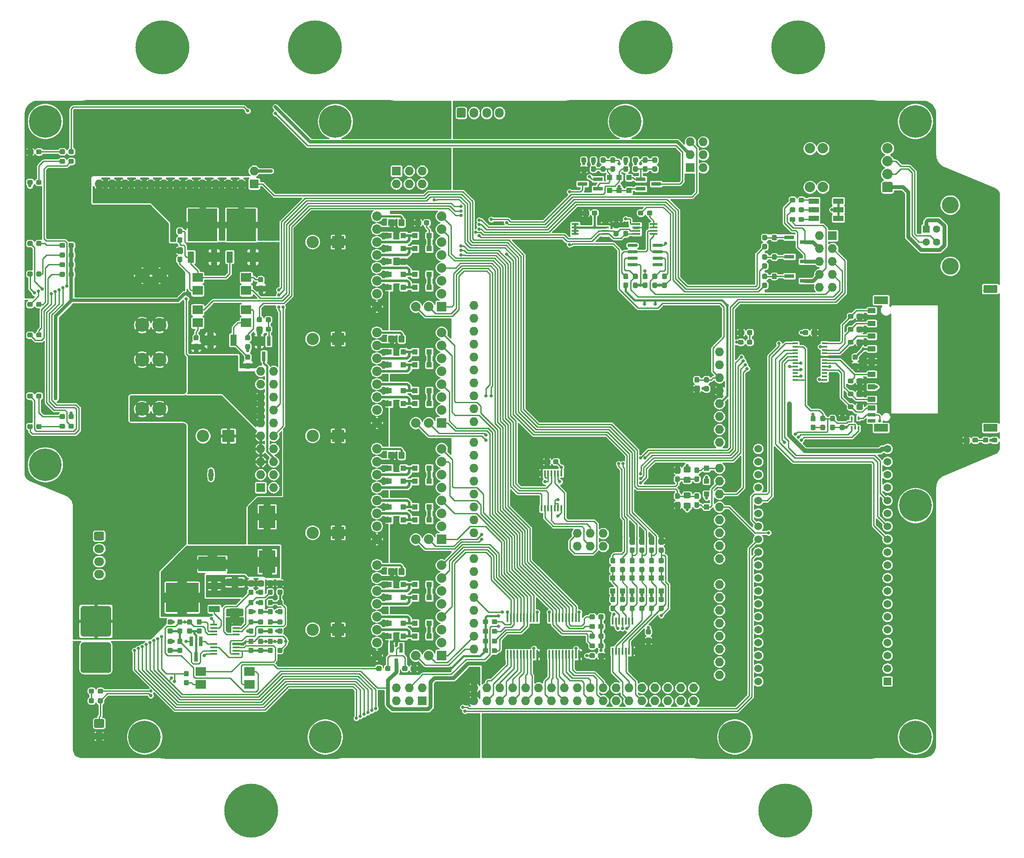
<source format=gbr>
G04 #@! TF.GenerationSoftware,KiCad,Pcbnew,(5.1.4)-1*
G04 #@! TF.CreationDate,2020-03-28T02:45:04-04:00*
G04 #@! TF.ProjectId,quickstep_controller,71756963-6b73-4746-9570-5f636f6e7472,rev?*
G04 #@! TF.SameCoordinates,Original*
G04 #@! TF.FileFunction,Copper,L1,Top*
G04 #@! TF.FilePolarity,Positive*
%FSLAX46Y46*%
G04 Gerber Fmt 4.6, Leading zero omitted, Abs format (unit mm)*
G04 Created by KiCad (PCBNEW (5.1.4)-1) date 2020-03-28 02:45:04*
%MOMM*%
%LPD*%
G04 APERTURE LIST*
%ADD10C,2.032000*%
%ADD11C,0.100000*%
%ADD12C,1.524000*%
%ADD13R,1.524000X1.524000*%
%ADD14C,0.950000*%
%ADD15C,10.600000*%
%ADD16C,6.400000*%
%ADD17O,1.950000X1.700000*%
%ADD18C,1.700000*%
%ADD19O,1.727200X1.727200*%
%ADD20R,0.450000X1.450000*%
%ADD21R,0.400000X1.200000*%
%ADD22R,1.100000X1.100000*%
%ADD23C,1.525000*%
%ADD24C,1.875000*%
%ADD25R,1.875000X1.875000*%
%ADD26R,5.800000X6.400000*%
%ADD27R,1.200000X2.200000*%
%ADD28C,2.750000*%
%ADD29R,6.400000X5.800000*%
%ADD30R,2.200000X1.200000*%
%ADD31R,1.100000X0.400000*%
%ADD32R,2.800000X1.500000*%
%ADD33R,1.500000X0.700000*%
%ADD34R,1.500000X1.000000*%
%ADD35C,6.000000*%
%ADD36O,2.000000X1.700000*%
%ADD37C,3.316000*%
%ADD38C,1.428000*%
%ADD39R,1.428000X1.428000*%
%ADD40R,1.450000X0.450000*%
%ADD41R,2.000000X1.780000*%
%ADD42R,0.450000X1.750000*%
%ADD43C,0.600000*%
%ADD44R,1.600000X0.300000*%
%ADD45R,0.400000X0.650000*%
%ADD46R,0.800000X1.900000*%
%ADD47R,1.900000X0.800000*%
%ADD48R,5.400000X2.900000*%
%ADD49R,1.727200X1.727200*%
%ADD50O,1.700000X1.950000*%
%ADD51R,1.000000X1.000000*%
%ADD52R,3.300000X4.500000*%
%ADD53R,2.000000X1.100000*%
%ADD54C,2.400000*%
%ADD55R,2.400000X2.400000*%
%ADD56C,1.150000*%
%ADD57C,0.635000*%
%ADD58C,0.254000*%
%ADD59C,0.762000*%
%ADD60C,0.381000*%
%ADD61C,0.635000*%
%ADD62C,0.508000*%
%ADD63C,0.889000*%
%ADD64C,0.152400*%
G04 APERTURE END LIST*
D10*
X297320000Y-127445000D03*
X294780000Y-127445000D03*
X297320000Y-119825000D03*
X294780000Y-119825000D03*
X310020000Y-119825000D03*
X310020000Y-122365000D03*
X310020000Y-124905000D03*
D11*
G36*
X310806896Y-126430223D02*
G01*
X310831553Y-126433881D01*
X310855732Y-126439937D01*
X310879202Y-126448335D01*
X310901735Y-126458992D01*
X310923115Y-126471807D01*
X310943136Y-126486655D01*
X310961605Y-126503395D01*
X310978345Y-126521864D01*
X310993193Y-126541885D01*
X311006008Y-126563265D01*
X311016665Y-126585798D01*
X311025063Y-126609268D01*
X311031119Y-126633447D01*
X311034777Y-126658104D01*
X311036000Y-126683000D01*
X311036000Y-128207000D01*
X311034777Y-128231896D01*
X311031119Y-128256553D01*
X311025063Y-128280732D01*
X311016665Y-128304202D01*
X311006008Y-128326735D01*
X310993193Y-128348115D01*
X310978345Y-128368136D01*
X310961605Y-128386605D01*
X310943136Y-128403345D01*
X310923115Y-128418193D01*
X310901735Y-128431008D01*
X310879202Y-128441665D01*
X310855732Y-128450063D01*
X310831553Y-128456119D01*
X310806896Y-128459777D01*
X310782000Y-128461000D01*
X309258000Y-128461000D01*
X309233104Y-128459777D01*
X309208447Y-128456119D01*
X309184268Y-128450063D01*
X309160798Y-128441665D01*
X309138265Y-128431008D01*
X309116885Y-128418193D01*
X309096864Y-128403345D01*
X309078395Y-128386605D01*
X309061655Y-128368136D01*
X309046807Y-128348115D01*
X309033992Y-128326735D01*
X309023335Y-128304202D01*
X309014937Y-128280732D01*
X309008881Y-128256553D01*
X309005223Y-128231896D01*
X309004000Y-128207000D01*
X309004000Y-126683000D01*
X309005223Y-126658104D01*
X309008881Y-126633447D01*
X309014937Y-126609268D01*
X309023335Y-126585798D01*
X309033992Y-126563265D01*
X309046807Y-126541885D01*
X309061655Y-126521864D01*
X309078395Y-126503395D01*
X309096864Y-126486655D01*
X309116885Y-126471807D01*
X309138265Y-126458992D01*
X309160798Y-126448335D01*
X309184268Y-126439937D01*
X309208447Y-126433881D01*
X309233104Y-126430223D01*
X309258000Y-126429000D01*
X310782000Y-126429000D01*
X310806896Y-126430223D01*
X310806896Y-126430223D01*
G37*
D10*
X310020000Y-127445000D03*
D12*
X284620000Y-224600000D03*
X284620000Y-222060000D03*
X284620000Y-219520000D03*
X284620000Y-216980000D03*
X284620000Y-214440000D03*
X284620000Y-211900000D03*
X284620000Y-209360000D03*
X284620000Y-206820000D03*
X284620000Y-204280000D03*
X284620000Y-201740000D03*
X284620000Y-199200000D03*
X284620000Y-196660000D03*
X284620000Y-194120000D03*
X284620000Y-191580000D03*
X284620000Y-189040000D03*
X284620000Y-186500000D03*
X284620000Y-183960000D03*
X284620000Y-181420000D03*
X284620000Y-178880000D03*
X310020000Y-178880000D03*
X310020000Y-181420000D03*
X310020000Y-183960000D03*
X310020000Y-186500000D03*
X310020000Y-189040000D03*
X310020000Y-191580000D03*
X310020000Y-194120000D03*
X310020000Y-196660000D03*
X310020000Y-199200000D03*
X310020000Y-201740000D03*
X310020000Y-204280000D03*
X310020000Y-206820000D03*
X310020000Y-209360000D03*
X310020000Y-211900000D03*
X310020000Y-214440000D03*
X310020000Y-216980000D03*
X310020000Y-219520000D03*
X310020000Y-222060000D03*
D13*
X310020000Y-224600000D03*
D11*
G36*
X219765779Y-133956144D02*
G01*
X219788834Y-133959563D01*
X219811443Y-133965227D01*
X219833387Y-133973079D01*
X219854457Y-133983044D01*
X219874448Y-133995026D01*
X219893168Y-134008910D01*
X219910438Y-134024562D01*
X219926090Y-134041832D01*
X219939974Y-134060552D01*
X219951956Y-134080543D01*
X219961921Y-134101613D01*
X219969773Y-134123557D01*
X219975437Y-134146166D01*
X219978856Y-134169221D01*
X219980000Y-134192500D01*
X219980000Y-134667500D01*
X219978856Y-134690779D01*
X219975437Y-134713834D01*
X219969773Y-134736443D01*
X219961921Y-134758387D01*
X219951956Y-134779457D01*
X219939974Y-134799448D01*
X219926090Y-134818168D01*
X219910438Y-134835438D01*
X219893168Y-134851090D01*
X219874448Y-134864974D01*
X219854457Y-134876956D01*
X219833387Y-134886921D01*
X219811443Y-134894773D01*
X219788834Y-134900437D01*
X219765779Y-134903856D01*
X219742500Y-134905000D01*
X219167500Y-134905000D01*
X219144221Y-134903856D01*
X219121166Y-134900437D01*
X219098557Y-134894773D01*
X219076613Y-134886921D01*
X219055543Y-134876956D01*
X219035552Y-134864974D01*
X219016832Y-134851090D01*
X218999562Y-134835438D01*
X218983910Y-134818168D01*
X218970026Y-134799448D01*
X218958044Y-134779457D01*
X218948079Y-134758387D01*
X218940227Y-134736443D01*
X218934563Y-134713834D01*
X218931144Y-134690779D01*
X218930000Y-134667500D01*
X218930000Y-134192500D01*
X218931144Y-134169221D01*
X218934563Y-134146166D01*
X218940227Y-134123557D01*
X218948079Y-134101613D01*
X218958044Y-134080543D01*
X218970026Y-134060552D01*
X218983910Y-134041832D01*
X218999562Y-134024562D01*
X219016832Y-134008910D01*
X219035552Y-133995026D01*
X219055543Y-133983044D01*
X219076613Y-133973079D01*
X219098557Y-133965227D01*
X219121166Y-133959563D01*
X219144221Y-133956144D01*
X219167500Y-133955000D01*
X219742500Y-133955000D01*
X219765779Y-133956144D01*
X219765779Y-133956144D01*
G37*
D14*
X219455000Y-134430000D03*
D11*
G36*
X218015779Y-133956144D02*
G01*
X218038834Y-133959563D01*
X218061443Y-133965227D01*
X218083387Y-133973079D01*
X218104457Y-133983044D01*
X218124448Y-133995026D01*
X218143168Y-134008910D01*
X218160438Y-134024562D01*
X218176090Y-134041832D01*
X218189974Y-134060552D01*
X218201956Y-134080543D01*
X218211921Y-134101613D01*
X218219773Y-134123557D01*
X218225437Y-134146166D01*
X218228856Y-134169221D01*
X218230000Y-134192500D01*
X218230000Y-134667500D01*
X218228856Y-134690779D01*
X218225437Y-134713834D01*
X218219773Y-134736443D01*
X218211921Y-134758387D01*
X218201956Y-134779457D01*
X218189974Y-134799448D01*
X218176090Y-134818168D01*
X218160438Y-134835438D01*
X218143168Y-134851090D01*
X218124448Y-134864974D01*
X218104457Y-134876956D01*
X218083387Y-134886921D01*
X218061443Y-134894773D01*
X218038834Y-134900437D01*
X218015779Y-134903856D01*
X217992500Y-134905000D01*
X217417500Y-134905000D01*
X217394221Y-134903856D01*
X217371166Y-134900437D01*
X217348557Y-134894773D01*
X217326613Y-134886921D01*
X217305543Y-134876956D01*
X217285552Y-134864974D01*
X217266832Y-134851090D01*
X217249562Y-134835438D01*
X217233910Y-134818168D01*
X217220026Y-134799448D01*
X217208044Y-134779457D01*
X217198079Y-134758387D01*
X217190227Y-134736443D01*
X217184563Y-134713834D01*
X217181144Y-134690779D01*
X217180000Y-134667500D01*
X217180000Y-134192500D01*
X217181144Y-134169221D01*
X217184563Y-134146166D01*
X217190227Y-134123557D01*
X217198079Y-134101613D01*
X217208044Y-134080543D01*
X217220026Y-134060552D01*
X217233910Y-134041832D01*
X217249562Y-134024562D01*
X217266832Y-134008910D01*
X217285552Y-133995026D01*
X217305543Y-133983044D01*
X217326613Y-133973079D01*
X217348557Y-133965227D01*
X217371166Y-133959563D01*
X217394221Y-133956144D01*
X217417500Y-133955000D01*
X217992500Y-133955000D01*
X218015779Y-133956144D01*
X218015779Y-133956144D01*
G37*
D14*
X217705000Y-134430000D03*
D15*
X185000000Y-250000000D03*
X290000000Y-250000000D03*
X167500000Y-100000000D03*
X262500000Y-100000000D03*
X197500000Y-100000000D03*
X292500000Y-100000000D03*
D16*
X144500000Y-182000000D03*
X315500000Y-190000000D03*
X280000000Y-235500000D03*
X144500000Y-114500000D03*
X164000000Y-235500000D03*
X315500000Y-235500000D03*
X201500000Y-114500000D03*
X199500000Y-235500000D03*
X258500000Y-114500000D03*
X315500000Y-114500000D03*
D11*
G36*
X141815779Y-156026144D02*
G01*
X141838834Y-156029563D01*
X141861443Y-156035227D01*
X141883387Y-156043079D01*
X141904457Y-156053044D01*
X141924448Y-156065026D01*
X141943168Y-156078910D01*
X141960438Y-156094562D01*
X141976090Y-156111832D01*
X141989974Y-156130552D01*
X142001956Y-156150543D01*
X142011921Y-156171613D01*
X142019773Y-156193557D01*
X142025437Y-156216166D01*
X142028856Y-156239221D01*
X142030000Y-156262500D01*
X142030000Y-156737500D01*
X142028856Y-156760779D01*
X142025437Y-156783834D01*
X142019773Y-156806443D01*
X142011921Y-156828387D01*
X142001956Y-156849457D01*
X141989974Y-156869448D01*
X141976090Y-156888168D01*
X141960438Y-156905438D01*
X141943168Y-156921090D01*
X141924448Y-156934974D01*
X141904457Y-156946956D01*
X141883387Y-156956921D01*
X141861443Y-156964773D01*
X141838834Y-156970437D01*
X141815779Y-156973856D01*
X141792500Y-156975000D01*
X141217500Y-156975000D01*
X141194221Y-156973856D01*
X141171166Y-156970437D01*
X141148557Y-156964773D01*
X141126613Y-156956921D01*
X141105543Y-156946956D01*
X141085552Y-156934974D01*
X141066832Y-156921090D01*
X141049562Y-156905438D01*
X141033910Y-156888168D01*
X141020026Y-156869448D01*
X141008044Y-156849457D01*
X140998079Y-156828387D01*
X140990227Y-156806443D01*
X140984563Y-156783834D01*
X140981144Y-156760779D01*
X140980000Y-156737500D01*
X140980000Y-156262500D01*
X140981144Y-156239221D01*
X140984563Y-156216166D01*
X140990227Y-156193557D01*
X140998079Y-156171613D01*
X141008044Y-156150543D01*
X141020026Y-156130552D01*
X141033910Y-156111832D01*
X141049562Y-156094562D01*
X141066832Y-156078910D01*
X141085552Y-156065026D01*
X141105543Y-156053044D01*
X141126613Y-156043079D01*
X141148557Y-156035227D01*
X141171166Y-156029563D01*
X141194221Y-156026144D01*
X141217500Y-156025000D01*
X141792500Y-156025000D01*
X141815779Y-156026144D01*
X141815779Y-156026144D01*
G37*
D14*
X141505000Y-156500000D03*
D11*
G36*
X143565779Y-156026144D02*
G01*
X143588834Y-156029563D01*
X143611443Y-156035227D01*
X143633387Y-156043079D01*
X143654457Y-156053044D01*
X143674448Y-156065026D01*
X143693168Y-156078910D01*
X143710438Y-156094562D01*
X143726090Y-156111832D01*
X143739974Y-156130552D01*
X143751956Y-156150543D01*
X143761921Y-156171613D01*
X143769773Y-156193557D01*
X143775437Y-156216166D01*
X143778856Y-156239221D01*
X143780000Y-156262500D01*
X143780000Y-156737500D01*
X143778856Y-156760779D01*
X143775437Y-156783834D01*
X143769773Y-156806443D01*
X143761921Y-156828387D01*
X143751956Y-156849457D01*
X143739974Y-156869448D01*
X143726090Y-156888168D01*
X143710438Y-156905438D01*
X143693168Y-156921090D01*
X143674448Y-156934974D01*
X143654457Y-156946956D01*
X143633387Y-156956921D01*
X143611443Y-156964773D01*
X143588834Y-156970437D01*
X143565779Y-156973856D01*
X143542500Y-156975000D01*
X142967500Y-156975000D01*
X142944221Y-156973856D01*
X142921166Y-156970437D01*
X142898557Y-156964773D01*
X142876613Y-156956921D01*
X142855543Y-156946956D01*
X142835552Y-156934974D01*
X142816832Y-156921090D01*
X142799562Y-156905438D01*
X142783910Y-156888168D01*
X142770026Y-156869448D01*
X142758044Y-156849457D01*
X142748079Y-156828387D01*
X142740227Y-156806443D01*
X142734563Y-156783834D01*
X142731144Y-156760779D01*
X142730000Y-156737500D01*
X142730000Y-156262500D01*
X142731144Y-156239221D01*
X142734563Y-156216166D01*
X142740227Y-156193557D01*
X142748079Y-156171613D01*
X142758044Y-156150543D01*
X142770026Y-156130552D01*
X142783910Y-156111832D01*
X142799562Y-156094562D01*
X142816832Y-156078910D01*
X142835552Y-156065026D01*
X142855543Y-156053044D01*
X142876613Y-156043079D01*
X142898557Y-156035227D01*
X142921166Y-156029563D01*
X142944221Y-156026144D01*
X142967500Y-156025000D01*
X143542500Y-156025000D01*
X143565779Y-156026144D01*
X143565779Y-156026144D01*
G37*
D14*
X143255000Y-156500000D03*
D17*
X155080000Y-203525000D03*
X155080000Y-201025000D03*
X155080000Y-198525000D03*
D11*
G36*
X155829504Y-195176204D02*
G01*
X155853773Y-195179804D01*
X155877571Y-195185765D01*
X155900671Y-195194030D01*
X155922849Y-195204520D01*
X155943893Y-195217133D01*
X155963598Y-195231747D01*
X155981777Y-195248223D01*
X155998253Y-195266402D01*
X156012867Y-195286107D01*
X156025480Y-195307151D01*
X156035970Y-195329329D01*
X156044235Y-195352429D01*
X156050196Y-195376227D01*
X156053796Y-195400496D01*
X156055000Y-195425000D01*
X156055000Y-196625000D01*
X156053796Y-196649504D01*
X156050196Y-196673773D01*
X156044235Y-196697571D01*
X156035970Y-196720671D01*
X156025480Y-196742849D01*
X156012867Y-196763893D01*
X155998253Y-196783598D01*
X155981777Y-196801777D01*
X155963598Y-196818253D01*
X155943893Y-196832867D01*
X155922849Y-196845480D01*
X155900671Y-196855970D01*
X155877571Y-196864235D01*
X155853773Y-196870196D01*
X155829504Y-196873796D01*
X155805000Y-196875000D01*
X154355000Y-196875000D01*
X154330496Y-196873796D01*
X154306227Y-196870196D01*
X154282429Y-196864235D01*
X154259329Y-196855970D01*
X154237151Y-196845480D01*
X154216107Y-196832867D01*
X154196402Y-196818253D01*
X154178223Y-196801777D01*
X154161747Y-196783598D01*
X154147133Y-196763893D01*
X154134520Y-196742849D01*
X154124030Y-196720671D01*
X154115765Y-196697571D01*
X154109804Y-196673773D01*
X154106204Y-196649504D01*
X154105000Y-196625000D01*
X154105000Y-195425000D01*
X154106204Y-195400496D01*
X154109804Y-195376227D01*
X154115765Y-195352429D01*
X154124030Y-195329329D01*
X154134520Y-195307151D01*
X154147133Y-195286107D01*
X154161747Y-195266402D01*
X154178223Y-195248223D01*
X154196402Y-195231747D01*
X154216107Y-195217133D01*
X154237151Y-195204520D01*
X154259329Y-195194030D01*
X154282429Y-195185765D01*
X154306227Y-195179804D01*
X154330496Y-195176204D01*
X154355000Y-195175000D01*
X155805000Y-195175000D01*
X155829504Y-195176204D01*
X155829504Y-195176204D01*
G37*
D18*
X155080000Y-196025000D03*
D11*
G36*
X148165779Y-172056144D02*
G01*
X148188834Y-172059563D01*
X148211443Y-172065227D01*
X148233387Y-172073079D01*
X148254457Y-172083044D01*
X148274448Y-172095026D01*
X148293168Y-172108910D01*
X148310438Y-172124562D01*
X148326090Y-172141832D01*
X148339974Y-172160552D01*
X148351956Y-172180543D01*
X148361921Y-172201613D01*
X148369773Y-172223557D01*
X148375437Y-172246166D01*
X148378856Y-172269221D01*
X148380000Y-172292500D01*
X148380000Y-172767500D01*
X148378856Y-172790779D01*
X148375437Y-172813834D01*
X148369773Y-172836443D01*
X148361921Y-172858387D01*
X148351956Y-172879457D01*
X148339974Y-172899448D01*
X148326090Y-172918168D01*
X148310438Y-172935438D01*
X148293168Y-172951090D01*
X148274448Y-172964974D01*
X148254457Y-172976956D01*
X148233387Y-172986921D01*
X148211443Y-172994773D01*
X148188834Y-173000437D01*
X148165779Y-173003856D01*
X148142500Y-173005000D01*
X147567500Y-173005000D01*
X147544221Y-173003856D01*
X147521166Y-173000437D01*
X147498557Y-172994773D01*
X147476613Y-172986921D01*
X147455543Y-172976956D01*
X147435552Y-172964974D01*
X147416832Y-172951090D01*
X147399562Y-172935438D01*
X147383910Y-172918168D01*
X147370026Y-172899448D01*
X147358044Y-172879457D01*
X147348079Y-172858387D01*
X147340227Y-172836443D01*
X147334563Y-172813834D01*
X147331144Y-172790779D01*
X147330000Y-172767500D01*
X147330000Y-172292500D01*
X147331144Y-172269221D01*
X147334563Y-172246166D01*
X147340227Y-172223557D01*
X147348079Y-172201613D01*
X147358044Y-172180543D01*
X147370026Y-172160552D01*
X147383910Y-172141832D01*
X147399562Y-172124562D01*
X147416832Y-172108910D01*
X147435552Y-172095026D01*
X147455543Y-172083044D01*
X147476613Y-172073079D01*
X147498557Y-172065227D01*
X147521166Y-172059563D01*
X147544221Y-172056144D01*
X147567500Y-172055000D01*
X148142500Y-172055000D01*
X148165779Y-172056144D01*
X148165779Y-172056144D01*
G37*
D14*
X147855000Y-172530000D03*
D11*
G36*
X149915779Y-172056144D02*
G01*
X149938834Y-172059563D01*
X149961443Y-172065227D01*
X149983387Y-172073079D01*
X150004457Y-172083044D01*
X150024448Y-172095026D01*
X150043168Y-172108910D01*
X150060438Y-172124562D01*
X150076090Y-172141832D01*
X150089974Y-172160552D01*
X150101956Y-172180543D01*
X150111921Y-172201613D01*
X150119773Y-172223557D01*
X150125437Y-172246166D01*
X150128856Y-172269221D01*
X150130000Y-172292500D01*
X150130000Y-172767500D01*
X150128856Y-172790779D01*
X150125437Y-172813834D01*
X150119773Y-172836443D01*
X150111921Y-172858387D01*
X150101956Y-172879457D01*
X150089974Y-172899448D01*
X150076090Y-172918168D01*
X150060438Y-172935438D01*
X150043168Y-172951090D01*
X150024448Y-172964974D01*
X150004457Y-172976956D01*
X149983387Y-172986921D01*
X149961443Y-172994773D01*
X149938834Y-173000437D01*
X149915779Y-173003856D01*
X149892500Y-173005000D01*
X149317500Y-173005000D01*
X149294221Y-173003856D01*
X149271166Y-173000437D01*
X149248557Y-172994773D01*
X149226613Y-172986921D01*
X149205543Y-172976956D01*
X149185552Y-172964974D01*
X149166832Y-172951090D01*
X149149562Y-172935438D01*
X149133910Y-172918168D01*
X149120026Y-172899448D01*
X149108044Y-172879457D01*
X149098079Y-172858387D01*
X149090227Y-172836443D01*
X149084563Y-172813834D01*
X149081144Y-172790779D01*
X149080000Y-172767500D01*
X149080000Y-172292500D01*
X149081144Y-172269221D01*
X149084563Y-172246166D01*
X149090227Y-172223557D01*
X149098079Y-172201613D01*
X149108044Y-172180543D01*
X149120026Y-172160552D01*
X149133910Y-172141832D01*
X149149562Y-172124562D01*
X149166832Y-172108910D01*
X149185552Y-172095026D01*
X149205543Y-172083044D01*
X149226613Y-172073079D01*
X149248557Y-172065227D01*
X149271166Y-172059563D01*
X149294221Y-172056144D01*
X149317500Y-172055000D01*
X149892500Y-172055000D01*
X149915779Y-172056144D01*
X149915779Y-172056144D01*
G37*
D14*
X149605000Y-172530000D03*
D11*
G36*
X148165779Y-173961144D02*
G01*
X148188834Y-173964563D01*
X148211443Y-173970227D01*
X148233387Y-173978079D01*
X148254457Y-173988044D01*
X148274448Y-174000026D01*
X148293168Y-174013910D01*
X148310438Y-174029562D01*
X148326090Y-174046832D01*
X148339974Y-174065552D01*
X148351956Y-174085543D01*
X148361921Y-174106613D01*
X148369773Y-174128557D01*
X148375437Y-174151166D01*
X148378856Y-174174221D01*
X148380000Y-174197500D01*
X148380000Y-174672500D01*
X148378856Y-174695779D01*
X148375437Y-174718834D01*
X148369773Y-174741443D01*
X148361921Y-174763387D01*
X148351956Y-174784457D01*
X148339974Y-174804448D01*
X148326090Y-174823168D01*
X148310438Y-174840438D01*
X148293168Y-174856090D01*
X148274448Y-174869974D01*
X148254457Y-174881956D01*
X148233387Y-174891921D01*
X148211443Y-174899773D01*
X148188834Y-174905437D01*
X148165779Y-174908856D01*
X148142500Y-174910000D01*
X147567500Y-174910000D01*
X147544221Y-174908856D01*
X147521166Y-174905437D01*
X147498557Y-174899773D01*
X147476613Y-174891921D01*
X147455543Y-174881956D01*
X147435552Y-174869974D01*
X147416832Y-174856090D01*
X147399562Y-174840438D01*
X147383910Y-174823168D01*
X147370026Y-174804448D01*
X147358044Y-174784457D01*
X147348079Y-174763387D01*
X147340227Y-174741443D01*
X147334563Y-174718834D01*
X147331144Y-174695779D01*
X147330000Y-174672500D01*
X147330000Y-174197500D01*
X147331144Y-174174221D01*
X147334563Y-174151166D01*
X147340227Y-174128557D01*
X147348079Y-174106613D01*
X147358044Y-174085543D01*
X147370026Y-174065552D01*
X147383910Y-174046832D01*
X147399562Y-174029562D01*
X147416832Y-174013910D01*
X147435552Y-174000026D01*
X147455543Y-173988044D01*
X147476613Y-173978079D01*
X147498557Y-173970227D01*
X147521166Y-173964563D01*
X147544221Y-173961144D01*
X147567500Y-173960000D01*
X148142500Y-173960000D01*
X148165779Y-173961144D01*
X148165779Y-173961144D01*
G37*
D14*
X147855000Y-174435000D03*
D11*
G36*
X149915779Y-173961144D02*
G01*
X149938834Y-173964563D01*
X149961443Y-173970227D01*
X149983387Y-173978079D01*
X150004457Y-173988044D01*
X150024448Y-174000026D01*
X150043168Y-174013910D01*
X150060438Y-174029562D01*
X150076090Y-174046832D01*
X150089974Y-174065552D01*
X150101956Y-174085543D01*
X150111921Y-174106613D01*
X150119773Y-174128557D01*
X150125437Y-174151166D01*
X150128856Y-174174221D01*
X150130000Y-174197500D01*
X150130000Y-174672500D01*
X150128856Y-174695779D01*
X150125437Y-174718834D01*
X150119773Y-174741443D01*
X150111921Y-174763387D01*
X150101956Y-174784457D01*
X150089974Y-174804448D01*
X150076090Y-174823168D01*
X150060438Y-174840438D01*
X150043168Y-174856090D01*
X150024448Y-174869974D01*
X150004457Y-174881956D01*
X149983387Y-174891921D01*
X149961443Y-174899773D01*
X149938834Y-174905437D01*
X149915779Y-174908856D01*
X149892500Y-174910000D01*
X149317500Y-174910000D01*
X149294221Y-174908856D01*
X149271166Y-174905437D01*
X149248557Y-174899773D01*
X149226613Y-174891921D01*
X149205543Y-174881956D01*
X149185552Y-174869974D01*
X149166832Y-174856090D01*
X149149562Y-174840438D01*
X149133910Y-174823168D01*
X149120026Y-174804448D01*
X149108044Y-174784457D01*
X149098079Y-174763387D01*
X149090227Y-174741443D01*
X149084563Y-174718834D01*
X149081144Y-174695779D01*
X149080000Y-174672500D01*
X149080000Y-174197500D01*
X149081144Y-174174221D01*
X149084563Y-174151166D01*
X149090227Y-174128557D01*
X149098079Y-174106613D01*
X149108044Y-174085543D01*
X149120026Y-174065552D01*
X149133910Y-174046832D01*
X149149562Y-174029562D01*
X149166832Y-174013910D01*
X149185552Y-174000026D01*
X149205543Y-173988044D01*
X149226613Y-173978079D01*
X149248557Y-173970227D01*
X149271166Y-173964563D01*
X149294221Y-173961144D01*
X149317500Y-173960000D01*
X149892500Y-173960000D01*
X149915779Y-173961144D01*
X149915779Y-173961144D01*
G37*
D14*
X149605000Y-174435000D03*
D11*
G36*
X155630779Y-226031144D02*
G01*
X155653834Y-226034563D01*
X155676443Y-226040227D01*
X155698387Y-226048079D01*
X155719457Y-226058044D01*
X155739448Y-226070026D01*
X155758168Y-226083910D01*
X155775438Y-226099562D01*
X155791090Y-226116832D01*
X155804974Y-226135552D01*
X155816956Y-226155543D01*
X155826921Y-226176613D01*
X155834773Y-226198557D01*
X155840437Y-226221166D01*
X155843856Y-226244221D01*
X155845000Y-226267500D01*
X155845000Y-226742500D01*
X155843856Y-226765779D01*
X155840437Y-226788834D01*
X155834773Y-226811443D01*
X155826921Y-226833387D01*
X155816956Y-226854457D01*
X155804974Y-226874448D01*
X155791090Y-226893168D01*
X155775438Y-226910438D01*
X155758168Y-226926090D01*
X155739448Y-226939974D01*
X155719457Y-226951956D01*
X155698387Y-226961921D01*
X155676443Y-226969773D01*
X155653834Y-226975437D01*
X155630779Y-226978856D01*
X155607500Y-226980000D01*
X155032500Y-226980000D01*
X155009221Y-226978856D01*
X154986166Y-226975437D01*
X154963557Y-226969773D01*
X154941613Y-226961921D01*
X154920543Y-226951956D01*
X154900552Y-226939974D01*
X154881832Y-226926090D01*
X154864562Y-226910438D01*
X154848910Y-226893168D01*
X154835026Y-226874448D01*
X154823044Y-226854457D01*
X154813079Y-226833387D01*
X154805227Y-226811443D01*
X154799563Y-226788834D01*
X154796144Y-226765779D01*
X154795000Y-226742500D01*
X154795000Y-226267500D01*
X154796144Y-226244221D01*
X154799563Y-226221166D01*
X154805227Y-226198557D01*
X154813079Y-226176613D01*
X154823044Y-226155543D01*
X154835026Y-226135552D01*
X154848910Y-226116832D01*
X154864562Y-226099562D01*
X154881832Y-226083910D01*
X154900552Y-226070026D01*
X154920543Y-226058044D01*
X154941613Y-226048079D01*
X154963557Y-226040227D01*
X154986166Y-226034563D01*
X155009221Y-226031144D01*
X155032500Y-226030000D01*
X155607500Y-226030000D01*
X155630779Y-226031144D01*
X155630779Y-226031144D01*
G37*
D14*
X155320000Y-226505000D03*
D11*
G36*
X153880779Y-226031144D02*
G01*
X153903834Y-226034563D01*
X153926443Y-226040227D01*
X153948387Y-226048079D01*
X153969457Y-226058044D01*
X153989448Y-226070026D01*
X154008168Y-226083910D01*
X154025438Y-226099562D01*
X154041090Y-226116832D01*
X154054974Y-226135552D01*
X154066956Y-226155543D01*
X154076921Y-226176613D01*
X154084773Y-226198557D01*
X154090437Y-226221166D01*
X154093856Y-226244221D01*
X154095000Y-226267500D01*
X154095000Y-226742500D01*
X154093856Y-226765779D01*
X154090437Y-226788834D01*
X154084773Y-226811443D01*
X154076921Y-226833387D01*
X154066956Y-226854457D01*
X154054974Y-226874448D01*
X154041090Y-226893168D01*
X154025438Y-226910438D01*
X154008168Y-226926090D01*
X153989448Y-226939974D01*
X153969457Y-226951956D01*
X153948387Y-226961921D01*
X153926443Y-226969773D01*
X153903834Y-226975437D01*
X153880779Y-226978856D01*
X153857500Y-226980000D01*
X153282500Y-226980000D01*
X153259221Y-226978856D01*
X153236166Y-226975437D01*
X153213557Y-226969773D01*
X153191613Y-226961921D01*
X153170543Y-226951956D01*
X153150552Y-226939974D01*
X153131832Y-226926090D01*
X153114562Y-226910438D01*
X153098910Y-226893168D01*
X153085026Y-226874448D01*
X153073044Y-226854457D01*
X153063079Y-226833387D01*
X153055227Y-226811443D01*
X153049563Y-226788834D01*
X153046144Y-226765779D01*
X153045000Y-226742500D01*
X153045000Y-226267500D01*
X153046144Y-226244221D01*
X153049563Y-226221166D01*
X153055227Y-226198557D01*
X153063079Y-226176613D01*
X153073044Y-226155543D01*
X153085026Y-226135552D01*
X153098910Y-226116832D01*
X153114562Y-226099562D01*
X153131832Y-226083910D01*
X153150552Y-226070026D01*
X153170543Y-226058044D01*
X153191613Y-226048079D01*
X153213557Y-226040227D01*
X153236166Y-226034563D01*
X153259221Y-226031144D01*
X153282500Y-226030000D01*
X153857500Y-226030000D01*
X153880779Y-226031144D01*
X153880779Y-226031144D01*
G37*
D14*
X153570000Y-226505000D03*
D11*
G36*
X281515779Y-155546144D02*
G01*
X281538834Y-155549563D01*
X281561443Y-155555227D01*
X281583387Y-155563079D01*
X281604457Y-155573044D01*
X281624448Y-155585026D01*
X281643168Y-155598910D01*
X281660438Y-155614562D01*
X281676090Y-155631832D01*
X281689974Y-155650552D01*
X281701956Y-155670543D01*
X281711921Y-155691613D01*
X281719773Y-155713557D01*
X281725437Y-155736166D01*
X281728856Y-155759221D01*
X281730000Y-155782500D01*
X281730000Y-156257500D01*
X281728856Y-156280779D01*
X281725437Y-156303834D01*
X281719773Y-156326443D01*
X281711921Y-156348387D01*
X281701956Y-156369457D01*
X281689974Y-156389448D01*
X281676090Y-156408168D01*
X281660438Y-156425438D01*
X281643168Y-156441090D01*
X281624448Y-156454974D01*
X281604457Y-156466956D01*
X281583387Y-156476921D01*
X281561443Y-156484773D01*
X281538834Y-156490437D01*
X281515779Y-156493856D01*
X281492500Y-156495000D01*
X280917500Y-156495000D01*
X280894221Y-156493856D01*
X280871166Y-156490437D01*
X280848557Y-156484773D01*
X280826613Y-156476921D01*
X280805543Y-156466956D01*
X280785552Y-156454974D01*
X280766832Y-156441090D01*
X280749562Y-156425438D01*
X280733910Y-156408168D01*
X280720026Y-156389448D01*
X280708044Y-156369457D01*
X280698079Y-156348387D01*
X280690227Y-156326443D01*
X280684563Y-156303834D01*
X280681144Y-156280779D01*
X280680000Y-156257500D01*
X280680000Y-155782500D01*
X280681144Y-155759221D01*
X280684563Y-155736166D01*
X280690227Y-155713557D01*
X280698079Y-155691613D01*
X280708044Y-155670543D01*
X280720026Y-155650552D01*
X280733910Y-155631832D01*
X280749562Y-155614562D01*
X280766832Y-155598910D01*
X280785552Y-155585026D01*
X280805543Y-155573044D01*
X280826613Y-155563079D01*
X280848557Y-155555227D01*
X280871166Y-155549563D01*
X280894221Y-155546144D01*
X280917500Y-155545000D01*
X281492500Y-155545000D01*
X281515779Y-155546144D01*
X281515779Y-155546144D01*
G37*
D14*
X281205000Y-156020000D03*
D11*
G36*
X283265779Y-155546144D02*
G01*
X283288834Y-155549563D01*
X283311443Y-155555227D01*
X283333387Y-155563079D01*
X283354457Y-155573044D01*
X283374448Y-155585026D01*
X283393168Y-155598910D01*
X283410438Y-155614562D01*
X283426090Y-155631832D01*
X283439974Y-155650552D01*
X283451956Y-155670543D01*
X283461921Y-155691613D01*
X283469773Y-155713557D01*
X283475437Y-155736166D01*
X283478856Y-155759221D01*
X283480000Y-155782500D01*
X283480000Y-156257500D01*
X283478856Y-156280779D01*
X283475437Y-156303834D01*
X283469773Y-156326443D01*
X283461921Y-156348387D01*
X283451956Y-156369457D01*
X283439974Y-156389448D01*
X283426090Y-156408168D01*
X283410438Y-156425438D01*
X283393168Y-156441090D01*
X283374448Y-156454974D01*
X283354457Y-156466956D01*
X283333387Y-156476921D01*
X283311443Y-156484773D01*
X283288834Y-156490437D01*
X283265779Y-156493856D01*
X283242500Y-156495000D01*
X282667500Y-156495000D01*
X282644221Y-156493856D01*
X282621166Y-156490437D01*
X282598557Y-156484773D01*
X282576613Y-156476921D01*
X282555543Y-156466956D01*
X282535552Y-156454974D01*
X282516832Y-156441090D01*
X282499562Y-156425438D01*
X282483910Y-156408168D01*
X282470026Y-156389448D01*
X282458044Y-156369457D01*
X282448079Y-156348387D01*
X282440227Y-156326443D01*
X282434563Y-156303834D01*
X282431144Y-156280779D01*
X282430000Y-156257500D01*
X282430000Y-155782500D01*
X282431144Y-155759221D01*
X282434563Y-155736166D01*
X282440227Y-155713557D01*
X282448079Y-155691613D01*
X282458044Y-155670543D01*
X282470026Y-155650552D01*
X282483910Y-155631832D01*
X282499562Y-155614562D01*
X282516832Y-155598910D01*
X282535552Y-155585026D01*
X282555543Y-155573044D01*
X282576613Y-155563079D01*
X282598557Y-155555227D01*
X282621166Y-155549563D01*
X282644221Y-155546144D01*
X282667500Y-155545000D01*
X283242500Y-155545000D01*
X283265779Y-155546144D01*
X283265779Y-155546144D01*
G37*
D14*
X282955000Y-156020000D03*
D11*
G36*
X148165779Y-144116144D02*
G01*
X148188834Y-144119563D01*
X148211443Y-144125227D01*
X148233387Y-144133079D01*
X148254457Y-144143044D01*
X148274448Y-144155026D01*
X148293168Y-144168910D01*
X148310438Y-144184562D01*
X148326090Y-144201832D01*
X148339974Y-144220552D01*
X148351956Y-144240543D01*
X148361921Y-144261613D01*
X148369773Y-144283557D01*
X148375437Y-144306166D01*
X148378856Y-144329221D01*
X148380000Y-144352500D01*
X148380000Y-144827500D01*
X148378856Y-144850779D01*
X148375437Y-144873834D01*
X148369773Y-144896443D01*
X148361921Y-144918387D01*
X148351956Y-144939457D01*
X148339974Y-144959448D01*
X148326090Y-144978168D01*
X148310438Y-144995438D01*
X148293168Y-145011090D01*
X148274448Y-145024974D01*
X148254457Y-145036956D01*
X148233387Y-145046921D01*
X148211443Y-145054773D01*
X148188834Y-145060437D01*
X148165779Y-145063856D01*
X148142500Y-145065000D01*
X147567500Y-145065000D01*
X147544221Y-145063856D01*
X147521166Y-145060437D01*
X147498557Y-145054773D01*
X147476613Y-145046921D01*
X147455543Y-145036956D01*
X147435552Y-145024974D01*
X147416832Y-145011090D01*
X147399562Y-144995438D01*
X147383910Y-144978168D01*
X147370026Y-144959448D01*
X147358044Y-144939457D01*
X147348079Y-144918387D01*
X147340227Y-144896443D01*
X147334563Y-144873834D01*
X147331144Y-144850779D01*
X147330000Y-144827500D01*
X147330000Y-144352500D01*
X147331144Y-144329221D01*
X147334563Y-144306166D01*
X147340227Y-144283557D01*
X147348079Y-144261613D01*
X147358044Y-144240543D01*
X147370026Y-144220552D01*
X147383910Y-144201832D01*
X147399562Y-144184562D01*
X147416832Y-144168910D01*
X147435552Y-144155026D01*
X147455543Y-144143044D01*
X147476613Y-144133079D01*
X147498557Y-144125227D01*
X147521166Y-144119563D01*
X147544221Y-144116144D01*
X147567500Y-144115000D01*
X148142500Y-144115000D01*
X148165779Y-144116144D01*
X148165779Y-144116144D01*
G37*
D14*
X147855000Y-144590000D03*
D11*
G36*
X149915779Y-144116144D02*
G01*
X149938834Y-144119563D01*
X149961443Y-144125227D01*
X149983387Y-144133079D01*
X150004457Y-144143044D01*
X150024448Y-144155026D01*
X150043168Y-144168910D01*
X150060438Y-144184562D01*
X150076090Y-144201832D01*
X150089974Y-144220552D01*
X150101956Y-144240543D01*
X150111921Y-144261613D01*
X150119773Y-144283557D01*
X150125437Y-144306166D01*
X150128856Y-144329221D01*
X150130000Y-144352500D01*
X150130000Y-144827500D01*
X150128856Y-144850779D01*
X150125437Y-144873834D01*
X150119773Y-144896443D01*
X150111921Y-144918387D01*
X150101956Y-144939457D01*
X150089974Y-144959448D01*
X150076090Y-144978168D01*
X150060438Y-144995438D01*
X150043168Y-145011090D01*
X150024448Y-145024974D01*
X150004457Y-145036956D01*
X149983387Y-145046921D01*
X149961443Y-145054773D01*
X149938834Y-145060437D01*
X149915779Y-145063856D01*
X149892500Y-145065000D01*
X149317500Y-145065000D01*
X149294221Y-145063856D01*
X149271166Y-145060437D01*
X149248557Y-145054773D01*
X149226613Y-145046921D01*
X149205543Y-145036956D01*
X149185552Y-145024974D01*
X149166832Y-145011090D01*
X149149562Y-144995438D01*
X149133910Y-144978168D01*
X149120026Y-144959448D01*
X149108044Y-144939457D01*
X149098079Y-144918387D01*
X149090227Y-144896443D01*
X149084563Y-144873834D01*
X149081144Y-144850779D01*
X149080000Y-144827500D01*
X149080000Y-144352500D01*
X149081144Y-144329221D01*
X149084563Y-144306166D01*
X149090227Y-144283557D01*
X149098079Y-144261613D01*
X149108044Y-144240543D01*
X149120026Y-144220552D01*
X149133910Y-144201832D01*
X149149562Y-144184562D01*
X149166832Y-144168910D01*
X149185552Y-144155026D01*
X149205543Y-144143044D01*
X149226613Y-144133079D01*
X149248557Y-144125227D01*
X149271166Y-144119563D01*
X149294221Y-144116144D01*
X149317500Y-144115000D01*
X149892500Y-144115000D01*
X149915779Y-144116144D01*
X149915779Y-144116144D01*
G37*
D14*
X149605000Y-144590000D03*
D11*
G36*
X148165779Y-142211144D02*
G01*
X148188834Y-142214563D01*
X148211443Y-142220227D01*
X148233387Y-142228079D01*
X148254457Y-142238044D01*
X148274448Y-142250026D01*
X148293168Y-142263910D01*
X148310438Y-142279562D01*
X148326090Y-142296832D01*
X148339974Y-142315552D01*
X148351956Y-142335543D01*
X148361921Y-142356613D01*
X148369773Y-142378557D01*
X148375437Y-142401166D01*
X148378856Y-142424221D01*
X148380000Y-142447500D01*
X148380000Y-142922500D01*
X148378856Y-142945779D01*
X148375437Y-142968834D01*
X148369773Y-142991443D01*
X148361921Y-143013387D01*
X148351956Y-143034457D01*
X148339974Y-143054448D01*
X148326090Y-143073168D01*
X148310438Y-143090438D01*
X148293168Y-143106090D01*
X148274448Y-143119974D01*
X148254457Y-143131956D01*
X148233387Y-143141921D01*
X148211443Y-143149773D01*
X148188834Y-143155437D01*
X148165779Y-143158856D01*
X148142500Y-143160000D01*
X147567500Y-143160000D01*
X147544221Y-143158856D01*
X147521166Y-143155437D01*
X147498557Y-143149773D01*
X147476613Y-143141921D01*
X147455543Y-143131956D01*
X147435552Y-143119974D01*
X147416832Y-143106090D01*
X147399562Y-143090438D01*
X147383910Y-143073168D01*
X147370026Y-143054448D01*
X147358044Y-143034457D01*
X147348079Y-143013387D01*
X147340227Y-142991443D01*
X147334563Y-142968834D01*
X147331144Y-142945779D01*
X147330000Y-142922500D01*
X147330000Y-142447500D01*
X147331144Y-142424221D01*
X147334563Y-142401166D01*
X147340227Y-142378557D01*
X147348079Y-142356613D01*
X147358044Y-142335543D01*
X147370026Y-142315552D01*
X147383910Y-142296832D01*
X147399562Y-142279562D01*
X147416832Y-142263910D01*
X147435552Y-142250026D01*
X147455543Y-142238044D01*
X147476613Y-142228079D01*
X147498557Y-142220227D01*
X147521166Y-142214563D01*
X147544221Y-142211144D01*
X147567500Y-142210000D01*
X148142500Y-142210000D01*
X148165779Y-142211144D01*
X148165779Y-142211144D01*
G37*
D14*
X147855000Y-142685000D03*
D11*
G36*
X149915779Y-142211144D02*
G01*
X149938834Y-142214563D01*
X149961443Y-142220227D01*
X149983387Y-142228079D01*
X150004457Y-142238044D01*
X150024448Y-142250026D01*
X150043168Y-142263910D01*
X150060438Y-142279562D01*
X150076090Y-142296832D01*
X150089974Y-142315552D01*
X150101956Y-142335543D01*
X150111921Y-142356613D01*
X150119773Y-142378557D01*
X150125437Y-142401166D01*
X150128856Y-142424221D01*
X150130000Y-142447500D01*
X150130000Y-142922500D01*
X150128856Y-142945779D01*
X150125437Y-142968834D01*
X150119773Y-142991443D01*
X150111921Y-143013387D01*
X150101956Y-143034457D01*
X150089974Y-143054448D01*
X150076090Y-143073168D01*
X150060438Y-143090438D01*
X150043168Y-143106090D01*
X150024448Y-143119974D01*
X150004457Y-143131956D01*
X149983387Y-143141921D01*
X149961443Y-143149773D01*
X149938834Y-143155437D01*
X149915779Y-143158856D01*
X149892500Y-143160000D01*
X149317500Y-143160000D01*
X149294221Y-143158856D01*
X149271166Y-143155437D01*
X149248557Y-143149773D01*
X149226613Y-143141921D01*
X149205543Y-143131956D01*
X149185552Y-143119974D01*
X149166832Y-143106090D01*
X149149562Y-143090438D01*
X149133910Y-143073168D01*
X149120026Y-143054448D01*
X149108044Y-143034457D01*
X149098079Y-143013387D01*
X149090227Y-142991443D01*
X149084563Y-142968834D01*
X149081144Y-142945779D01*
X149080000Y-142922500D01*
X149080000Y-142447500D01*
X149081144Y-142424221D01*
X149084563Y-142401166D01*
X149090227Y-142378557D01*
X149098079Y-142356613D01*
X149108044Y-142335543D01*
X149120026Y-142315552D01*
X149133910Y-142296832D01*
X149149562Y-142279562D01*
X149166832Y-142263910D01*
X149185552Y-142250026D01*
X149205543Y-142238044D01*
X149226613Y-142228079D01*
X149248557Y-142220227D01*
X149271166Y-142214563D01*
X149294221Y-142211144D01*
X149317500Y-142210000D01*
X149892500Y-142210000D01*
X149915779Y-142211144D01*
X149915779Y-142211144D01*
G37*
D14*
X149605000Y-142685000D03*
D11*
G36*
X148165779Y-140306144D02*
G01*
X148188834Y-140309563D01*
X148211443Y-140315227D01*
X148233387Y-140323079D01*
X148254457Y-140333044D01*
X148274448Y-140345026D01*
X148293168Y-140358910D01*
X148310438Y-140374562D01*
X148326090Y-140391832D01*
X148339974Y-140410552D01*
X148351956Y-140430543D01*
X148361921Y-140451613D01*
X148369773Y-140473557D01*
X148375437Y-140496166D01*
X148378856Y-140519221D01*
X148380000Y-140542500D01*
X148380000Y-141017500D01*
X148378856Y-141040779D01*
X148375437Y-141063834D01*
X148369773Y-141086443D01*
X148361921Y-141108387D01*
X148351956Y-141129457D01*
X148339974Y-141149448D01*
X148326090Y-141168168D01*
X148310438Y-141185438D01*
X148293168Y-141201090D01*
X148274448Y-141214974D01*
X148254457Y-141226956D01*
X148233387Y-141236921D01*
X148211443Y-141244773D01*
X148188834Y-141250437D01*
X148165779Y-141253856D01*
X148142500Y-141255000D01*
X147567500Y-141255000D01*
X147544221Y-141253856D01*
X147521166Y-141250437D01*
X147498557Y-141244773D01*
X147476613Y-141236921D01*
X147455543Y-141226956D01*
X147435552Y-141214974D01*
X147416832Y-141201090D01*
X147399562Y-141185438D01*
X147383910Y-141168168D01*
X147370026Y-141149448D01*
X147358044Y-141129457D01*
X147348079Y-141108387D01*
X147340227Y-141086443D01*
X147334563Y-141063834D01*
X147331144Y-141040779D01*
X147330000Y-141017500D01*
X147330000Y-140542500D01*
X147331144Y-140519221D01*
X147334563Y-140496166D01*
X147340227Y-140473557D01*
X147348079Y-140451613D01*
X147358044Y-140430543D01*
X147370026Y-140410552D01*
X147383910Y-140391832D01*
X147399562Y-140374562D01*
X147416832Y-140358910D01*
X147435552Y-140345026D01*
X147455543Y-140333044D01*
X147476613Y-140323079D01*
X147498557Y-140315227D01*
X147521166Y-140309563D01*
X147544221Y-140306144D01*
X147567500Y-140305000D01*
X148142500Y-140305000D01*
X148165779Y-140306144D01*
X148165779Y-140306144D01*
G37*
D14*
X147855000Y-140780000D03*
D11*
G36*
X149915779Y-140306144D02*
G01*
X149938834Y-140309563D01*
X149961443Y-140315227D01*
X149983387Y-140323079D01*
X150004457Y-140333044D01*
X150024448Y-140345026D01*
X150043168Y-140358910D01*
X150060438Y-140374562D01*
X150076090Y-140391832D01*
X150089974Y-140410552D01*
X150101956Y-140430543D01*
X150111921Y-140451613D01*
X150119773Y-140473557D01*
X150125437Y-140496166D01*
X150128856Y-140519221D01*
X150130000Y-140542500D01*
X150130000Y-141017500D01*
X150128856Y-141040779D01*
X150125437Y-141063834D01*
X150119773Y-141086443D01*
X150111921Y-141108387D01*
X150101956Y-141129457D01*
X150089974Y-141149448D01*
X150076090Y-141168168D01*
X150060438Y-141185438D01*
X150043168Y-141201090D01*
X150024448Y-141214974D01*
X150004457Y-141226956D01*
X149983387Y-141236921D01*
X149961443Y-141244773D01*
X149938834Y-141250437D01*
X149915779Y-141253856D01*
X149892500Y-141255000D01*
X149317500Y-141255000D01*
X149294221Y-141253856D01*
X149271166Y-141250437D01*
X149248557Y-141244773D01*
X149226613Y-141236921D01*
X149205543Y-141226956D01*
X149185552Y-141214974D01*
X149166832Y-141201090D01*
X149149562Y-141185438D01*
X149133910Y-141168168D01*
X149120026Y-141149448D01*
X149108044Y-141129457D01*
X149098079Y-141108387D01*
X149090227Y-141086443D01*
X149084563Y-141063834D01*
X149081144Y-141040779D01*
X149080000Y-141017500D01*
X149080000Y-140542500D01*
X149081144Y-140519221D01*
X149084563Y-140496166D01*
X149090227Y-140473557D01*
X149098079Y-140451613D01*
X149108044Y-140430543D01*
X149120026Y-140410552D01*
X149133910Y-140391832D01*
X149149562Y-140374562D01*
X149166832Y-140358910D01*
X149185552Y-140345026D01*
X149205543Y-140333044D01*
X149226613Y-140323079D01*
X149248557Y-140315227D01*
X149271166Y-140309563D01*
X149294221Y-140306144D01*
X149317500Y-140305000D01*
X149892500Y-140305000D01*
X149915779Y-140306144D01*
X149915779Y-140306144D01*
G37*
D14*
X149605000Y-140780000D03*
D11*
G36*
X148165779Y-138401144D02*
G01*
X148188834Y-138404563D01*
X148211443Y-138410227D01*
X148233387Y-138418079D01*
X148254457Y-138428044D01*
X148274448Y-138440026D01*
X148293168Y-138453910D01*
X148310438Y-138469562D01*
X148326090Y-138486832D01*
X148339974Y-138505552D01*
X148351956Y-138525543D01*
X148361921Y-138546613D01*
X148369773Y-138568557D01*
X148375437Y-138591166D01*
X148378856Y-138614221D01*
X148380000Y-138637500D01*
X148380000Y-139112500D01*
X148378856Y-139135779D01*
X148375437Y-139158834D01*
X148369773Y-139181443D01*
X148361921Y-139203387D01*
X148351956Y-139224457D01*
X148339974Y-139244448D01*
X148326090Y-139263168D01*
X148310438Y-139280438D01*
X148293168Y-139296090D01*
X148274448Y-139309974D01*
X148254457Y-139321956D01*
X148233387Y-139331921D01*
X148211443Y-139339773D01*
X148188834Y-139345437D01*
X148165779Y-139348856D01*
X148142500Y-139350000D01*
X147567500Y-139350000D01*
X147544221Y-139348856D01*
X147521166Y-139345437D01*
X147498557Y-139339773D01*
X147476613Y-139331921D01*
X147455543Y-139321956D01*
X147435552Y-139309974D01*
X147416832Y-139296090D01*
X147399562Y-139280438D01*
X147383910Y-139263168D01*
X147370026Y-139244448D01*
X147358044Y-139224457D01*
X147348079Y-139203387D01*
X147340227Y-139181443D01*
X147334563Y-139158834D01*
X147331144Y-139135779D01*
X147330000Y-139112500D01*
X147330000Y-138637500D01*
X147331144Y-138614221D01*
X147334563Y-138591166D01*
X147340227Y-138568557D01*
X147348079Y-138546613D01*
X147358044Y-138525543D01*
X147370026Y-138505552D01*
X147383910Y-138486832D01*
X147399562Y-138469562D01*
X147416832Y-138453910D01*
X147435552Y-138440026D01*
X147455543Y-138428044D01*
X147476613Y-138418079D01*
X147498557Y-138410227D01*
X147521166Y-138404563D01*
X147544221Y-138401144D01*
X147567500Y-138400000D01*
X148142500Y-138400000D01*
X148165779Y-138401144D01*
X148165779Y-138401144D01*
G37*
D14*
X147855000Y-138875000D03*
D11*
G36*
X149915779Y-138401144D02*
G01*
X149938834Y-138404563D01*
X149961443Y-138410227D01*
X149983387Y-138418079D01*
X150004457Y-138428044D01*
X150024448Y-138440026D01*
X150043168Y-138453910D01*
X150060438Y-138469562D01*
X150076090Y-138486832D01*
X150089974Y-138505552D01*
X150101956Y-138525543D01*
X150111921Y-138546613D01*
X150119773Y-138568557D01*
X150125437Y-138591166D01*
X150128856Y-138614221D01*
X150130000Y-138637500D01*
X150130000Y-139112500D01*
X150128856Y-139135779D01*
X150125437Y-139158834D01*
X150119773Y-139181443D01*
X150111921Y-139203387D01*
X150101956Y-139224457D01*
X150089974Y-139244448D01*
X150076090Y-139263168D01*
X150060438Y-139280438D01*
X150043168Y-139296090D01*
X150024448Y-139309974D01*
X150004457Y-139321956D01*
X149983387Y-139331921D01*
X149961443Y-139339773D01*
X149938834Y-139345437D01*
X149915779Y-139348856D01*
X149892500Y-139350000D01*
X149317500Y-139350000D01*
X149294221Y-139348856D01*
X149271166Y-139345437D01*
X149248557Y-139339773D01*
X149226613Y-139331921D01*
X149205543Y-139321956D01*
X149185552Y-139309974D01*
X149166832Y-139296090D01*
X149149562Y-139280438D01*
X149133910Y-139263168D01*
X149120026Y-139244448D01*
X149108044Y-139224457D01*
X149098079Y-139203387D01*
X149090227Y-139181443D01*
X149084563Y-139158834D01*
X149081144Y-139135779D01*
X149080000Y-139112500D01*
X149080000Y-138637500D01*
X149081144Y-138614221D01*
X149084563Y-138591166D01*
X149090227Y-138568557D01*
X149098079Y-138546613D01*
X149108044Y-138525543D01*
X149120026Y-138505552D01*
X149133910Y-138486832D01*
X149149562Y-138469562D01*
X149166832Y-138453910D01*
X149185552Y-138440026D01*
X149205543Y-138428044D01*
X149226613Y-138418079D01*
X149248557Y-138410227D01*
X149271166Y-138404563D01*
X149294221Y-138401144D01*
X149317500Y-138400000D01*
X149892500Y-138400000D01*
X149915779Y-138401144D01*
X149915779Y-138401144D01*
G37*
D14*
X149605000Y-138875000D03*
D11*
G36*
X149915779Y-119986144D02*
G01*
X149938834Y-119989563D01*
X149961443Y-119995227D01*
X149983387Y-120003079D01*
X150004457Y-120013044D01*
X150024448Y-120025026D01*
X150043168Y-120038910D01*
X150060438Y-120054562D01*
X150076090Y-120071832D01*
X150089974Y-120090552D01*
X150101956Y-120110543D01*
X150111921Y-120131613D01*
X150119773Y-120153557D01*
X150125437Y-120176166D01*
X150128856Y-120199221D01*
X150130000Y-120222500D01*
X150130000Y-120697500D01*
X150128856Y-120720779D01*
X150125437Y-120743834D01*
X150119773Y-120766443D01*
X150111921Y-120788387D01*
X150101956Y-120809457D01*
X150089974Y-120829448D01*
X150076090Y-120848168D01*
X150060438Y-120865438D01*
X150043168Y-120881090D01*
X150024448Y-120894974D01*
X150004457Y-120906956D01*
X149983387Y-120916921D01*
X149961443Y-120924773D01*
X149938834Y-120930437D01*
X149915779Y-120933856D01*
X149892500Y-120935000D01*
X149317500Y-120935000D01*
X149294221Y-120933856D01*
X149271166Y-120930437D01*
X149248557Y-120924773D01*
X149226613Y-120916921D01*
X149205543Y-120906956D01*
X149185552Y-120894974D01*
X149166832Y-120881090D01*
X149149562Y-120865438D01*
X149133910Y-120848168D01*
X149120026Y-120829448D01*
X149108044Y-120809457D01*
X149098079Y-120788387D01*
X149090227Y-120766443D01*
X149084563Y-120743834D01*
X149081144Y-120720779D01*
X149080000Y-120697500D01*
X149080000Y-120222500D01*
X149081144Y-120199221D01*
X149084563Y-120176166D01*
X149090227Y-120153557D01*
X149098079Y-120131613D01*
X149108044Y-120110543D01*
X149120026Y-120090552D01*
X149133910Y-120071832D01*
X149149562Y-120054562D01*
X149166832Y-120038910D01*
X149185552Y-120025026D01*
X149205543Y-120013044D01*
X149226613Y-120003079D01*
X149248557Y-119995227D01*
X149271166Y-119989563D01*
X149294221Y-119986144D01*
X149317500Y-119985000D01*
X149892500Y-119985000D01*
X149915779Y-119986144D01*
X149915779Y-119986144D01*
G37*
D14*
X149605000Y-120460000D03*
D11*
G36*
X148165779Y-119986144D02*
G01*
X148188834Y-119989563D01*
X148211443Y-119995227D01*
X148233387Y-120003079D01*
X148254457Y-120013044D01*
X148274448Y-120025026D01*
X148293168Y-120038910D01*
X148310438Y-120054562D01*
X148326090Y-120071832D01*
X148339974Y-120090552D01*
X148351956Y-120110543D01*
X148361921Y-120131613D01*
X148369773Y-120153557D01*
X148375437Y-120176166D01*
X148378856Y-120199221D01*
X148380000Y-120222500D01*
X148380000Y-120697500D01*
X148378856Y-120720779D01*
X148375437Y-120743834D01*
X148369773Y-120766443D01*
X148361921Y-120788387D01*
X148351956Y-120809457D01*
X148339974Y-120829448D01*
X148326090Y-120848168D01*
X148310438Y-120865438D01*
X148293168Y-120881090D01*
X148274448Y-120894974D01*
X148254457Y-120906956D01*
X148233387Y-120916921D01*
X148211443Y-120924773D01*
X148188834Y-120930437D01*
X148165779Y-120933856D01*
X148142500Y-120935000D01*
X147567500Y-120935000D01*
X147544221Y-120933856D01*
X147521166Y-120930437D01*
X147498557Y-120924773D01*
X147476613Y-120916921D01*
X147455543Y-120906956D01*
X147435552Y-120894974D01*
X147416832Y-120881090D01*
X147399562Y-120865438D01*
X147383910Y-120848168D01*
X147370026Y-120829448D01*
X147358044Y-120809457D01*
X147348079Y-120788387D01*
X147340227Y-120766443D01*
X147334563Y-120743834D01*
X147331144Y-120720779D01*
X147330000Y-120697500D01*
X147330000Y-120222500D01*
X147331144Y-120199221D01*
X147334563Y-120176166D01*
X147340227Y-120153557D01*
X147348079Y-120131613D01*
X147358044Y-120110543D01*
X147370026Y-120090552D01*
X147383910Y-120071832D01*
X147399562Y-120054562D01*
X147416832Y-120038910D01*
X147435552Y-120025026D01*
X147455543Y-120013044D01*
X147476613Y-120003079D01*
X147498557Y-119995227D01*
X147521166Y-119989563D01*
X147544221Y-119986144D01*
X147567500Y-119985000D01*
X148142500Y-119985000D01*
X148165779Y-119986144D01*
X148165779Y-119986144D01*
G37*
D14*
X147855000Y-120460000D03*
D11*
G36*
X149915779Y-121891144D02*
G01*
X149938834Y-121894563D01*
X149961443Y-121900227D01*
X149983387Y-121908079D01*
X150004457Y-121918044D01*
X150024448Y-121930026D01*
X150043168Y-121943910D01*
X150060438Y-121959562D01*
X150076090Y-121976832D01*
X150089974Y-121995552D01*
X150101956Y-122015543D01*
X150111921Y-122036613D01*
X150119773Y-122058557D01*
X150125437Y-122081166D01*
X150128856Y-122104221D01*
X150130000Y-122127500D01*
X150130000Y-122602500D01*
X150128856Y-122625779D01*
X150125437Y-122648834D01*
X150119773Y-122671443D01*
X150111921Y-122693387D01*
X150101956Y-122714457D01*
X150089974Y-122734448D01*
X150076090Y-122753168D01*
X150060438Y-122770438D01*
X150043168Y-122786090D01*
X150024448Y-122799974D01*
X150004457Y-122811956D01*
X149983387Y-122821921D01*
X149961443Y-122829773D01*
X149938834Y-122835437D01*
X149915779Y-122838856D01*
X149892500Y-122840000D01*
X149317500Y-122840000D01*
X149294221Y-122838856D01*
X149271166Y-122835437D01*
X149248557Y-122829773D01*
X149226613Y-122821921D01*
X149205543Y-122811956D01*
X149185552Y-122799974D01*
X149166832Y-122786090D01*
X149149562Y-122770438D01*
X149133910Y-122753168D01*
X149120026Y-122734448D01*
X149108044Y-122714457D01*
X149098079Y-122693387D01*
X149090227Y-122671443D01*
X149084563Y-122648834D01*
X149081144Y-122625779D01*
X149080000Y-122602500D01*
X149080000Y-122127500D01*
X149081144Y-122104221D01*
X149084563Y-122081166D01*
X149090227Y-122058557D01*
X149098079Y-122036613D01*
X149108044Y-122015543D01*
X149120026Y-121995552D01*
X149133910Y-121976832D01*
X149149562Y-121959562D01*
X149166832Y-121943910D01*
X149185552Y-121930026D01*
X149205543Y-121918044D01*
X149226613Y-121908079D01*
X149248557Y-121900227D01*
X149271166Y-121894563D01*
X149294221Y-121891144D01*
X149317500Y-121890000D01*
X149892500Y-121890000D01*
X149915779Y-121891144D01*
X149915779Y-121891144D01*
G37*
D14*
X149605000Y-122365000D03*
D11*
G36*
X148165779Y-121891144D02*
G01*
X148188834Y-121894563D01*
X148211443Y-121900227D01*
X148233387Y-121908079D01*
X148254457Y-121918044D01*
X148274448Y-121930026D01*
X148293168Y-121943910D01*
X148310438Y-121959562D01*
X148326090Y-121976832D01*
X148339974Y-121995552D01*
X148351956Y-122015543D01*
X148361921Y-122036613D01*
X148369773Y-122058557D01*
X148375437Y-122081166D01*
X148378856Y-122104221D01*
X148380000Y-122127500D01*
X148380000Y-122602500D01*
X148378856Y-122625779D01*
X148375437Y-122648834D01*
X148369773Y-122671443D01*
X148361921Y-122693387D01*
X148351956Y-122714457D01*
X148339974Y-122734448D01*
X148326090Y-122753168D01*
X148310438Y-122770438D01*
X148293168Y-122786090D01*
X148274448Y-122799974D01*
X148254457Y-122811956D01*
X148233387Y-122821921D01*
X148211443Y-122829773D01*
X148188834Y-122835437D01*
X148165779Y-122838856D01*
X148142500Y-122840000D01*
X147567500Y-122840000D01*
X147544221Y-122838856D01*
X147521166Y-122835437D01*
X147498557Y-122829773D01*
X147476613Y-122821921D01*
X147455543Y-122811956D01*
X147435552Y-122799974D01*
X147416832Y-122786090D01*
X147399562Y-122770438D01*
X147383910Y-122753168D01*
X147370026Y-122734448D01*
X147358044Y-122714457D01*
X147348079Y-122693387D01*
X147340227Y-122671443D01*
X147334563Y-122648834D01*
X147331144Y-122625779D01*
X147330000Y-122602500D01*
X147330000Y-122127500D01*
X147331144Y-122104221D01*
X147334563Y-122081166D01*
X147340227Y-122058557D01*
X147348079Y-122036613D01*
X147358044Y-122015543D01*
X147370026Y-121995552D01*
X147383910Y-121976832D01*
X147399562Y-121959562D01*
X147416832Y-121943910D01*
X147435552Y-121930026D01*
X147455543Y-121918044D01*
X147476613Y-121908079D01*
X147498557Y-121900227D01*
X147521166Y-121894563D01*
X147544221Y-121891144D01*
X147567500Y-121890000D01*
X148142500Y-121890000D01*
X148165779Y-121891144D01*
X148165779Y-121891144D01*
G37*
D14*
X147855000Y-122365000D03*
D11*
G36*
X141815779Y-168026144D02*
G01*
X141838834Y-168029563D01*
X141861443Y-168035227D01*
X141883387Y-168043079D01*
X141904457Y-168053044D01*
X141924448Y-168065026D01*
X141943168Y-168078910D01*
X141960438Y-168094562D01*
X141976090Y-168111832D01*
X141989974Y-168130552D01*
X142001956Y-168150543D01*
X142011921Y-168171613D01*
X142019773Y-168193557D01*
X142025437Y-168216166D01*
X142028856Y-168239221D01*
X142030000Y-168262500D01*
X142030000Y-168737500D01*
X142028856Y-168760779D01*
X142025437Y-168783834D01*
X142019773Y-168806443D01*
X142011921Y-168828387D01*
X142001956Y-168849457D01*
X141989974Y-168869448D01*
X141976090Y-168888168D01*
X141960438Y-168905438D01*
X141943168Y-168921090D01*
X141924448Y-168934974D01*
X141904457Y-168946956D01*
X141883387Y-168956921D01*
X141861443Y-168964773D01*
X141838834Y-168970437D01*
X141815779Y-168973856D01*
X141792500Y-168975000D01*
X141217500Y-168975000D01*
X141194221Y-168973856D01*
X141171166Y-168970437D01*
X141148557Y-168964773D01*
X141126613Y-168956921D01*
X141105543Y-168946956D01*
X141085552Y-168934974D01*
X141066832Y-168921090D01*
X141049562Y-168905438D01*
X141033910Y-168888168D01*
X141020026Y-168869448D01*
X141008044Y-168849457D01*
X140998079Y-168828387D01*
X140990227Y-168806443D01*
X140984563Y-168783834D01*
X140981144Y-168760779D01*
X140980000Y-168737500D01*
X140980000Y-168262500D01*
X140981144Y-168239221D01*
X140984563Y-168216166D01*
X140990227Y-168193557D01*
X140998079Y-168171613D01*
X141008044Y-168150543D01*
X141020026Y-168130552D01*
X141033910Y-168111832D01*
X141049562Y-168094562D01*
X141066832Y-168078910D01*
X141085552Y-168065026D01*
X141105543Y-168053044D01*
X141126613Y-168043079D01*
X141148557Y-168035227D01*
X141171166Y-168029563D01*
X141194221Y-168026144D01*
X141217500Y-168025000D01*
X141792500Y-168025000D01*
X141815779Y-168026144D01*
X141815779Y-168026144D01*
G37*
D14*
X141505000Y-168500000D03*
D11*
G36*
X143565779Y-168026144D02*
G01*
X143588834Y-168029563D01*
X143611443Y-168035227D01*
X143633387Y-168043079D01*
X143654457Y-168053044D01*
X143674448Y-168065026D01*
X143693168Y-168078910D01*
X143710438Y-168094562D01*
X143726090Y-168111832D01*
X143739974Y-168130552D01*
X143751956Y-168150543D01*
X143761921Y-168171613D01*
X143769773Y-168193557D01*
X143775437Y-168216166D01*
X143778856Y-168239221D01*
X143780000Y-168262500D01*
X143780000Y-168737500D01*
X143778856Y-168760779D01*
X143775437Y-168783834D01*
X143769773Y-168806443D01*
X143761921Y-168828387D01*
X143751956Y-168849457D01*
X143739974Y-168869448D01*
X143726090Y-168888168D01*
X143710438Y-168905438D01*
X143693168Y-168921090D01*
X143674448Y-168934974D01*
X143654457Y-168946956D01*
X143633387Y-168956921D01*
X143611443Y-168964773D01*
X143588834Y-168970437D01*
X143565779Y-168973856D01*
X143542500Y-168975000D01*
X142967500Y-168975000D01*
X142944221Y-168973856D01*
X142921166Y-168970437D01*
X142898557Y-168964773D01*
X142876613Y-168956921D01*
X142855543Y-168946956D01*
X142835552Y-168934974D01*
X142816832Y-168921090D01*
X142799562Y-168905438D01*
X142783910Y-168888168D01*
X142770026Y-168869448D01*
X142758044Y-168849457D01*
X142748079Y-168828387D01*
X142740227Y-168806443D01*
X142734563Y-168783834D01*
X142731144Y-168760779D01*
X142730000Y-168737500D01*
X142730000Y-168262500D01*
X142731144Y-168239221D01*
X142734563Y-168216166D01*
X142740227Y-168193557D01*
X142748079Y-168171613D01*
X142758044Y-168150543D01*
X142770026Y-168130552D01*
X142783910Y-168111832D01*
X142799562Y-168094562D01*
X142816832Y-168078910D01*
X142835552Y-168065026D01*
X142855543Y-168053044D01*
X142876613Y-168043079D01*
X142898557Y-168035227D01*
X142921166Y-168029563D01*
X142944221Y-168026144D01*
X142967500Y-168025000D01*
X143542500Y-168025000D01*
X143565779Y-168026144D01*
X143565779Y-168026144D01*
G37*
D14*
X143255000Y-168500000D03*
D11*
G36*
X141815779Y-174026144D02*
G01*
X141838834Y-174029563D01*
X141861443Y-174035227D01*
X141883387Y-174043079D01*
X141904457Y-174053044D01*
X141924448Y-174065026D01*
X141943168Y-174078910D01*
X141960438Y-174094562D01*
X141976090Y-174111832D01*
X141989974Y-174130552D01*
X142001956Y-174150543D01*
X142011921Y-174171613D01*
X142019773Y-174193557D01*
X142025437Y-174216166D01*
X142028856Y-174239221D01*
X142030000Y-174262500D01*
X142030000Y-174737500D01*
X142028856Y-174760779D01*
X142025437Y-174783834D01*
X142019773Y-174806443D01*
X142011921Y-174828387D01*
X142001956Y-174849457D01*
X141989974Y-174869448D01*
X141976090Y-174888168D01*
X141960438Y-174905438D01*
X141943168Y-174921090D01*
X141924448Y-174934974D01*
X141904457Y-174946956D01*
X141883387Y-174956921D01*
X141861443Y-174964773D01*
X141838834Y-174970437D01*
X141815779Y-174973856D01*
X141792500Y-174975000D01*
X141217500Y-174975000D01*
X141194221Y-174973856D01*
X141171166Y-174970437D01*
X141148557Y-174964773D01*
X141126613Y-174956921D01*
X141105543Y-174946956D01*
X141085552Y-174934974D01*
X141066832Y-174921090D01*
X141049562Y-174905438D01*
X141033910Y-174888168D01*
X141020026Y-174869448D01*
X141008044Y-174849457D01*
X140998079Y-174828387D01*
X140990227Y-174806443D01*
X140984563Y-174783834D01*
X140981144Y-174760779D01*
X140980000Y-174737500D01*
X140980000Y-174262500D01*
X140981144Y-174239221D01*
X140984563Y-174216166D01*
X140990227Y-174193557D01*
X140998079Y-174171613D01*
X141008044Y-174150543D01*
X141020026Y-174130552D01*
X141033910Y-174111832D01*
X141049562Y-174094562D01*
X141066832Y-174078910D01*
X141085552Y-174065026D01*
X141105543Y-174053044D01*
X141126613Y-174043079D01*
X141148557Y-174035227D01*
X141171166Y-174029563D01*
X141194221Y-174026144D01*
X141217500Y-174025000D01*
X141792500Y-174025000D01*
X141815779Y-174026144D01*
X141815779Y-174026144D01*
G37*
D14*
X141505000Y-174500000D03*
D11*
G36*
X143565779Y-174026144D02*
G01*
X143588834Y-174029563D01*
X143611443Y-174035227D01*
X143633387Y-174043079D01*
X143654457Y-174053044D01*
X143674448Y-174065026D01*
X143693168Y-174078910D01*
X143710438Y-174094562D01*
X143726090Y-174111832D01*
X143739974Y-174130552D01*
X143751956Y-174150543D01*
X143761921Y-174171613D01*
X143769773Y-174193557D01*
X143775437Y-174216166D01*
X143778856Y-174239221D01*
X143780000Y-174262500D01*
X143780000Y-174737500D01*
X143778856Y-174760779D01*
X143775437Y-174783834D01*
X143769773Y-174806443D01*
X143761921Y-174828387D01*
X143751956Y-174849457D01*
X143739974Y-174869448D01*
X143726090Y-174888168D01*
X143710438Y-174905438D01*
X143693168Y-174921090D01*
X143674448Y-174934974D01*
X143654457Y-174946956D01*
X143633387Y-174956921D01*
X143611443Y-174964773D01*
X143588834Y-174970437D01*
X143565779Y-174973856D01*
X143542500Y-174975000D01*
X142967500Y-174975000D01*
X142944221Y-174973856D01*
X142921166Y-174970437D01*
X142898557Y-174964773D01*
X142876613Y-174956921D01*
X142855543Y-174946956D01*
X142835552Y-174934974D01*
X142816832Y-174921090D01*
X142799562Y-174905438D01*
X142783910Y-174888168D01*
X142770026Y-174869448D01*
X142758044Y-174849457D01*
X142748079Y-174828387D01*
X142740227Y-174806443D01*
X142734563Y-174783834D01*
X142731144Y-174760779D01*
X142730000Y-174737500D01*
X142730000Y-174262500D01*
X142731144Y-174239221D01*
X142734563Y-174216166D01*
X142740227Y-174193557D01*
X142748079Y-174171613D01*
X142758044Y-174150543D01*
X142770026Y-174130552D01*
X142783910Y-174111832D01*
X142799562Y-174094562D01*
X142816832Y-174078910D01*
X142835552Y-174065026D01*
X142855543Y-174053044D01*
X142876613Y-174043079D01*
X142898557Y-174035227D01*
X142921166Y-174029563D01*
X142944221Y-174026144D01*
X142967500Y-174025000D01*
X143542500Y-174025000D01*
X143565779Y-174026144D01*
X143565779Y-174026144D01*
G37*
D14*
X143255000Y-174500000D03*
D11*
G36*
X153880779Y-227936144D02*
G01*
X153903834Y-227939563D01*
X153926443Y-227945227D01*
X153948387Y-227953079D01*
X153969457Y-227963044D01*
X153989448Y-227975026D01*
X154008168Y-227988910D01*
X154025438Y-228004562D01*
X154041090Y-228021832D01*
X154054974Y-228040552D01*
X154066956Y-228060543D01*
X154076921Y-228081613D01*
X154084773Y-228103557D01*
X154090437Y-228126166D01*
X154093856Y-228149221D01*
X154095000Y-228172500D01*
X154095000Y-228647500D01*
X154093856Y-228670779D01*
X154090437Y-228693834D01*
X154084773Y-228716443D01*
X154076921Y-228738387D01*
X154066956Y-228759457D01*
X154054974Y-228779448D01*
X154041090Y-228798168D01*
X154025438Y-228815438D01*
X154008168Y-228831090D01*
X153989448Y-228844974D01*
X153969457Y-228856956D01*
X153948387Y-228866921D01*
X153926443Y-228874773D01*
X153903834Y-228880437D01*
X153880779Y-228883856D01*
X153857500Y-228885000D01*
X153282500Y-228885000D01*
X153259221Y-228883856D01*
X153236166Y-228880437D01*
X153213557Y-228874773D01*
X153191613Y-228866921D01*
X153170543Y-228856956D01*
X153150552Y-228844974D01*
X153131832Y-228831090D01*
X153114562Y-228815438D01*
X153098910Y-228798168D01*
X153085026Y-228779448D01*
X153073044Y-228759457D01*
X153063079Y-228738387D01*
X153055227Y-228716443D01*
X153049563Y-228693834D01*
X153046144Y-228670779D01*
X153045000Y-228647500D01*
X153045000Y-228172500D01*
X153046144Y-228149221D01*
X153049563Y-228126166D01*
X153055227Y-228103557D01*
X153063079Y-228081613D01*
X153073044Y-228060543D01*
X153085026Y-228040552D01*
X153098910Y-228021832D01*
X153114562Y-228004562D01*
X153131832Y-227988910D01*
X153150552Y-227975026D01*
X153170543Y-227963044D01*
X153191613Y-227953079D01*
X153213557Y-227945227D01*
X153236166Y-227939563D01*
X153259221Y-227936144D01*
X153282500Y-227935000D01*
X153857500Y-227935000D01*
X153880779Y-227936144D01*
X153880779Y-227936144D01*
G37*
D14*
X153570000Y-228410000D03*
D11*
G36*
X155630779Y-227936144D02*
G01*
X155653834Y-227939563D01*
X155676443Y-227945227D01*
X155698387Y-227953079D01*
X155719457Y-227963044D01*
X155739448Y-227975026D01*
X155758168Y-227988910D01*
X155775438Y-228004562D01*
X155791090Y-228021832D01*
X155804974Y-228040552D01*
X155816956Y-228060543D01*
X155826921Y-228081613D01*
X155834773Y-228103557D01*
X155840437Y-228126166D01*
X155843856Y-228149221D01*
X155845000Y-228172500D01*
X155845000Y-228647500D01*
X155843856Y-228670779D01*
X155840437Y-228693834D01*
X155834773Y-228716443D01*
X155826921Y-228738387D01*
X155816956Y-228759457D01*
X155804974Y-228779448D01*
X155791090Y-228798168D01*
X155775438Y-228815438D01*
X155758168Y-228831090D01*
X155739448Y-228844974D01*
X155719457Y-228856956D01*
X155698387Y-228866921D01*
X155676443Y-228874773D01*
X155653834Y-228880437D01*
X155630779Y-228883856D01*
X155607500Y-228885000D01*
X155032500Y-228885000D01*
X155009221Y-228883856D01*
X154986166Y-228880437D01*
X154963557Y-228874773D01*
X154941613Y-228866921D01*
X154920543Y-228856956D01*
X154900552Y-228844974D01*
X154881832Y-228831090D01*
X154864562Y-228815438D01*
X154848910Y-228798168D01*
X154835026Y-228779448D01*
X154823044Y-228759457D01*
X154813079Y-228738387D01*
X154805227Y-228716443D01*
X154799563Y-228693834D01*
X154796144Y-228670779D01*
X154795000Y-228647500D01*
X154795000Y-228172500D01*
X154796144Y-228149221D01*
X154799563Y-228126166D01*
X154805227Y-228103557D01*
X154813079Y-228081613D01*
X154823044Y-228060543D01*
X154835026Y-228040552D01*
X154848910Y-228021832D01*
X154864562Y-228004562D01*
X154881832Y-227988910D01*
X154900552Y-227975026D01*
X154920543Y-227963044D01*
X154941613Y-227953079D01*
X154963557Y-227945227D01*
X154986166Y-227939563D01*
X155009221Y-227936144D01*
X155032500Y-227935000D01*
X155607500Y-227935000D01*
X155630779Y-227936144D01*
X155630779Y-227936144D01*
G37*
D14*
X155320000Y-228410000D03*
D11*
G36*
X283265779Y-157451144D02*
G01*
X283288834Y-157454563D01*
X283311443Y-157460227D01*
X283333387Y-157468079D01*
X283354457Y-157478044D01*
X283374448Y-157490026D01*
X283393168Y-157503910D01*
X283410438Y-157519562D01*
X283426090Y-157536832D01*
X283439974Y-157555552D01*
X283451956Y-157575543D01*
X283461921Y-157596613D01*
X283469773Y-157618557D01*
X283475437Y-157641166D01*
X283478856Y-157664221D01*
X283480000Y-157687500D01*
X283480000Y-158162500D01*
X283478856Y-158185779D01*
X283475437Y-158208834D01*
X283469773Y-158231443D01*
X283461921Y-158253387D01*
X283451956Y-158274457D01*
X283439974Y-158294448D01*
X283426090Y-158313168D01*
X283410438Y-158330438D01*
X283393168Y-158346090D01*
X283374448Y-158359974D01*
X283354457Y-158371956D01*
X283333387Y-158381921D01*
X283311443Y-158389773D01*
X283288834Y-158395437D01*
X283265779Y-158398856D01*
X283242500Y-158400000D01*
X282667500Y-158400000D01*
X282644221Y-158398856D01*
X282621166Y-158395437D01*
X282598557Y-158389773D01*
X282576613Y-158381921D01*
X282555543Y-158371956D01*
X282535552Y-158359974D01*
X282516832Y-158346090D01*
X282499562Y-158330438D01*
X282483910Y-158313168D01*
X282470026Y-158294448D01*
X282458044Y-158274457D01*
X282448079Y-158253387D01*
X282440227Y-158231443D01*
X282434563Y-158208834D01*
X282431144Y-158185779D01*
X282430000Y-158162500D01*
X282430000Y-157687500D01*
X282431144Y-157664221D01*
X282434563Y-157641166D01*
X282440227Y-157618557D01*
X282448079Y-157596613D01*
X282458044Y-157575543D01*
X282470026Y-157555552D01*
X282483910Y-157536832D01*
X282499562Y-157519562D01*
X282516832Y-157503910D01*
X282535552Y-157490026D01*
X282555543Y-157478044D01*
X282576613Y-157468079D01*
X282598557Y-157460227D01*
X282621166Y-157454563D01*
X282644221Y-157451144D01*
X282667500Y-157450000D01*
X283242500Y-157450000D01*
X283265779Y-157451144D01*
X283265779Y-157451144D01*
G37*
D14*
X282955000Y-157925000D03*
D11*
G36*
X281515779Y-157451144D02*
G01*
X281538834Y-157454563D01*
X281561443Y-157460227D01*
X281583387Y-157468079D01*
X281604457Y-157478044D01*
X281624448Y-157490026D01*
X281643168Y-157503910D01*
X281660438Y-157519562D01*
X281676090Y-157536832D01*
X281689974Y-157555552D01*
X281701956Y-157575543D01*
X281711921Y-157596613D01*
X281719773Y-157618557D01*
X281725437Y-157641166D01*
X281728856Y-157664221D01*
X281730000Y-157687500D01*
X281730000Y-158162500D01*
X281728856Y-158185779D01*
X281725437Y-158208834D01*
X281719773Y-158231443D01*
X281711921Y-158253387D01*
X281701956Y-158274457D01*
X281689974Y-158294448D01*
X281676090Y-158313168D01*
X281660438Y-158330438D01*
X281643168Y-158346090D01*
X281624448Y-158359974D01*
X281604457Y-158371956D01*
X281583387Y-158381921D01*
X281561443Y-158389773D01*
X281538834Y-158395437D01*
X281515779Y-158398856D01*
X281492500Y-158400000D01*
X280917500Y-158400000D01*
X280894221Y-158398856D01*
X280871166Y-158395437D01*
X280848557Y-158389773D01*
X280826613Y-158381921D01*
X280805543Y-158371956D01*
X280785552Y-158359974D01*
X280766832Y-158346090D01*
X280749562Y-158330438D01*
X280733910Y-158313168D01*
X280720026Y-158294448D01*
X280708044Y-158274457D01*
X280698079Y-158253387D01*
X280690227Y-158231443D01*
X280684563Y-158208834D01*
X280681144Y-158185779D01*
X280680000Y-158162500D01*
X280680000Y-157687500D01*
X280681144Y-157664221D01*
X280684563Y-157641166D01*
X280690227Y-157618557D01*
X280698079Y-157596613D01*
X280708044Y-157575543D01*
X280720026Y-157555552D01*
X280733910Y-157536832D01*
X280749562Y-157519562D01*
X280766832Y-157503910D01*
X280785552Y-157490026D01*
X280805543Y-157478044D01*
X280826613Y-157468079D01*
X280848557Y-157460227D01*
X280871166Y-157454563D01*
X280894221Y-157451144D01*
X280917500Y-157450000D01*
X281492500Y-157450000D01*
X281515779Y-157451144D01*
X281515779Y-157451144D01*
G37*
D14*
X281205000Y-157925000D03*
D11*
G36*
X141815779Y-150026144D02*
G01*
X141838834Y-150029563D01*
X141861443Y-150035227D01*
X141883387Y-150043079D01*
X141904457Y-150053044D01*
X141924448Y-150065026D01*
X141943168Y-150078910D01*
X141960438Y-150094562D01*
X141976090Y-150111832D01*
X141989974Y-150130552D01*
X142001956Y-150150543D01*
X142011921Y-150171613D01*
X142019773Y-150193557D01*
X142025437Y-150216166D01*
X142028856Y-150239221D01*
X142030000Y-150262500D01*
X142030000Y-150737500D01*
X142028856Y-150760779D01*
X142025437Y-150783834D01*
X142019773Y-150806443D01*
X142011921Y-150828387D01*
X142001956Y-150849457D01*
X141989974Y-150869448D01*
X141976090Y-150888168D01*
X141960438Y-150905438D01*
X141943168Y-150921090D01*
X141924448Y-150934974D01*
X141904457Y-150946956D01*
X141883387Y-150956921D01*
X141861443Y-150964773D01*
X141838834Y-150970437D01*
X141815779Y-150973856D01*
X141792500Y-150975000D01*
X141217500Y-150975000D01*
X141194221Y-150973856D01*
X141171166Y-150970437D01*
X141148557Y-150964773D01*
X141126613Y-150956921D01*
X141105543Y-150946956D01*
X141085552Y-150934974D01*
X141066832Y-150921090D01*
X141049562Y-150905438D01*
X141033910Y-150888168D01*
X141020026Y-150869448D01*
X141008044Y-150849457D01*
X140998079Y-150828387D01*
X140990227Y-150806443D01*
X140984563Y-150783834D01*
X140981144Y-150760779D01*
X140980000Y-150737500D01*
X140980000Y-150262500D01*
X140981144Y-150239221D01*
X140984563Y-150216166D01*
X140990227Y-150193557D01*
X140998079Y-150171613D01*
X141008044Y-150150543D01*
X141020026Y-150130552D01*
X141033910Y-150111832D01*
X141049562Y-150094562D01*
X141066832Y-150078910D01*
X141085552Y-150065026D01*
X141105543Y-150053044D01*
X141126613Y-150043079D01*
X141148557Y-150035227D01*
X141171166Y-150029563D01*
X141194221Y-150026144D01*
X141217500Y-150025000D01*
X141792500Y-150025000D01*
X141815779Y-150026144D01*
X141815779Y-150026144D01*
G37*
D14*
X141505000Y-150500000D03*
D11*
G36*
X143565779Y-150026144D02*
G01*
X143588834Y-150029563D01*
X143611443Y-150035227D01*
X143633387Y-150043079D01*
X143654457Y-150053044D01*
X143674448Y-150065026D01*
X143693168Y-150078910D01*
X143710438Y-150094562D01*
X143726090Y-150111832D01*
X143739974Y-150130552D01*
X143751956Y-150150543D01*
X143761921Y-150171613D01*
X143769773Y-150193557D01*
X143775437Y-150216166D01*
X143778856Y-150239221D01*
X143780000Y-150262500D01*
X143780000Y-150737500D01*
X143778856Y-150760779D01*
X143775437Y-150783834D01*
X143769773Y-150806443D01*
X143761921Y-150828387D01*
X143751956Y-150849457D01*
X143739974Y-150869448D01*
X143726090Y-150888168D01*
X143710438Y-150905438D01*
X143693168Y-150921090D01*
X143674448Y-150934974D01*
X143654457Y-150946956D01*
X143633387Y-150956921D01*
X143611443Y-150964773D01*
X143588834Y-150970437D01*
X143565779Y-150973856D01*
X143542500Y-150975000D01*
X142967500Y-150975000D01*
X142944221Y-150973856D01*
X142921166Y-150970437D01*
X142898557Y-150964773D01*
X142876613Y-150956921D01*
X142855543Y-150946956D01*
X142835552Y-150934974D01*
X142816832Y-150921090D01*
X142799562Y-150905438D01*
X142783910Y-150888168D01*
X142770026Y-150869448D01*
X142758044Y-150849457D01*
X142748079Y-150828387D01*
X142740227Y-150806443D01*
X142734563Y-150783834D01*
X142731144Y-150760779D01*
X142730000Y-150737500D01*
X142730000Y-150262500D01*
X142731144Y-150239221D01*
X142734563Y-150216166D01*
X142740227Y-150193557D01*
X142748079Y-150171613D01*
X142758044Y-150150543D01*
X142770026Y-150130552D01*
X142783910Y-150111832D01*
X142799562Y-150094562D01*
X142816832Y-150078910D01*
X142835552Y-150065026D01*
X142855543Y-150053044D01*
X142876613Y-150043079D01*
X142898557Y-150035227D01*
X142921166Y-150029563D01*
X142944221Y-150026144D01*
X142967500Y-150025000D01*
X143542500Y-150025000D01*
X143565779Y-150026144D01*
X143565779Y-150026144D01*
G37*
D14*
X143255000Y-150500000D03*
D11*
G36*
X141815779Y-144026144D02*
G01*
X141838834Y-144029563D01*
X141861443Y-144035227D01*
X141883387Y-144043079D01*
X141904457Y-144053044D01*
X141924448Y-144065026D01*
X141943168Y-144078910D01*
X141960438Y-144094562D01*
X141976090Y-144111832D01*
X141989974Y-144130552D01*
X142001956Y-144150543D01*
X142011921Y-144171613D01*
X142019773Y-144193557D01*
X142025437Y-144216166D01*
X142028856Y-144239221D01*
X142030000Y-144262500D01*
X142030000Y-144737500D01*
X142028856Y-144760779D01*
X142025437Y-144783834D01*
X142019773Y-144806443D01*
X142011921Y-144828387D01*
X142001956Y-144849457D01*
X141989974Y-144869448D01*
X141976090Y-144888168D01*
X141960438Y-144905438D01*
X141943168Y-144921090D01*
X141924448Y-144934974D01*
X141904457Y-144946956D01*
X141883387Y-144956921D01*
X141861443Y-144964773D01*
X141838834Y-144970437D01*
X141815779Y-144973856D01*
X141792500Y-144975000D01*
X141217500Y-144975000D01*
X141194221Y-144973856D01*
X141171166Y-144970437D01*
X141148557Y-144964773D01*
X141126613Y-144956921D01*
X141105543Y-144946956D01*
X141085552Y-144934974D01*
X141066832Y-144921090D01*
X141049562Y-144905438D01*
X141033910Y-144888168D01*
X141020026Y-144869448D01*
X141008044Y-144849457D01*
X140998079Y-144828387D01*
X140990227Y-144806443D01*
X140984563Y-144783834D01*
X140981144Y-144760779D01*
X140980000Y-144737500D01*
X140980000Y-144262500D01*
X140981144Y-144239221D01*
X140984563Y-144216166D01*
X140990227Y-144193557D01*
X140998079Y-144171613D01*
X141008044Y-144150543D01*
X141020026Y-144130552D01*
X141033910Y-144111832D01*
X141049562Y-144094562D01*
X141066832Y-144078910D01*
X141085552Y-144065026D01*
X141105543Y-144053044D01*
X141126613Y-144043079D01*
X141148557Y-144035227D01*
X141171166Y-144029563D01*
X141194221Y-144026144D01*
X141217500Y-144025000D01*
X141792500Y-144025000D01*
X141815779Y-144026144D01*
X141815779Y-144026144D01*
G37*
D14*
X141505000Y-144500000D03*
D11*
G36*
X143565779Y-144026144D02*
G01*
X143588834Y-144029563D01*
X143611443Y-144035227D01*
X143633387Y-144043079D01*
X143654457Y-144053044D01*
X143674448Y-144065026D01*
X143693168Y-144078910D01*
X143710438Y-144094562D01*
X143726090Y-144111832D01*
X143739974Y-144130552D01*
X143751956Y-144150543D01*
X143761921Y-144171613D01*
X143769773Y-144193557D01*
X143775437Y-144216166D01*
X143778856Y-144239221D01*
X143780000Y-144262500D01*
X143780000Y-144737500D01*
X143778856Y-144760779D01*
X143775437Y-144783834D01*
X143769773Y-144806443D01*
X143761921Y-144828387D01*
X143751956Y-144849457D01*
X143739974Y-144869448D01*
X143726090Y-144888168D01*
X143710438Y-144905438D01*
X143693168Y-144921090D01*
X143674448Y-144934974D01*
X143654457Y-144946956D01*
X143633387Y-144956921D01*
X143611443Y-144964773D01*
X143588834Y-144970437D01*
X143565779Y-144973856D01*
X143542500Y-144975000D01*
X142967500Y-144975000D01*
X142944221Y-144973856D01*
X142921166Y-144970437D01*
X142898557Y-144964773D01*
X142876613Y-144956921D01*
X142855543Y-144946956D01*
X142835552Y-144934974D01*
X142816832Y-144921090D01*
X142799562Y-144905438D01*
X142783910Y-144888168D01*
X142770026Y-144869448D01*
X142758044Y-144849457D01*
X142748079Y-144828387D01*
X142740227Y-144806443D01*
X142734563Y-144783834D01*
X142731144Y-144760779D01*
X142730000Y-144737500D01*
X142730000Y-144262500D01*
X142731144Y-144239221D01*
X142734563Y-144216166D01*
X142740227Y-144193557D01*
X142748079Y-144171613D01*
X142758044Y-144150543D01*
X142770026Y-144130552D01*
X142783910Y-144111832D01*
X142799562Y-144094562D01*
X142816832Y-144078910D01*
X142835552Y-144065026D01*
X142855543Y-144053044D01*
X142876613Y-144043079D01*
X142898557Y-144035227D01*
X142921166Y-144029563D01*
X142944221Y-144026144D01*
X142967500Y-144025000D01*
X143542500Y-144025000D01*
X143565779Y-144026144D01*
X143565779Y-144026144D01*
G37*
D14*
X143255000Y-144500000D03*
D11*
G36*
X141815779Y-138026144D02*
G01*
X141838834Y-138029563D01*
X141861443Y-138035227D01*
X141883387Y-138043079D01*
X141904457Y-138053044D01*
X141924448Y-138065026D01*
X141943168Y-138078910D01*
X141960438Y-138094562D01*
X141976090Y-138111832D01*
X141989974Y-138130552D01*
X142001956Y-138150543D01*
X142011921Y-138171613D01*
X142019773Y-138193557D01*
X142025437Y-138216166D01*
X142028856Y-138239221D01*
X142030000Y-138262500D01*
X142030000Y-138737500D01*
X142028856Y-138760779D01*
X142025437Y-138783834D01*
X142019773Y-138806443D01*
X142011921Y-138828387D01*
X142001956Y-138849457D01*
X141989974Y-138869448D01*
X141976090Y-138888168D01*
X141960438Y-138905438D01*
X141943168Y-138921090D01*
X141924448Y-138934974D01*
X141904457Y-138946956D01*
X141883387Y-138956921D01*
X141861443Y-138964773D01*
X141838834Y-138970437D01*
X141815779Y-138973856D01*
X141792500Y-138975000D01*
X141217500Y-138975000D01*
X141194221Y-138973856D01*
X141171166Y-138970437D01*
X141148557Y-138964773D01*
X141126613Y-138956921D01*
X141105543Y-138946956D01*
X141085552Y-138934974D01*
X141066832Y-138921090D01*
X141049562Y-138905438D01*
X141033910Y-138888168D01*
X141020026Y-138869448D01*
X141008044Y-138849457D01*
X140998079Y-138828387D01*
X140990227Y-138806443D01*
X140984563Y-138783834D01*
X140981144Y-138760779D01*
X140980000Y-138737500D01*
X140980000Y-138262500D01*
X140981144Y-138239221D01*
X140984563Y-138216166D01*
X140990227Y-138193557D01*
X140998079Y-138171613D01*
X141008044Y-138150543D01*
X141020026Y-138130552D01*
X141033910Y-138111832D01*
X141049562Y-138094562D01*
X141066832Y-138078910D01*
X141085552Y-138065026D01*
X141105543Y-138053044D01*
X141126613Y-138043079D01*
X141148557Y-138035227D01*
X141171166Y-138029563D01*
X141194221Y-138026144D01*
X141217500Y-138025000D01*
X141792500Y-138025000D01*
X141815779Y-138026144D01*
X141815779Y-138026144D01*
G37*
D14*
X141505000Y-138500000D03*
D11*
G36*
X143565779Y-138026144D02*
G01*
X143588834Y-138029563D01*
X143611443Y-138035227D01*
X143633387Y-138043079D01*
X143654457Y-138053044D01*
X143674448Y-138065026D01*
X143693168Y-138078910D01*
X143710438Y-138094562D01*
X143726090Y-138111832D01*
X143739974Y-138130552D01*
X143751956Y-138150543D01*
X143761921Y-138171613D01*
X143769773Y-138193557D01*
X143775437Y-138216166D01*
X143778856Y-138239221D01*
X143780000Y-138262500D01*
X143780000Y-138737500D01*
X143778856Y-138760779D01*
X143775437Y-138783834D01*
X143769773Y-138806443D01*
X143761921Y-138828387D01*
X143751956Y-138849457D01*
X143739974Y-138869448D01*
X143726090Y-138888168D01*
X143710438Y-138905438D01*
X143693168Y-138921090D01*
X143674448Y-138934974D01*
X143654457Y-138946956D01*
X143633387Y-138956921D01*
X143611443Y-138964773D01*
X143588834Y-138970437D01*
X143565779Y-138973856D01*
X143542500Y-138975000D01*
X142967500Y-138975000D01*
X142944221Y-138973856D01*
X142921166Y-138970437D01*
X142898557Y-138964773D01*
X142876613Y-138956921D01*
X142855543Y-138946956D01*
X142835552Y-138934974D01*
X142816832Y-138921090D01*
X142799562Y-138905438D01*
X142783910Y-138888168D01*
X142770026Y-138869448D01*
X142758044Y-138849457D01*
X142748079Y-138828387D01*
X142740227Y-138806443D01*
X142734563Y-138783834D01*
X142731144Y-138760779D01*
X142730000Y-138737500D01*
X142730000Y-138262500D01*
X142731144Y-138239221D01*
X142734563Y-138216166D01*
X142740227Y-138193557D01*
X142748079Y-138171613D01*
X142758044Y-138150543D01*
X142770026Y-138130552D01*
X142783910Y-138111832D01*
X142799562Y-138094562D01*
X142816832Y-138078910D01*
X142835552Y-138065026D01*
X142855543Y-138053044D01*
X142876613Y-138043079D01*
X142898557Y-138035227D01*
X142921166Y-138029563D01*
X142944221Y-138026144D01*
X142967500Y-138025000D01*
X143542500Y-138025000D01*
X143565779Y-138026144D01*
X143565779Y-138026144D01*
G37*
D14*
X143255000Y-138500000D03*
D11*
G36*
X141815779Y-120026144D02*
G01*
X141838834Y-120029563D01*
X141861443Y-120035227D01*
X141883387Y-120043079D01*
X141904457Y-120053044D01*
X141924448Y-120065026D01*
X141943168Y-120078910D01*
X141960438Y-120094562D01*
X141976090Y-120111832D01*
X141989974Y-120130552D01*
X142001956Y-120150543D01*
X142011921Y-120171613D01*
X142019773Y-120193557D01*
X142025437Y-120216166D01*
X142028856Y-120239221D01*
X142030000Y-120262500D01*
X142030000Y-120737500D01*
X142028856Y-120760779D01*
X142025437Y-120783834D01*
X142019773Y-120806443D01*
X142011921Y-120828387D01*
X142001956Y-120849457D01*
X141989974Y-120869448D01*
X141976090Y-120888168D01*
X141960438Y-120905438D01*
X141943168Y-120921090D01*
X141924448Y-120934974D01*
X141904457Y-120946956D01*
X141883387Y-120956921D01*
X141861443Y-120964773D01*
X141838834Y-120970437D01*
X141815779Y-120973856D01*
X141792500Y-120975000D01*
X141217500Y-120975000D01*
X141194221Y-120973856D01*
X141171166Y-120970437D01*
X141148557Y-120964773D01*
X141126613Y-120956921D01*
X141105543Y-120946956D01*
X141085552Y-120934974D01*
X141066832Y-120921090D01*
X141049562Y-120905438D01*
X141033910Y-120888168D01*
X141020026Y-120869448D01*
X141008044Y-120849457D01*
X140998079Y-120828387D01*
X140990227Y-120806443D01*
X140984563Y-120783834D01*
X140981144Y-120760779D01*
X140980000Y-120737500D01*
X140980000Y-120262500D01*
X140981144Y-120239221D01*
X140984563Y-120216166D01*
X140990227Y-120193557D01*
X140998079Y-120171613D01*
X141008044Y-120150543D01*
X141020026Y-120130552D01*
X141033910Y-120111832D01*
X141049562Y-120094562D01*
X141066832Y-120078910D01*
X141085552Y-120065026D01*
X141105543Y-120053044D01*
X141126613Y-120043079D01*
X141148557Y-120035227D01*
X141171166Y-120029563D01*
X141194221Y-120026144D01*
X141217500Y-120025000D01*
X141792500Y-120025000D01*
X141815779Y-120026144D01*
X141815779Y-120026144D01*
G37*
D14*
X141505000Y-120500000D03*
D11*
G36*
X143565779Y-120026144D02*
G01*
X143588834Y-120029563D01*
X143611443Y-120035227D01*
X143633387Y-120043079D01*
X143654457Y-120053044D01*
X143674448Y-120065026D01*
X143693168Y-120078910D01*
X143710438Y-120094562D01*
X143726090Y-120111832D01*
X143739974Y-120130552D01*
X143751956Y-120150543D01*
X143761921Y-120171613D01*
X143769773Y-120193557D01*
X143775437Y-120216166D01*
X143778856Y-120239221D01*
X143780000Y-120262500D01*
X143780000Y-120737500D01*
X143778856Y-120760779D01*
X143775437Y-120783834D01*
X143769773Y-120806443D01*
X143761921Y-120828387D01*
X143751956Y-120849457D01*
X143739974Y-120869448D01*
X143726090Y-120888168D01*
X143710438Y-120905438D01*
X143693168Y-120921090D01*
X143674448Y-120934974D01*
X143654457Y-120946956D01*
X143633387Y-120956921D01*
X143611443Y-120964773D01*
X143588834Y-120970437D01*
X143565779Y-120973856D01*
X143542500Y-120975000D01*
X142967500Y-120975000D01*
X142944221Y-120973856D01*
X142921166Y-120970437D01*
X142898557Y-120964773D01*
X142876613Y-120956921D01*
X142855543Y-120946956D01*
X142835552Y-120934974D01*
X142816832Y-120921090D01*
X142799562Y-120905438D01*
X142783910Y-120888168D01*
X142770026Y-120869448D01*
X142758044Y-120849457D01*
X142748079Y-120828387D01*
X142740227Y-120806443D01*
X142734563Y-120783834D01*
X142731144Y-120760779D01*
X142730000Y-120737500D01*
X142730000Y-120262500D01*
X142731144Y-120239221D01*
X142734563Y-120216166D01*
X142740227Y-120193557D01*
X142748079Y-120171613D01*
X142758044Y-120150543D01*
X142770026Y-120130552D01*
X142783910Y-120111832D01*
X142799562Y-120094562D01*
X142816832Y-120078910D01*
X142835552Y-120065026D01*
X142855543Y-120053044D01*
X142876613Y-120043079D01*
X142898557Y-120035227D01*
X142921166Y-120029563D01*
X142944221Y-120026144D01*
X142967500Y-120025000D01*
X143542500Y-120025000D01*
X143565779Y-120026144D01*
X143565779Y-120026144D01*
G37*
D14*
X143255000Y-120500000D03*
D11*
G36*
X141815779Y-126026144D02*
G01*
X141838834Y-126029563D01*
X141861443Y-126035227D01*
X141883387Y-126043079D01*
X141904457Y-126053044D01*
X141924448Y-126065026D01*
X141943168Y-126078910D01*
X141960438Y-126094562D01*
X141976090Y-126111832D01*
X141989974Y-126130552D01*
X142001956Y-126150543D01*
X142011921Y-126171613D01*
X142019773Y-126193557D01*
X142025437Y-126216166D01*
X142028856Y-126239221D01*
X142030000Y-126262500D01*
X142030000Y-126737500D01*
X142028856Y-126760779D01*
X142025437Y-126783834D01*
X142019773Y-126806443D01*
X142011921Y-126828387D01*
X142001956Y-126849457D01*
X141989974Y-126869448D01*
X141976090Y-126888168D01*
X141960438Y-126905438D01*
X141943168Y-126921090D01*
X141924448Y-126934974D01*
X141904457Y-126946956D01*
X141883387Y-126956921D01*
X141861443Y-126964773D01*
X141838834Y-126970437D01*
X141815779Y-126973856D01*
X141792500Y-126975000D01*
X141217500Y-126975000D01*
X141194221Y-126973856D01*
X141171166Y-126970437D01*
X141148557Y-126964773D01*
X141126613Y-126956921D01*
X141105543Y-126946956D01*
X141085552Y-126934974D01*
X141066832Y-126921090D01*
X141049562Y-126905438D01*
X141033910Y-126888168D01*
X141020026Y-126869448D01*
X141008044Y-126849457D01*
X140998079Y-126828387D01*
X140990227Y-126806443D01*
X140984563Y-126783834D01*
X140981144Y-126760779D01*
X140980000Y-126737500D01*
X140980000Y-126262500D01*
X140981144Y-126239221D01*
X140984563Y-126216166D01*
X140990227Y-126193557D01*
X140998079Y-126171613D01*
X141008044Y-126150543D01*
X141020026Y-126130552D01*
X141033910Y-126111832D01*
X141049562Y-126094562D01*
X141066832Y-126078910D01*
X141085552Y-126065026D01*
X141105543Y-126053044D01*
X141126613Y-126043079D01*
X141148557Y-126035227D01*
X141171166Y-126029563D01*
X141194221Y-126026144D01*
X141217500Y-126025000D01*
X141792500Y-126025000D01*
X141815779Y-126026144D01*
X141815779Y-126026144D01*
G37*
D14*
X141505000Y-126500000D03*
D11*
G36*
X143565779Y-126026144D02*
G01*
X143588834Y-126029563D01*
X143611443Y-126035227D01*
X143633387Y-126043079D01*
X143654457Y-126053044D01*
X143674448Y-126065026D01*
X143693168Y-126078910D01*
X143710438Y-126094562D01*
X143726090Y-126111832D01*
X143739974Y-126130552D01*
X143751956Y-126150543D01*
X143761921Y-126171613D01*
X143769773Y-126193557D01*
X143775437Y-126216166D01*
X143778856Y-126239221D01*
X143780000Y-126262500D01*
X143780000Y-126737500D01*
X143778856Y-126760779D01*
X143775437Y-126783834D01*
X143769773Y-126806443D01*
X143761921Y-126828387D01*
X143751956Y-126849457D01*
X143739974Y-126869448D01*
X143726090Y-126888168D01*
X143710438Y-126905438D01*
X143693168Y-126921090D01*
X143674448Y-126934974D01*
X143654457Y-126946956D01*
X143633387Y-126956921D01*
X143611443Y-126964773D01*
X143588834Y-126970437D01*
X143565779Y-126973856D01*
X143542500Y-126975000D01*
X142967500Y-126975000D01*
X142944221Y-126973856D01*
X142921166Y-126970437D01*
X142898557Y-126964773D01*
X142876613Y-126956921D01*
X142855543Y-126946956D01*
X142835552Y-126934974D01*
X142816832Y-126921090D01*
X142799562Y-126905438D01*
X142783910Y-126888168D01*
X142770026Y-126869448D01*
X142758044Y-126849457D01*
X142748079Y-126828387D01*
X142740227Y-126806443D01*
X142734563Y-126783834D01*
X142731144Y-126760779D01*
X142730000Y-126737500D01*
X142730000Y-126262500D01*
X142731144Y-126239221D01*
X142734563Y-126216166D01*
X142740227Y-126193557D01*
X142748079Y-126171613D01*
X142758044Y-126150543D01*
X142770026Y-126130552D01*
X142783910Y-126111832D01*
X142799562Y-126094562D01*
X142816832Y-126078910D01*
X142835552Y-126065026D01*
X142855543Y-126053044D01*
X142876613Y-126043079D01*
X142898557Y-126035227D01*
X142921166Y-126029563D01*
X142944221Y-126026144D01*
X142967500Y-126025000D01*
X143542500Y-126025000D01*
X143565779Y-126026144D01*
X143565779Y-126026144D01*
G37*
D14*
X143255000Y-126500000D03*
D19*
X254140000Y-195517000D03*
X254140000Y-198057000D03*
X251600000Y-198057000D03*
X251600000Y-195517000D03*
X249060000Y-198057000D03*
X277000000Y-182690000D03*
X277000000Y-177610000D03*
X277000000Y-175070000D03*
X277000000Y-172530000D03*
X277000000Y-169990000D03*
X277000000Y-167450000D03*
X277000000Y-164910000D03*
X277000000Y-162370000D03*
X228740000Y-218250000D03*
X228740000Y-215710000D03*
X228740000Y-213170000D03*
X228740000Y-210630000D03*
X228740000Y-208090000D03*
X228740000Y-205550000D03*
X228740000Y-203010000D03*
X228740000Y-200470000D03*
X228740000Y-195390000D03*
X228740000Y-192850000D03*
X228740000Y-190310000D03*
X228740000Y-187770000D03*
X228740000Y-185230000D03*
X228740000Y-182690000D03*
X228740000Y-180150000D03*
X228740000Y-177610000D03*
X228740000Y-158306000D03*
X228740000Y-173546000D03*
X228740000Y-171006000D03*
X228740000Y-168466000D03*
X228740000Y-150686000D03*
X228740000Y-153226000D03*
X228740000Y-155766000D03*
X228740000Y-160846000D03*
X228740000Y-163386000D03*
X228740000Y-165926000D03*
X277000000Y-159830000D03*
X277000000Y-185230000D03*
X277000000Y-187770000D03*
X277000000Y-190310000D03*
X277000000Y-192850000D03*
X277000000Y-195390000D03*
X277000000Y-197930000D03*
X277000000Y-200470000D03*
X277000000Y-205550000D03*
X277000000Y-208090000D03*
X277000000Y-210630000D03*
X277000000Y-213170000D03*
X277000000Y-215710000D03*
X277000000Y-218250000D03*
X277000000Y-220790000D03*
X277000000Y-223330000D03*
X228740000Y-225870000D03*
X228740000Y-228410000D03*
X231280000Y-225870000D03*
X231280000Y-228410000D03*
X233820000Y-225870000D03*
X233820000Y-228410000D03*
X236360000Y-225870000D03*
X236360000Y-228410000D03*
X238900000Y-225870000D03*
X238900000Y-228410000D03*
X241440000Y-225870000D03*
X241440000Y-228410000D03*
X243980000Y-225870000D03*
X243980000Y-228410000D03*
X246520000Y-225870000D03*
X246520000Y-228410000D03*
X249060000Y-225870000D03*
X249060000Y-228410000D03*
X251600000Y-225870000D03*
X251600000Y-228410000D03*
X254140000Y-225870000D03*
X254140000Y-228410000D03*
X256680000Y-225870000D03*
X256680000Y-228410000D03*
X259220000Y-225870000D03*
X259220000Y-228410000D03*
X261760000Y-225870000D03*
X261760000Y-228410000D03*
X264300000Y-225870000D03*
X264300000Y-228410000D03*
X266840000Y-225870000D03*
X266840000Y-228410000D03*
X269380000Y-225870000D03*
X269380000Y-228410000D03*
X271920000Y-225870000D03*
X271920000Y-228410000D03*
X249060000Y-195517000D03*
D20*
X259900000Y-218660000D03*
X259250000Y-218660000D03*
X258600000Y-218660000D03*
X257950000Y-218660000D03*
X257300000Y-218660000D03*
X256650000Y-218660000D03*
X256000000Y-218660000D03*
X256000000Y-212760000D03*
X256650000Y-212760000D03*
X257300000Y-212760000D03*
X257950000Y-212760000D03*
X258600000Y-212760000D03*
X259250000Y-212760000D03*
X259900000Y-212760000D03*
D21*
X242030000Y-183685000D03*
X242680000Y-183685000D03*
X243330000Y-183685000D03*
X243980000Y-183685000D03*
X244630000Y-183685000D03*
X245280000Y-183685000D03*
X245930000Y-183685000D03*
X245930000Y-190585000D03*
X245280000Y-190585000D03*
X244630000Y-190585000D03*
X243980000Y-190585000D03*
X243330000Y-190585000D03*
X242680000Y-190585000D03*
X242030000Y-190585000D03*
D22*
X214900000Y-142050000D03*
X212100000Y-142050000D03*
X219980000Y-144590000D03*
X217180000Y-144590000D03*
X214900000Y-144590000D03*
X212100000Y-144590000D03*
X219980000Y-139510000D03*
X217180000Y-139510000D03*
X214900000Y-139510000D03*
X212100000Y-139510000D03*
X219980000Y-147130000D03*
X217180000Y-147130000D03*
X214900000Y-147130000D03*
X212100000Y-147130000D03*
X219980000Y-136970000D03*
X217180000Y-136970000D03*
X214900000Y-136970000D03*
X212100000Y-136970000D03*
X219980000Y-167450000D03*
X217180000Y-167450000D03*
X214900000Y-167450000D03*
X212100000Y-167450000D03*
X219980000Y-185230000D03*
X217180000Y-185230000D03*
X214900000Y-185230000D03*
X212100000Y-185230000D03*
X219980000Y-169990000D03*
X217180000Y-169990000D03*
X214900000Y-169990000D03*
X212100000Y-169990000D03*
X219980000Y-182690000D03*
X217180000Y-182690000D03*
X214900000Y-182690000D03*
X212100000Y-182690000D03*
X219980000Y-159830000D03*
X217180000Y-159830000D03*
X214900000Y-159830000D03*
X212100000Y-159830000D03*
X219980000Y-192850000D03*
X217180000Y-192850000D03*
X214900000Y-192850000D03*
X212100000Y-192850000D03*
X219980000Y-162370000D03*
X217180000Y-162370000D03*
X214900000Y-162370000D03*
X212100000Y-162370000D03*
X219980000Y-190310000D03*
X217180000Y-190310000D03*
X214900000Y-190310000D03*
X212100000Y-190310000D03*
X219980000Y-213170000D03*
X217180000Y-213170000D03*
X214900000Y-213170000D03*
X212100000Y-213170000D03*
X219980000Y-208090000D03*
X217180000Y-208090000D03*
X214900000Y-208090000D03*
X212100000Y-208090000D03*
X219980000Y-215710000D03*
X217180000Y-215710000D03*
X214900000Y-215710000D03*
X212100000Y-215710000D03*
X219980000Y-205550000D03*
X217180000Y-205550000D03*
X214900000Y-205550000D03*
X212100000Y-205550000D03*
D11*
G36*
X173120779Y-214156144D02*
G01*
X173143834Y-214159563D01*
X173166443Y-214165227D01*
X173188387Y-214173079D01*
X173209457Y-214183044D01*
X173229448Y-214195026D01*
X173248168Y-214208910D01*
X173265438Y-214224562D01*
X173281090Y-214241832D01*
X173294974Y-214260552D01*
X173306956Y-214280543D01*
X173316921Y-214301613D01*
X173324773Y-214323557D01*
X173330437Y-214346166D01*
X173333856Y-214369221D01*
X173335000Y-214392500D01*
X173335000Y-214967500D01*
X173333856Y-214990779D01*
X173330437Y-215013834D01*
X173324773Y-215036443D01*
X173316921Y-215058387D01*
X173306956Y-215079457D01*
X173294974Y-215099448D01*
X173281090Y-215118168D01*
X173265438Y-215135438D01*
X173248168Y-215151090D01*
X173229448Y-215164974D01*
X173209457Y-215176956D01*
X173188387Y-215186921D01*
X173166443Y-215194773D01*
X173143834Y-215200437D01*
X173120779Y-215203856D01*
X173097500Y-215205000D01*
X172622500Y-215205000D01*
X172599221Y-215203856D01*
X172576166Y-215200437D01*
X172553557Y-215194773D01*
X172531613Y-215186921D01*
X172510543Y-215176956D01*
X172490552Y-215164974D01*
X172471832Y-215151090D01*
X172454562Y-215135438D01*
X172438910Y-215118168D01*
X172425026Y-215099448D01*
X172413044Y-215079457D01*
X172403079Y-215058387D01*
X172395227Y-215036443D01*
X172389563Y-215013834D01*
X172386144Y-214990779D01*
X172385000Y-214967500D01*
X172385000Y-214392500D01*
X172386144Y-214369221D01*
X172389563Y-214346166D01*
X172395227Y-214323557D01*
X172403079Y-214301613D01*
X172413044Y-214280543D01*
X172425026Y-214260552D01*
X172438910Y-214241832D01*
X172454562Y-214224562D01*
X172471832Y-214208910D01*
X172490552Y-214195026D01*
X172510543Y-214183044D01*
X172531613Y-214173079D01*
X172553557Y-214165227D01*
X172576166Y-214159563D01*
X172599221Y-214156144D01*
X172622500Y-214155000D01*
X173097500Y-214155000D01*
X173120779Y-214156144D01*
X173120779Y-214156144D01*
G37*
D14*
X172860000Y-214680000D03*
D11*
G36*
X173120779Y-212406144D02*
G01*
X173143834Y-212409563D01*
X173166443Y-212415227D01*
X173188387Y-212423079D01*
X173209457Y-212433044D01*
X173229448Y-212445026D01*
X173248168Y-212458910D01*
X173265438Y-212474562D01*
X173281090Y-212491832D01*
X173294974Y-212510552D01*
X173306956Y-212530543D01*
X173316921Y-212551613D01*
X173324773Y-212573557D01*
X173330437Y-212596166D01*
X173333856Y-212619221D01*
X173335000Y-212642500D01*
X173335000Y-213217500D01*
X173333856Y-213240779D01*
X173330437Y-213263834D01*
X173324773Y-213286443D01*
X173316921Y-213308387D01*
X173306956Y-213329457D01*
X173294974Y-213349448D01*
X173281090Y-213368168D01*
X173265438Y-213385438D01*
X173248168Y-213401090D01*
X173229448Y-213414974D01*
X173209457Y-213426956D01*
X173188387Y-213436921D01*
X173166443Y-213444773D01*
X173143834Y-213450437D01*
X173120779Y-213453856D01*
X173097500Y-213455000D01*
X172622500Y-213455000D01*
X172599221Y-213453856D01*
X172576166Y-213450437D01*
X172553557Y-213444773D01*
X172531613Y-213436921D01*
X172510543Y-213426956D01*
X172490552Y-213414974D01*
X172471832Y-213401090D01*
X172454562Y-213385438D01*
X172438910Y-213368168D01*
X172425026Y-213349448D01*
X172413044Y-213329457D01*
X172403079Y-213308387D01*
X172395227Y-213286443D01*
X172389563Y-213263834D01*
X172386144Y-213240779D01*
X172385000Y-213217500D01*
X172385000Y-212642500D01*
X172386144Y-212619221D01*
X172389563Y-212596166D01*
X172395227Y-212573557D01*
X172403079Y-212551613D01*
X172413044Y-212530543D01*
X172425026Y-212510552D01*
X172438910Y-212491832D01*
X172454562Y-212474562D01*
X172471832Y-212458910D01*
X172490552Y-212445026D01*
X172510543Y-212433044D01*
X172531613Y-212423079D01*
X172553557Y-212415227D01*
X172576166Y-212409563D01*
X172599221Y-212406144D01*
X172622500Y-212405000D01*
X173097500Y-212405000D01*
X173120779Y-212406144D01*
X173120779Y-212406144D01*
G37*
D14*
X172860000Y-212930000D03*
D11*
G36*
X183199505Y-210316204D02*
G01*
X183223773Y-210319804D01*
X183247572Y-210325765D01*
X183270671Y-210334030D01*
X183292850Y-210344520D01*
X183313893Y-210357132D01*
X183333599Y-210371747D01*
X183351777Y-210388223D01*
X183368253Y-210406401D01*
X183382868Y-210426107D01*
X183395480Y-210447150D01*
X183405970Y-210469329D01*
X183414235Y-210492428D01*
X183420196Y-210516227D01*
X183423796Y-210540495D01*
X183425000Y-210564999D01*
X183425000Y-211590001D01*
X183423796Y-211614505D01*
X183420196Y-211638773D01*
X183414235Y-211662572D01*
X183405970Y-211685671D01*
X183395480Y-211707850D01*
X183382868Y-211728893D01*
X183368253Y-211748599D01*
X183351777Y-211766777D01*
X183333599Y-211783253D01*
X183313893Y-211797868D01*
X183292850Y-211810480D01*
X183270671Y-211820970D01*
X183247572Y-211829235D01*
X183223773Y-211835196D01*
X183199505Y-211838796D01*
X183175001Y-211840000D01*
X180324999Y-211840000D01*
X180300495Y-211838796D01*
X180276227Y-211835196D01*
X180252428Y-211829235D01*
X180229329Y-211820970D01*
X180207150Y-211810480D01*
X180186107Y-211797868D01*
X180166401Y-211783253D01*
X180148223Y-211766777D01*
X180131747Y-211748599D01*
X180117132Y-211728893D01*
X180104520Y-211707850D01*
X180094030Y-211685671D01*
X180085765Y-211662572D01*
X180079804Y-211638773D01*
X180076204Y-211614505D01*
X180075000Y-211590001D01*
X180075000Y-210564999D01*
X180076204Y-210540495D01*
X180079804Y-210516227D01*
X180085765Y-210492428D01*
X180094030Y-210469329D01*
X180104520Y-210447150D01*
X180117132Y-210426107D01*
X180131747Y-210406401D01*
X180148223Y-210388223D01*
X180166401Y-210371747D01*
X180186107Y-210357132D01*
X180207150Y-210344520D01*
X180229329Y-210334030D01*
X180252428Y-210325765D01*
X180276227Y-210319804D01*
X180300495Y-210316204D01*
X180324999Y-210315000D01*
X183175001Y-210315000D01*
X183199505Y-210316204D01*
X183199505Y-210316204D01*
G37*
D23*
X181750000Y-211077500D03*
D11*
G36*
X183199505Y-204341204D02*
G01*
X183223773Y-204344804D01*
X183247572Y-204350765D01*
X183270671Y-204359030D01*
X183292850Y-204369520D01*
X183313893Y-204382132D01*
X183333599Y-204396747D01*
X183351777Y-204413223D01*
X183368253Y-204431401D01*
X183382868Y-204451107D01*
X183395480Y-204472150D01*
X183405970Y-204494329D01*
X183414235Y-204517428D01*
X183420196Y-204541227D01*
X183423796Y-204565495D01*
X183425000Y-204589999D01*
X183425000Y-205615001D01*
X183423796Y-205639505D01*
X183420196Y-205663773D01*
X183414235Y-205687572D01*
X183405970Y-205710671D01*
X183395480Y-205732850D01*
X183382868Y-205753893D01*
X183368253Y-205773599D01*
X183351777Y-205791777D01*
X183333599Y-205808253D01*
X183313893Y-205822868D01*
X183292850Y-205835480D01*
X183270671Y-205845970D01*
X183247572Y-205854235D01*
X183223773Y-205860196D01*
X183199505Y-205863796D01*
X183175001Y-205865000D01*
X180324999Y-205865000D01*
X180300495Y-205863796D01*
X180276227Y-205860196D01*
X180252428Y-205854235D01*
X180229329Y-205845970D01*
X180207150Y-205835480D01*
X180186107Y-205822868D01*
X180166401Y-205808253D01*
X180148223Y-205791777D01*
X180131747Y-205773599D01*
X180117132Y-205753893D01*
X180104520Y-205732850D01*
X180094030Y-205710671D01*
X180085765Y-205687572D01*
X180079804Y-205663773D01*
X180076204Y-205639505D01*
X180075000Y-205615001D01*
X180075000Y-204589999D01*
X180076204Y-204565495D01*
X180079804Y-204541227D01*
X180085765Y-204517428D01*
X180094030Y-204494329D01*
X180104520Y-204472150D01*
X180117132Y-204451107D01*
X180131747Y-204431401D01*
X180148223Y-204413223D01*
X180166401Y-204396747D01*
X180186107Y-204382132D01*
X180207150Y-204369520D01*
X180229329Y-204359030D01*
X180252428Y-204350765D01*
X180276227Y-204344804D01*
X180300495Y-204341204D01*
X180324999Y-204340000D01*
X183175001Y-204340000D01*
X183199505Y-204341204D01*
X183199505Y-204341204D01*
G37*
D23*
X181750000Y-205102500D03*
D11*
G36*
X185185779Y-217966144D02*
G01*
X185208834Y-217969563D01*
X185231443Y-217975227D01*
X185253387Y-217983079D01*
X185274457Y-217993044D01*
X185294448Y-218005026D01*
X185313168Y-218018910D01*
X185330438Y-218034562D01*
X185346090Y-218051832D01*
X185359974Y-218070552D01*
X185371956Y-218090543D01*
X185381921Y-218111613D01*
X185389773Y-218133557D01*
X185395437Y-218156166D01*
X185398856Y-218179221D01*
X185400000Y-218202500D01*
X185400000Y-218777500D01*
X185398856Y-218800779D01*
X185395437Y-218823834D01*
X185389773Y-218846443D01*
X185381921Y-218868387D01*
X185371956Y-218889457D01*
X185359974Y-218909448D01*
X185346090Y-218928168D01*
X185330438Y-218945438D01*
X185313168Y-218961090D01*
X185294448Y-218974974D01*
X185274457Y-218986956D01*
X185253387Y-218996921D01*
X185231443Y-219004773D01*
X185208834Y-219010437D01*
X185185779Y-219013856D01*
X185162500Y-219015000D01*
X184687500Y-219015000D01*
X184664221Y-219013856D01*
X184641166Y-219010437D01*
X184618557Y-219004773D01*
X184596613Y-218996921D01*
X184575543Y-218986956D01*
X184555552Y-218974974D01*
X184536832Y-218961090D01*
X184519562Y-218945438D01*
X184503910Y-218928168D01*
X184490026Y-218909448D01*
X184478044Y-218889457D01*
X184468079Y-218868387D01*
X184460227Y-218846443D01*
X184454563Y-218823834D01*
X184451144Y-218800779D01*
X184450000Y-218777500D01*
X184450000Y-218202500D01*
X184451144Y-218179221D01*
X184454563Y-218156166D01*
X184460227Y-218133557D01*
X184468079Y-218111613D01*
X184478044Y-218090543D01*
X184490026Y-218070552D01*
X184503910Y-218051832D01*
X184519562Y-218034562D01*
X184536832Y-218018910D01*
X184555552Y-218005026D01*
X184575543Y-217993044D01*
X184596613Y-217983079D01*
X184618557Y-217975227D01*
X184641166Y-217969563D01*
X184664221Y-217966144D01*
X184687500Y-217965000D01*
X185162500Y-217965000D01*
X185185779Y-217966144D01*
X185185779Y-217966144D01*
G37*
D14*
X184925000Y-218490000D03*
D11*
G36*
X185185779Y-216216144D02*
G01*
X185208834Y-216219563D01*
X185231443Y-216225227D01*
X185253387Y-216233079D01*
X185274457Y-216243044D01*
X185294448Y-216255026D01*
X185313168Y-216268910D01*
X185330438Y-216284562D01*
X185346090Y-216301832D01*
X185359974Y-216320552D01*
X185371956Y-216340543D01*
X185381921Y-216361613D01*
X185389773Y-216383557D01*
X185395437Y-216406166D01*
X185398856Y-216429221D01*
X185400000Y-216452500D01*
X185400000Y-217027500D01*
X185398856Y-217050779D01*
X185395437Y-217073834D01*
X185389773Y-217096443D01*
X185381921Y-217118387D01*
X185371956Y-217139457D01*
X185359974Y-217159448D01*
X185346090Y-217178168D01*
X185330438Y-217195438D01*
X185313168Y-217211090D01*
X185294448Y-217224974D01*
X185274457Y-217236956D01*
X185253387Y-217246921D01*
X185231443Y-217254773D01*
X185208834Y-217260437D01*
X185185779Y-217263856D01*
X185162500Y-217265000D01*
X184687500Y-217265000D01*
X184664221Y-217263856D01*
X184641166Y-217260437D01*
X184618557Y-217254773D01*
X184596613Y-217246921D01*
X184575543Y-217236956D01*
X184555552Y-217224974D01*
X184536832Y-217211090D01*
X184519562Y-217195438D01*
X184503910Y-217178168D01*
X184490026Y-217159448D01*
X184478044Y-217139457D01*
X184468079Y-217118387D01*
X184460227Y-217096443D01*
X184454563Y-217073834D01*
X184451144Y-217050779D01*
X184450000Y-217027500D01*
X184450000Y-216452500D01*
X184451144Y-216429221D01*
X184454563Y-216406166D01*
X184460227Y-216383557D01*
X184468079Y-216361613D01*
X184478044Y-216340543D01*
X184490026Y-216320552D01*
X184503910Y-216301832D01*
X184519562Y-216284562D01*
X184536832Y-216268910D01*
X184555552Y-216255026D01*
X184575543Y-216243044D01*
X184596613Y-216233079D01*
X184618557Y-216225227D01*
X184641166Y-216219563D01*
X184664221Y-216216144D01*
X184687500Y-216215000D01*
X185162500Y-216215000D01*
X185185779Y-216216144D01*
X185185779Y-216216144D01*
G37*
D14*
X184925000Y-216740000D03*
D24*
X219850000Y-219520000D03*
X217310000Y-219520000D03*
X209690000Y-219520000D03*
X209690000Y-216980000D03*
X209690000Y-214440000D03*
X209690000Y-211900000D03*
X209690000Y-209360000D03*
X209690000Y-206820000D03*
X209690000Y-204280000D03*
X209690000Y-201740000D03*
X222390000Y-201740000D03*
X222390000Y-204280000D03*
X222390000Y-206820000D03*
X222390000Y-209360000D03*
X222390000Y-211900000D03*
X222390000Y-214440000D03*
X222390000Y-216980000D03*
D25*
X222390000Y-219520000D03*
D11*
G36*
X188995779Y-212406144D02*
G01*
X189018834Y-212409563D01*
X189041443Y-212415227D01*
X189063387Y-212423079D01*
X189084457Y-212433044D01*
X189104448Y-212445026D01*
X189123168Y-212458910D01*
X189140438Y-212474562D01*
X189156090Y-212491832D01*
X189169974Y-212510552D01*
X189181956Y-212530543D01*
X189191921Y-212551613D01*
X189199773Y-212573557D01*
X189205437Y-212596166D01*
X189208856Y-212619221D01*
X189210000Y-212642500D01*
X189210000Y-213217500D01*
X189208856Y-213240779D01*
X189205437Y-213263834D01*
X189199773Y-213286443D01*
X189191921Y-213308387D01*
X189181956Y-213329457D01*
X189169974Y-213349448D01*
X189156090Y-213368168D01*
X189140438Y-213385438D01*
X189123168Y-213401090D01*
X189104448Y-213414974D01*
X189084457Y-213426956D01*
X189063387Y-213436921D01*
X189041443Y-213444773D01*
X189018834Y-213450437D01*
X188995779Y-213453856D01*
X188972500Y-213455000D01*
X188497500Y-213455000D01*
X188474221Y-213453856D01*
X188451166Y-213450437D01*
X188428557Y-213444773D01*
X188406613Y-213436921D01*
X188385543Y-213426956D01*
X188365552Y-213414974D01*
X188346832Y-213401090D01*
X188329562Y-213385438D01*
X188313910Y-213368168D01*
X188300026Y-213349448D01*
X188288044Y-213329457D01*
X188278079Y-213308387D01*
X188270227Y-213286443D01*
X188264563Y-213263834D01*
X188261144Y-213240779D01*
X188260000Y-213217500D01*
X188260000Y-212642500D01*
X188261144Y-212619221D01*
X188264563Y-212596166D01*
X188270227Y-212573557D01*
X188278079Y-212551613D01*
X188288044Y-212530543D01*
X188300026Y-212510552D01*
X188313910Y-212491832D01*
X188329562Y-212474562D01*
X188346832Y-212458910D01*
X188365552Y-212445026D01*
X188385543Y-212433044D01*
X188406613Y-212423079D01*
X188428557Y-212415227D01*
X188451166Y-212409563D01*
X188474221Y-212406144D01*
X188497500Y-212405000D01*
X188972500Y-212405000D01*
X188995779Y-212406144D01*
X188995779Y-212406144D01*
G37*
D14*
X188735000Y-212930000D03*
D11*
G36*
X188995779Y-214156144D02*
G01*
X189018834Y-214159563D01*
X189041443Y-214165227D01*
X189063387Y-214173079D01*
X189084457Y-214183044D01*
X189104448Y-214195026D01*
X189123168Y-214208910D01*
X189140438Y-214224562D01*
X189156090Y-214241832D01*
X189169974Y-214260552D01*
X189181956Y-214280543D01*
X189191921Y-214301613D01*
X189199773Y-214323557D01*
X189205437Y-214346166D01*
X189208856Y-214369221D01*
X189210000Y-214392500D01*
X189210000Y-214967500D01*
X189208856Y-214990779D01*
X189205437Y-215013834D01*
X189199773Y-215036443D01*
X189191921Y-215058387D01*
X189181956Y-215079457D01*
X189169974Y-215099448D01*
X189156090Y-215118168D01*
X189140438Y-215135438D01*
X189123168Y-215151090D01*
X189104448Y-215164974D01*
X189084457Y-215176956D01*
X189063387Y-215186921D01*
X189041443Y-215194773D01*
X189018834Y-215200437D01*
X188995779Y-215203856D01*
X188972500Y-215205000D01*
X188497500Y-215205000D01*
X188474221Y-215203856D01*
X188451166Y-215200437D01*
X188428557Y-215194773D01*
X188406613Y-215186921D01*
X188385543Y-215176956D01*
X188365552Y-215164974D01*
X188346832Y-215151090D01*
X188329562Y-215135438D01*
X188313910Y-215118168D01*
X188300026Y-215099448D01*
X188288044Y-215079457D01*
X188278079Y-215058387D01*
X188270227Y-215036443D01*
X188264563Y-215013834D01*
X188261144Y-214990779D01*
X188260000Y-214967500D01*
X188260000Y-214392500D01*
X188261144Y-214369221D01*
X188264563Y-214346166D01*
X188270227Y-214323557D01*
X188278079Y-214301613D01*
X188288044Y-214280543D01*
X188300026Y-214260552D01*
X188313910Y-214241832D01*
X188329562Y-214224562D01*
X188346832Y-214208910D01*
X188365552Y-214195026D01*
X188385543Y-214183044D01*
X188406613Y-214173079D01*
X188428557Y-214165227D01*
X188451166Y-214159563D01*
X188474221Y-214156144D01*
X188497500Y-214155000D01*
X188972500Y-214155000D01*
X188995779Y-214156144D01*
X188995779Y-214156144D01*
G37*
D14*
X188735000Y-214680000D03*
D26*
X175400000Y-134870000D03*
D27*
X177680000Y-141170000D03*
X173120000Y-141170000D03*
D26*
X179210000Y-163835000D03*
D27*
X176930000Y-157535000D03*
X181490000Y-157535000D03*
D26*
X183020000Y-134870000D03*
D27*
X185300000Y-141170000D03*
X180740000Y-141170000D03*
D28*
X163540000Y-154530000D03*
X166940000Y-154530000D03*
X166940000Y-144810000D03*
X163540000Y-144810000D03*
X166940000Y-161320000D03*
X163540000Y-161320000D03*
X163540000Y-171040000D03*
X166940000Y-171040000D03*
D29*
X171395000Y-208090000D03*
D30*
X177695000Y-205810000D03*
X177695000Y-210370000D03*
D31*
X291930000Y-165310000D03*
X291930000Y-164660000D03*
X291930000Y-164010000D03*
X291930000Y-163360000D03*
X291930000Y-162710000D03*
X291930000Y-162060000D03*
X291930000Y-161410000D03*
X291930000Y-160760000D03*
X291930000Y-160110000D03*
X291930000Y-159460000D03*
X291930000Y-158810000D03*
X291930000Y-158160000D03*
X297630000Y-158160000D03*
X297630000Y-158810000D03*
X297630000Y-159460000D03*
X297630000Y-160110000D03*
X297630000Y-160760000D03*
X297630000Y-161410000D03*
X297630000Y-162060000D03*
X297630000Y-162710000D03*
X297630000Y-163360000D03*
X297630000Y-164010000D03*
X297630000Y-164660000D03*
X297630000Y-165310000D03*
D32*
X308735000Y-174750000D03*
X330235000Y-174750000D03*
X330235000Y-147450000D03*
X308735000Y-149650000D03*
D33*
X306935000Y-173355000D03*
X306935000Y-172155000D03*
D34*
X306935000Y-151725000D03*
X306935000Y-170855000D03*
X306935000Y-169155000D03*
X306935000Y-166725000D03*
X306935000Y-164225000D03*
X306935000Y-161725000D03*
X306935000Y-159225000D03*
X306935000Y-156725000D03*
X306935000Y-154225000D03*
D11*
G36*
X156903810Y-209772889D02*
G01*
X156962054Y-209781529D01*
X157019171Y-209795836D01*
X157074610Y-209815672D01*
X157127838Y-209840847D01*
X157178342Y-209871118D01*
X157225636Y-209906194D01*
X157269264Y-209945736D01*
X157308806Y-209989364D01*
X157343882Y-210036658D01*
X157374153Y-210087162D01*
X157399328Y-210140390D01*
X157419164Y-210195829D01*
X157433471Y-210252946D01*
X157442111Y-210311190D01*
X157445000Y-210370000D01*
X157445000Y-215170000D01*
X157442111Y-215228810D01*
X157433471Y-215287054D01*
X157419164Y-215344171D01*
X157399328Y-215399610D01*
X157374153Y-215452838D01*
X157343882Y-215503342D01*
X157308806Y-215550636D01*
X157269264Y-215594264D01*
X157225636Y-215633806D01*
X157178342Y-215668882D01*
X157127838Y-215699153D01*
X157074610Y-215724328D01*
X157019171Y-215744164D01*
X156962054Y-215758471D01*
X156903810Y-215767111D01*
X156845000Y-215770000D01*
X152045000Y-215770000D01*
X151986190Y-215767111D01*
X151927946Y-215758471D01*
X151870829Y-215744164D01*
X151815390Y-215724328D01*
X151762162Y-215699153D01*
X151711658Y-215668882D01*
X151664364Y-215633806D01*
X151620736Y-215594264D01*
X151581194Y-215550636D01*
X151546118Y-215503342D01*
X151515847Y-215452838D01*
X151490672Y-215399610D01*
X151470836Y-215344171D01*
X151456529Y-215287054D01*
X151447889Y-215228810D01*
X151445000Y-215170000D01*
X151445000Y-210370000D01*
X151447889Y-210311190D01*
X151456529Y-210252946D01*
X151470836Y-210195829D01*
X151490672Y-210140390D01*
X151515847Y-210087162D01*
X151546118Y-210036658D01*
X151581194Y-209989364D01*
X151620736Y-209945736D01*
X151664364Y-209906194D01*
X151711658Y-209871118D01*
X151762162Y-209840847D01*
X151815390Y-209815672D01*
X151870829Y-209795836D01*
X151927946Y-209781529D01*
X151986190Y-209772889D01*
X152045000Y-209770000D01*
X156845000Y-209770000D01*
X156903810Y-209772889D01*
X156903810Y-209772889D01*
G37*
D35*
X154445000Y-212770000D03*
D11*
G36*
X156903810Y-216922889D02*
G01*
X156962054Y-216931529D01*
X157019171Y-216945836D01*
X157074610Y-216965672D01*
X157127838Y-216990847D01*
X157178342Y-217021118D01*
X157225636Y-217056194D01*
X157269264Y-217095736D01*
X157308806Y-217139364D01*
X157343882Y-217186658D01*
X157374153Y-217237162D01*
X157399328Y-217290390D01*
X157419164Y-217345829D01*
X157433471Y-217402946D01*
X157442111Y-217461190D01*
X157445000Y-217520000D01*
X157445000Y-222320000D01*
X157442111Y-222378810D01*
X157433471Y-222437054D01*
X157419164Y-222494171D01*
X157399328Y-222549610D01*
X157374153Y-222602838D01*
X157343882Y-222653342D01*
X157308806Y-222700636D01*
X157269264Y-222744264D01*
X157225636Y-222783806D01*
X157178342Y-222818882D01*
X157127838Y-222849153D01*
X157074610Y-222874328D01*
X157019171Y-222894164D01*
X156962054Y-222908471D01*
X156903810Y-222917111D01*
X156845000Y-222920000D01*
X152045000Y-222920000D01*
X151986190Y-222917111D01*
X151927946Y-222908471D01*
X151870829Y-222894164D01*
X151815390Y-222874328D01*
X151762162Y-222849153D01*
X151711658Y-222818882D01*
X151664364Y-222783806D01*
X151620736Y-222744264D01*
X151581194Y-222700636D01*
X151546118Y-222653342D01*
X151515847Y-222602838D01*
X151490672Y-222549610D01*
X151470836Y-222494171D01*
X151456529Y-222437054D01*
X151447889Y-222378810D01*
X151445000Y-222320000D01*
X151445000Y-217520000D01*
X151447889Y-217461190D01*
X151456529Y-217402946D01*
X151470836Y-217345829D01*
X151490672Y-217290390D01*
X151515847Y-217237162D01*
X151546118Y-217186658D01*
X151581194Y-217139364D01*
X151620736Y-217095736D01*
X151664364Y-217056194D01*
X151711658Y-217021118D01*
X151762162Y-216990847D01*
X151815390Y-216965672D01*
X151870829Y-216945836D01*
X151927946Y-216931529D01*
X151986190Y-216922889D01*
X152045000Y-216920000D01*
X156845000Y-216920000D01*
X156903810Y-216922889D01*
X156903810Y-216922889D01*
G37*
D35*
X154445000Y-219920000D03*
D36*
X155080000Y-235355000D03*
D11*
G36*
X155854504Y-232006204D02*
G01*
X155878773Y-232009804D01*
X155902571Y-232015765D01*
X155925671Y-232024030D01*
X155947849Y-232034520D01*
X155968893Y-232047133D01*
X155988598Y-232061747D01*
X156006777Y-232078223D01*
X156023253Y-232096402D01*
X156037867Y-232116107D01*
X156050480Y-232137151D01*
X156060970Y-232159329D01*
X156069235Y-232182429D01*
X156075196Y-232206227D01*
X156078796Y-232230496D01*
X156080000Y-232255000D01*
X156080000Y-233455000D01*
X156078796Y-233479504D01*
X156075196Y-233503773D01*
X156069235Y-233527571D01*
X156060970Y-233550671D01*
X156050480Y-233572849D01*
X156037867Y-233593893D01*
X156023253Y-233613598D01*
X156006777Y-233631777D01*
X155988598Y-233648253D01*
X155968893Y-233662867D01*
X155947849Y-233675480D01*
X155925671Y-233685970D01*
X155902571Y-233694235D01*
X155878773Y-233700196D01*
X155854504Y-233703796D01*
X155830000Y-233705000D01*
X154330000Y-233705000D01*
X154305496Y-233703796D01*
X154281227Y-233700196D01*
X154257429Y-233694235D01*
X154234329Y-233685970D01*
X154212151Y-233675480D01*
X154191107Y-233662867D01*
X154171402Y-233648253D01*
X154153223Y-233631777D01*
X154136747Y-233613598D01*
X154122133Y-233593893D01*
X154109520Y-233572849D01*
X154099030Y-233550671D01*
X154090765Y-233527571D01*
X154084804Y-233503773D01*
X154081204Y-233479504D01*
X154080000Y-233455000D01*
X154080000Y-232255000D01*
X154081204Y-232230496D01*
X154084804Y-232206227D01*
X154090765Y-232182429D01*
X154099030Y-232159329D01*
X154109520Y-232137151D01*
X154122133Y-232116107D01*
X154136747Y-232096402D01*
X154153223Y-232078223D01*
X154171402Y-232061747D01*
X154191107Y-232047133D01*
X154212151Y-232034520D01*
X154234329Y-232024030D01*
X154257429Y-232015765D01*
X154281227Y-232009804D01*
X154305496Y-232006204D01*
X154330000Y-232005000D01*
X155830000Y-232005000D01*
X155854504Y-232006204D01*
X155854504Y-232006204D01*
G37*
D18*
X155080000Y-232855000D03*
D37*
X322350000Y-130930000D03*
X322350000Y-142970000D03*
D38*
X319640000Y-135700000D03*
X319640000Y-138200000D03*
D39*
X317640000Y-135700000D03*
D38*
X317640000Y-138200000D03*
D11*
G36*
X329635779Y-176691144D02*
G01*
X329658834Y-176694563D01*
X329681443Y-176700227D01*
X329703387Y-176708079D01*
X329724457Y-176718044D01*
X329744448Y-176730026D01*
X329763168Y-176743910D01*
X329780438Y-176759562D01*
X329796090Y-176776832D01*
X329809974Y-176795552D01*
X329821956Y-176815543D01*
X329831921Y-176836613D01*
X329839773Y-176858557D01*
X329845437Y-176881166D01*
X329848856Y-176904221D01*
X329850000Y-176927500D01*
X329850000Y-177402500D01*
X329848856Y-177425779D01*
X329845437Y-177448834D01*
X329839773Y-177471443D01*
X329831921Y-177493387D01*
X329821956Y-177514457D01*
X329809974Y-177534448D01*
X329796090Y-177553168D01*
X329780438Y-177570438D01*
X329763168Y-177586090D01*
X329744448Y-177599974D01*
X329724457Y-177611956D01*
X329703387Y-177621921D01*
X329681443Y-177629773D01*
X329658834Y-177635437D01*
X329635779Y-177638856D01*
X329612500Y-177640000D01*
X329037500Y-177640000D01*
X329014221Y-177638856D01*
X328991166Y-177635437D01*
X328968557Y-177629773D01*
X328946613Y-177621921D01*
X328925543Y-177611956D01*
X328905552Y-177599974D01*
X328886832Y-177586090D01*
X328869562Y-177570438D01*
X328853910Y-177553168D01*
X328840026Y-177534448D01*
X328828044Y-177514457D01*
X328818079Y-177493387D01*
X328810227Y-177471443D01*
X328804563Y-177448834D01*
X328801144Y-177425779D01*
X328800000Y-177402500D01*
X328800000Y-176927500D01*
X328801144Y-176904221D01*
X328804563Y-176881166D01*
X328810227Y-176858557D01*
X328818079Y-176836613D01*
X328828044Y-176815543D01*
X328840026Y-176795552D01*
X328853910Y-176776832D01*
X328869562Y-176759562D01*
X328886832Y-176743910D01*
X328905552Y-176730026D01*
X328925543Y-176718044D01*
X328946613Y-176708079D01*
X328968557Y-176700227D01*
X328991166Y-176694563D01*
X329014221Y-176691144D01*
X329037500Y-176690000D01*
X329612500Y-176690000D01*
X329635779Y-176691144D01*
X329635779Y-176691144D01*
G37*
D14*
X329325000Y-177165000D03*
D11*
G36*
X331385779Y-176691144D02*
G01*
X331408834Y-176694563D01*
X331431443Y-176700227D01*
X331453387Y-176708079D01*
X331474457Y-176718044D01*
X331494448Y-176730026D01*
X331513168Y-176743910D01*
X331530438Y-176759562D01*
X331546090Y-176776832D01*
X331559974Y-176795552D01*
X331571956Y-176815543D01*
X331581921Y-176836613D01*
X331589773Y-176858557D01*
X331595437Y-176881166D01*
X331598856Y-176904221D01*
X331600000Y-176927500D01*
X331600000Y-177402500D01*
X331598856Y-177425779D01*
X331595437Y-177448834D01*
X331589773Y-177471443D01*
X331581921Y-177493387D01*
X331571956Y-177514457D01*
X331559974Y-177534448D01*
X331546090Y-177553168D01*
X331530438Y-177570438D01*
X331513168Y-177586090D01*
X331494448Y-177599974D01*
X331474457Y-177611956D01*
X331453387Y-177621921D01*
X331431443Y-177629773D01*
X331408834Y-177635437D01*
X331385779Y-177638856D01*
X331362500Y-177640000D01*
X330787500Y-177640000D01*
X330764221Y-177638856D01*
X330741166Y-177635437D01*
X330718557Y-177629773D01*
X330696613Y-177621921D01*
X330675543Y-177611956D01*
X330655552Y-177599974D01*
X330636832Y-177586090D01*
X330619562Y-177570438D01*
X330603910Y-177553168D01*
X330590026Y-177534448D01*
X330578044Y-177514457D01*
X330568079Y-177493387D01*
X330560227Y-177471443D01*
X330554563Y-177448834D01*
X330551144Y-177425779D01*
X330550000Y-177402500D01*
X330550000Y-176927500D01*
X330551144Y-176904221D01*
X330554563Y-176881166D01*
X330560227Y-176858557D01*
X330568079Y-176836613D01*
X330578044Y-176815543D01*
X330590026Y-176795552D01*
X330603910Y-176776832D01*
X330619562Y-176759562D01*
X330636832Y-176743910D01*
X330655552Y-176730026D01*
X330675543Y-176718044D01*
X330696613Y-176708079D01*
X330718557Y-176700227D01*
X330741166Y-176694563D01*
X330764221Y-176691144D01*
X330787500Y-176690000D01*
X331362500Y-176690000D01*
X331385779Y-176691144D01*
X331385779Y-176691144D01*
G37*
D14*
X331075000Y-177165000D03*
D11*
G36*
X295675779Y-174151144D02*
G01*
X295698834Y-174154563D01*
X295721443Y-174160227D01*
X295743387Y-174168079D01*
X295764457Y-174178044D01*
X295784448Y-174190026D01*
X295803168Y-174203910D01*
X295820438Y-174219562D01*
X295836090Y-174236832D01*
X295849974Y-174255552D01*
X295861956Y-174275543D01*
X295871921Y-174296613D01*
X295879773Y-174318557D01*
X295885437Y-174341166D01*
X295888856Y-174364221D01*
X295890000Y-174387500D01*
X295890000Y-174962500D01*
X295888856Y-174985779D01*
X295885437Y-175008834D01*
X295879773Y-175031443D01*
X295871921Y-175053387D01*
X295861956Y-175074457D01*
X295849974Y-175094448D01*
X295836090Y-175113168D01*
X295820438Y-175130438D01*
X295803168Y-175146090D01*
X295784448Y-175159974D01*
X295764457Y-175171956D01*
X295743387Y-175181921D01*
X295721443Y-175189773D01*
X295698834Y-175195437D01*
X295675779Y-175198856D01*
X295652500Y-175200000D01*
X295177500Y-175200000D01*
X295154221Y-175198856D01*
X295131166Y-175195437D01*
X295108557Y-175189773D01*
X295086613Y-175181921D01*
X295065543Y-175171956D01*
X295045552Y-175159974D01*
X295026832Y-175146090D01*
X295009562Y-175130438D01*
X294993910Y-175113168D01*
X294980026Y-175094448D01*
X294968044Y-175074457D01*
X294958079Y-175053387D01*
X294950227Y-175031443D01*
X294944563Y-175008834D01*
X294941144Y-174985779D01*
X294940000Y-174962500D01*
X294940000Y-174387500D01*
X294941144Y-174364221D01*
X294944563Y-174341166D01*
X294950227Y-174318557D01*
X294958079Y-174296613D01*
X294968044Y-174275543D01*
X294980026Y-174255552D01*
X294993910Y-174236832D01*
X295009562Y-174219562D01*
X295026832Y-174203910D01*
X295045552Y-174190026D01*
X295065543Y-174178044D01*
X295086613Y-174168079D01*
X295108557Y-174160227D01*
X295131166Y-174154563D01*
X295154221Y-174151144D01*
X295177500Y-174150000D01*
X295652500Y-174150000D01*
X295675779Y-174151144D01*
X295675779Y-174151144D01*
G37*
D14*
X295415000Y-174675000D03*
D11*
G36*
X295675779Y-172401144D02*
G01*
X295698834Y-172404563D01*
X295721443Y-172410227D01*
X295743387Y-172418079D01*
X295764457Y-172428044D01*
X295784448Y-172440026D01*
X295803168Y-172453910D01*
X295820438Y-172469562D01*
X295836090Y-172486832D01*
X295849974Y-172505552D01*
X295861956Y-172525543D01*
X295871921Y-172546613D01*
X295879773Y-172568557D01*
X295885437Y-172591166D01*
X295888856Y-172614221D01*
X295890000Y-172637500D01*
X295890000Y-173212500D01*
X295888856Y-173235779D01*
X295885437Y-173258834D01*
X295879773Y-173281443D01*
X295871921Y-173303387D01*
X295861956Y-173324457D01*
X295849974Y-173344448D01*
X295836090Y-173363168D01*
X295820438Y-173380438D01*
X295803168Y-173396090D01*
X295784448Y-173409974D01*
X295764457Y-173421956D01*
X295743387Y-173431921D01*
X295721443Y-173439773D01*
X295698834Y-173445437D01*
X295675779Y-173448856D01*
X295652500Y-173450000D01*
X295177500Y-173450000D01*
X295154221Y-173448856D01*
X295131166Y-173445437D01*
X295108557Y-173439773D01*
X295086613Y-173431921D01*
X295065543Y-173421956D01*
X295045552Y-173409974D01*
X295026832Y-173396090D01*
X295009562Y-173380438D01*
X294993910Y-173363168D01*
X294980026Y-173344448D01*
X294968044Y-173324457D01*
X294958079Y-173303387D01*
X294950227Y-173281443D01*
X294944563Y-173258834D01*
X294941144Y-173235779D01*
X294940000Y-173212500D01*
X294940000Y-172637500D01*
X294941144Y-172614221D01*
X294944563Y-172591166D01*
X294950227Y-172568557D01*
X294958079Y-172546613D01*
X294968044Y-172525543D01*
X294980026Y-172505552D01*
X294993910Y-172486832D01*
X295009562Y-172469562D01*
X295026832Y-172453910D01*
X295045552Y-172440026D01*
X295065543Y-172428044D01*
X295086613Y-172418079D01*
X295108557Y-172410227D01*
X295131166Y-172404563D01*
X295154221Y-172401144D01*
X295177500Y-172400000D01*
X295652500Y-172400000D01*
X295675779Y-172401144D01*
X295675779Y-172401144D01*
G37*
D14*
X295415000Y-172925000D03*
D40*
X182045000Y-217275000D03*
X182045000Y-217925000D03*
X182045000Y-218575000D03*
X182045000Y-219225000D03*
X177645000Y-219225000D03*
X177645000Y-218575000D03*
X177645000Y-217925000D03*
X177645000Y-217275000D03*
X177645000Y-215415000D03*
X177645000Y-214765000D03*
X177645000Y-214115000D03*
X177645000Y-213465000D03*
X182045000Y-213465000D03*
X182045000Y-214115000D03*
X182045000Y-214765000D03*
X182045000Y-215415000D03*
D41*
X184610000Y-222695000D03*
X175080000Y-225235000D03*
X184610000Y-225235000D03*
X175080000Y-222695000D03*
D42*
X249445000Y-219310000D03*
X248795000Y-219310000D03*
X248145000Y-219310000D03*
X247495000Y-219310000D03*
X246845000Y-219310000D03*
X246195000Y-219310000D03*
X245545000Y-219310000D03*
X244895000Y-219310000D03*
X244245000Y-219310000D03*
X243595000Y-219310000D03*
X243595000Y-212110000D03*
X244245000Y-212110000D03*
X244895000Y-212110000D03*
X245545000Y-212110000D03*
X246195000Y-212110000D03*
X246845000Y-212110000D03*
X247495000Y-212110000D03*
X248145000Y-212110000D03*
X248795000Y-212110000D03*
X249445000Y-212110000D03*
X241190000Y-219310000D03*
X240540000Y-219310000D03*
X239890000Y-219310000D03*
X239240000Y-219310000D03*
X238590000Y-219310000D03*
X237940000Y-219310000D03*
X237290000Y-219310000D03*
X236640000Y-219310000D03*
X235990000Y-219310000D03*
X235340000Y-219310000D03*
X235340000Y-212110000D03*
X235990000Y-212110000D03*
X236640000Y-212110000D03*
X237290000Y-212110000D03*
X237940000Y-212110000D03*
X238590000Y-212110000D03*
X239240000Y-212110000D03*
X239890000Y-212110000D03*
X240540000Y-212110000D03*
X241190000Y-212110000D03*
D24*
X219850000Y-196660000D03*
X217310000Y-196660000D03*
X209690000Y-196660000D03*
X209690000Y-194120000D03*
X209690000Y-191580000D03*
X209690000Y-189040000D03*
X209690000Y-186500000D03*
X209690000Y-183960000D03*
X209690000Y-181420000D03*
X209690000Y-178880000D03*
X222390000Y-178880000D03*
X222390000Y-181420000D03*
X222390000Y-183960000D03*
X222390000Y-186500000D03*
X222390000Y-189040000D03*
X222390000Y-191580000D03*
X222390000Y-194120000D03*
D25*
X222390000Y-196660000D03*
D24*
X219850000Y-150940000D03*
X217310000Y-150940000D03*
X209690000Y-150940000D03*
X209690000Y-148400000D03*
X209690000Y-145860000D03*
X209690000Y-143320000D03*
X209690000Y-140780000D03*
X209690000Y-138240000D03*
X209690000Y-135700000D03*
X209690000Y-133160000D03*
X222390000Y-133160000D03*
X222390000Y-135700000D03*
X222390000Y-138240000D03*
X222390000Y-140780000D03*
X222390000Y-143320000D03*
X222390000Y-145860000D03*
X222390000Y-148400000D03*
D25*
X222390000Y-150940000D03*
D24*
X219850000Y-173800000D03*
X217310000Y-173800000D03*
X209690000Y-173800000D03*
X209690000Y-171260000D03*
X209690000Y-168720000D03*
X209690000Y-166180000D03*
X209690000Y-163640000D03*
X209690000Y-161100000D03*
X209690000Y-158560000D03*
X209690000Y-156020000D03*
X222390000Y-156020000D03*
X222390000Y-158560000D03*
X222390000Y-161100000D03*
X222390000Y-163640000D03*
X222390000Y-166180000D03*
X222390000Y-168720000D03*
X222390000Y-171260000D03*
D25*
X222390000Y-173800000D03*
D40*
X254550000Y-134725000D03*
X254550000Y-135375000D03*
X254550000Y-136025000D03*
X254550000Y-136675000D03*
X248650000Y-136675000D03*
X248650000Y-136025000D03*
X248650000Y-135375000D03*
X248650000Y-134725000D03*
D11*
G36*
X260759703Y-142385722D02*
G01*
X260774264Y-142387882D01*
X260788543Y-142391459D01*
X260802403Y-142396418D01*
X260815710Y-142402712D01*
X260828336Y-142410280D01*
X260840159Y-142419048D01*
X260851066Y-142428934D01*
X260860952Y-142439841D01*
X260869720Y-142451664D01*
X260877288Y-142464290D01*
X260883582Y-142477597D01*
X260888541Y-142491457D01*
X260892118Y-142505736D01*
X260894278Y-142520297D01*
X260895000Y-142535000D01*
X260895000Y-142835000D01*
X260894278Y-142849703D01*
X260892118Y-142864264D01*
X260888541Y-142878543D01*
X260883582Y-142892403D01*
X260877288Y-142905710D01*
X260869720Y-142918336D01*
X260860952Y-142930159D01*
X260851066Y-142941066D01*
X260840159Y-142950952D01*
X260828336Y-142959720D01*
X260815710Y-142967288D01*
X260802403Y-142973582D01*
X260788543Y-142978541D01*
X260774264Y-142982118D01*
X260759703Y-142984278D01*
X260745000Y-142985000D01*
X259095000Y-142985000D01*
X259080297Y-142984278D01*
X259065736Y-142982118D01*
X259051457Y-142978541D01*
X259037597Y-142973582D01*
X259024290Y-142967288D01*
X259011664Y-142959720D01*
X258999841Y-142950952D01*
X258988934Y-142941066D01*
X258979048Y-142930159D01*
X258970280Y-142918336D01*
X258962712Y-142905710D01*
X258956418Y-142892403D01*
X258951459Y-142878543D01*
X258947882Y-142864264D01*
X258945722Y-142849703D01*
X258945000Y-142835000D01*
X258945000Y-142535000D01*
X258945722Y-142520297D01*
X258947882Y-142505736D01*
X258951459Y-142491457D01*
X258956418Y-142477597D01*
X258962712Y-142464290D01*
X258970280Y-142451664D01*
X258979048Y-142439841D01*
X258988934Y-142428934D01*
X258999841Y-142419048D01*
X259011664Y-142410280D01*
X259024290Y-142402712D01*
X259037597Y-142396418D01*
X259051457Y-142391459D01*
X259065736Y-142387882D01*
X259080297Y-142385722D01*
X259095000Y-142385000D01*
X260745000Y-142385000D01*
X260759703Y-142385722D01*
X260759703Y-142385722D01*
G37*
D43*
X259920000Y-142685000D03*
D11*
G36*
X260759703Y-141115722D02*
G01*
X260774264Y-141117882D01*
X260788543Y-141121459D01*
X260802403Y-141126418D01*
X260815710Y-141132712D01*
X260828336Y-141140280D01*
X260840159Y-141149048D01*
X260851066Y-141158934D01*
X260860952Y-141169841D01*
X260869720Y-141181664D01*
X260877288Y-141194290D01*
X260883582Y-141207597D01*
X260888541Y-141221457D01*
X260892118Y-141235736D01*
X260894278Y-141250297D01*
X260895000Y-141265000D01*
X260895000Y-141565000D01*
X260894278Y-141579703D01*
X260892118Y-141594264D01*
X260888541Y-141608543D01*
X260883582Y-141622403D01*
X260877288Y-141635710D01*
X260869720Y-141648336D01*
X260860952Y-141660159D01*
X260851066Y-141671066D01*
X260840159Y-141680952D01*
X260828336Y-141689720D01*
X260815710Y-141697288D01*
X260802403Y-141703582D01*
X260788543Y-141708541D01*
X260774264Y-141712118D01*
X260759703Y-141714278D01*
X260745000Y-141715000D01*
X259095000Y-141715000D01*
X259080297Y-141714278D01*
X259065736Y-141712118D01*
X259051457Y-141708541D01*
X259037597Y-141703582D01*
X259024290Y-141697288D01*
X259011664Y-141689720D01*
X258999841Y-141680952D01*
X258988934Y-141671066D01*
X258979048Y-141660159D01*
X258970280Y-141648336D01*
X258962712Y-141635710D01*
X258956418Y-141622403D01*
X258951459Y-141608543D01*
X258947882Y-141594264D01*
X258945722Y-141579703D01*
X258945000Y-141565000D01*
X258945000Y-141265000D01*
X258945722Y-141250297D01*
X258947882Y-141235736D01*
X258951459Y-141221457D01*
X258956418Y-141207597D01*
X258962712Y-141194290D01*
X258970280Y-141181664D01*
X258979048Y-141169841D01*
X258988934Y-141158934D01*
X258999841Y-141149048D01*
X259011664Y-141140280D01*
X259024290Y-141132712D01*
X259037597Y-141126418D01*
X259051457Y-141121459D01*
X259065736Y-141117882D01*
X259080297Y-141115722D01*
X259095000Y-141115000D01*
X260745000Y-141115000D01*
X260759703Y-141115722D01*
X260759703Y-141115722D01*
G37*
D43*
X259920000Y-141415000D03*
D11*
G36*
X260759703Y-139845722D02*
G01*
X260774264Y-139847882D01*
X260788543Y-139851459D01*
X260802403Y-139856418D01*
X260815710Y-139862712D01*
X260828336Y-139870280D01*
X260840159Y-139879048D01*
X260851066Y-139888934D01*
X260860952Y-139899841D01*
X260869720Y-139911664D01*
X260877288Y-139924290D01*
X260883582Y-139937597D01*
X260888541Y-139951457D01*
X260892118Y-139965736D01*
X260894278Y-139980297D01*
X260895000Y-139995000D01*
X260895000Y-140295000D01*
X260894278Y-140309703D01*
X260892118Y-140324264D01*
X260888541Y-140338543D01*
X260883582Y-140352403D01*
X260877288Y-140365710D01*
X260869720Y-140378336D01*
X260860952Y-140390159D01*
X260851066Y-140401066D01*
X260840159Y-140410952D01*
X260828336Y-140419720D01*
X260815710Y-140427288D01*
X260802403Y-140433582D01*
X260788543Y-140438541D01*
X260774264Y-140442118D01*
X260759703Y-140444278D01*
X260745000Y-140445000D01*
X259095000Y-140445000D01*
X259080297Y-140444278D01*
X259065736Y-140442118D01*
X259051457Y-140438541D01*
X259037597Y-140433582D01*
X259024290Y-140427288D01*
X259011664Y-140419720D01*
X258999841Y-140410952D01*
X258988934Y-140401066D01*
X258979048Y-140390159D01*
X258970280Y-140378336D01*
X258962712Y-140365710D01*
X258956418Y-140352403D01*
X258951459Y-140338543D01*
X258947882Y-140324264D01*
X258945722Y-140309703D01*
X258945000Y-140295000D01*
X258945000Y-139995000D01*
X258945722Y-139980297D01*
X258947882Y-139965736D01*
X258951459Y-139951457D01*
X258956418Y-139937597D01*
X258962712Y-139924290D01*
X258970280Y-139911664D01*
X258979048Y-139899841D01*
X258988934Y-139888934D01*
X258999841Y-139879048D01*
X259011664Y-139870280D01*
X259024290Y-139862712D01*
X259037597Y-139856418D01*
X259051457Y-139851459D01*
X259065736Y-139847882D01*
X259080297Y-139845722D01*
X259095000Y-139845000D01*
X260745000Y-139845000D01*
X260759703Y-139845722D01*
X260759703Y-139845722D01*
G37*
D43*
X259920000Y-140145000D03*
D11*
G36*
X260759703Y-138575722D02*
G01*
X260774264Y-138577882D01*
X260788543Y-138581459D01*
X260802403Y-138586418D01*
X260815710Y-138592712D01*
X260828336Y-138600280D01*
X260840159Y-138609048D01*
X260851066Y-138618934D01*
X260860952Y-138629841D01*
X260869720Y-138641664D01*
X260877288Y-138654290D01*
X260883582Y-138667597D01*
X260888541Y-138681457D01*
X260892118Y-138695736D01*
X260894278Y-138710297D01*
X260895000Y-138725000D01*
X260895000Y-139025000D01*
X260894278Y-139039703D01*
X260892118Y-139054264D01*
X260888541Y-139068543D01*
X260883582Y-139082403D01*
X260877288Y-139095710D01*
X260869720Y-139108336D01*
X260860952Y-139120159D01*
X260851066Y-139131066D01*
X260840159Y-139140952D01*
X260828336Y-139149720D01*
X260815710Y-139157288D01*
X260802403Y-139163582D01*
X260788543Y-139168541D01*
X260774264Y-139172118D01*
X260759703Y-139174278D01*
X260745000Y-139175000D01*
X259095000Y-139175000D01*
X259080297Y-139174278D01*
X259065736Y-139172118D01*
X259051457Y-139168541D01*
X259037597Y-139163582D01*
X259024290Y-139157288D01*
X259011664Y-139149720D01*
X258999841Y-139140952D01*
X258988934Y-139131066D01*
X258979048Y-139120159D01*
X258970280Y-139108336D01*
X258962712Y-139095710D01*
X258956418Y-139082403D01*
X258951459Y-139068543D01*
X258947882Y-139054264D01*
X258945722Y-139039703D01*
X258945000Y-139025000D01*
X258945000Y-138725000D01*
X258945722Y-138710297D01*
X258947882Y-138695736D01*
X258951459Y-138681457D01*
X258956418Y-138667597D01*
X258962712Y-138654290D01*
X258970280Y-138641664D01*
X258979048Y-138629841D01*
X258988934Y-138618934D01*
X258999841Y-138609048D01*
X259011664Y-138600280D01*
X259024290Y-138592712D01*
X259037597Y-138586418D01*
X259051457Y-138581459D01*
X259065736Y-138577882D01*
X259080297Y-138575722D01*
X259095000Y-138575000D01*
X260745000Y-138575000D01*
X260759703Y-138575722D01*
X260759703Y-138575722D01*
G37*
D43*
X259920000Y-138875000D03*
D11*
G36*
X265709703Y-138575722D02*
G01*
X265724264Y-138577882D01*
X265738543Y-138581459D01*
X265752403Y-138586418D01*
X265765710Y-138592712D01*
X265778336Y-138600280D01*
X265790159Y-138609048D01*
X265801066Y-138618934D01*
X265810952Y-138629841D01*
X265819720Y-138641664D01*
X265827288Y-138654290D01*
X265833582Y-138667597D01*
X265838541Y-138681457D01*
X265842118Y-138695736D01*
X265844278Y-138710297D01*
X265845000Y-138725000D01*
X265845000Y-139025000D01*
X265844278Y-139039703D01*
X265842118Y-139054264D01*
X265838541Y-139068543D01*
X265833582Y-139082403D01*
X265827288Y-139095710D01*
X265819720Y-139108336D01*
X265810952Y-139120159D01*
X265801066Y-139131066D01*
X265790159Y-139140952D01*
X265778336Y-139149720D01*
X265765710Y-139157288D01*
X265752403Y-139163582D01*
X265738543Y-139168541D01*
X265724264Y-139172118D01*
X265709703Y-139174278D01*
X265695000Y-139175000D01*
X264045000Y-139175000D01*
X264030297Y-139174278D01*
X264015736Y-139172118D01*
X264001457Y-139168541D01*
X263987597Y-139163582D01*
X263974290Y-139157288D01*
X263961664Y-139149720D01*
X263949841Y-139140952D01*
X263938934Y-139131066D01*
X263929048Y-139120159D01*
X263920280Y-139108336D01*
X263912712Y-139095710D01*
X263906418Y-139082403D01*
X263901459Y-139068543D01*
X263897882Y-139054264D01*
X263895722Y-139039703D01*
X263895000Y-139025000D01*
X263895000Y-138725000D01*
X263895722Y-138710297D01*
X263897882Y-138695736D01*
X263901459Y-138681457D01*
X263906418Y-138667597D01*
X263912712Y-138654290D01*
X263920280Y-138641664D01*
X263929048Y-138629841D01*
X263938934Y-138618934D01*
X263949841Y-138609048D01*
X263961664Y-138600280D01*
X263974290Y-138592712D01*
X263987597Y-138586418D01*
X264001457Y-138581459D01*
X264015736Y-138577882D01*
X264030297Y-138575722D01*
X264045000Y-138575000D01*
X265695000Y-138575000D01*
X265709703Y-138575722D01*
X265709703Y-138575722D01*
G37*
D43*
X264870000Y-138875000D03*
D11*
G36*
X265709703Y-139845722D02*
G01*
X265724264Y-139847882D01*
X265738543Y-139851459D01*
X265752403Y-139856418D01*
X265765710Y-139862712D01*
X265778336Y-139870280D01*
X265790159Y-139879048D01*
X265801066Y-139888934D01*
X265810952Y-139899841D01*
X265819720Y-139911664D01*
X265827288Y-139924290D01*
X265833582Y-139937597D01*
X265838541Y-139951457D01*
X265842118Y-139965736D01*
X265844278Y-139980297D01*
X265845000Y-139995000D01*
X265845000Y-140295000D01*
X265844278Y-140309703D01*
X265842118Y-140324264D01*
X265838541Y-140338543D01*
X265833582Y-140352403D01*
X265827288Y-140365710D01*
X265819720Y-140378336D01*
X265810952Y-140390159D01*
X265801066Y-140401066D01*
X265790159Y-140410952D01*
X265778336Y-140419720D01*
X265765710Y-140427288D01*
X265752403Y-140433582D01*
X265738543Y-140438541D01*
X265724264Y-140442118D01*
X265709703Y-140444278D01*
X265695000Y-140445000D01*
X264045000Y-140445000D01*
X264030297Y-140444278D01*
X264015736Y-140442118D01*
X264001457Y-140438541D01*
X263987597Y-140433582D01*
X263974290Y-140427288D01*
X263961664Y-140419720D01*
X263949841Y-140410952D01*
X263938934Y-140401066D01*
X263929048Y-140390159D01*
X263920280Y-140378336D01*
X263912712Y-140365710D01*
X263906418Y-140352403D01*
X263901459Y-140338543D01*
X263897882Y-140324264D01*
X263895722Y-140309703D01*
X263895000Y-140295000D01*
X263895000Y-139995000D01*
X263895722Y-139980297D01*
X263897882Y-139965736D01*
X263901459Y-139951457D01*
X263906418Y-139937597D01*
X263912712Y-139924290D01*
X263920280Y-139911664D01*
X263929048Y-139899841D01*
X263938934Y-139888934D01*
X263949841Y-139879048D01*
X263961664Y-139870280D01*
X263974290Y-139862712D01*
X263987597Y-139856418D01*
X264001457Y-139851459D01*
X264015736Y-139847882D01*
X264030297Y-139845722D01*
X264045000Y-139845000D01*
X265695000Y-139845000D01*
X265709703Y-139845722D01*
X265709703Y-139845722D01*
G37*
D43*
X264870000Y-140145000D03*
D11*
G36*
X265709703Y-141115722D02*
G01*
X265724264Y-141117882D01*
X265738543Y-141121459D01*
X265752403Y-141126418D01*
X265765710Y-141132712D01*
X265778336Y-141140280D01*
X265790159Y-141149048D01*
X265801066Y-141158934D01*
X265810952Y-141169841D01*
X265819720Y-141181664D01*
X265827288Y-141194290D01*
X265833582Y-141207597D01*
X265838541Y-141221457D01*
X265842118Y-141235736D01*
X265844278Y-141250297D01*
X265845000Y-141265000D01*
X265845000Y-141565000D01*
X265844278Y-141579703D01*
X265842118Y-141594264D01*
X265838541Y-141608543D01*
X265833582Y-141622403D01*
X265827288Y-141635710D01*
X265819720Y-141648336D01*
X265810952Y-141660159D01*
X265801066Y-141671066D01*
X265790159Y-141680952D01*
X265778336Y-141689720D01*
X265765710Y-141697288D01*
X265752403Y-141703582D01*
X265738543Y-141708541D01*
X265724264Y-141712118D01*
X265709703Y-141714278D01*
X265695000Y-141715000D01*
X264045000Y-141715000D01*
X264030297Y-141714278D01*
X264015736Y-141712118D01*
X264001457Y-141708541D01*
X263987597Y-141703582D01*
X263974290Y-141697288D01*
X263961664Y-141689720D01*
X263949841Y-141680952D01*
X263938934Y-141671066D01*
X263929048Y-141660159D01*
X263920280Y-141648336D01*
X263912712Y-141635710D01*
X263906418Y-141622403D01*
X263901459Y-141608543D01*
X263897882Y-141594264D01*
X263895722Y-141579703D01*
X263895000Y-141565000D01*
X263895000Y-141265000D01*
X263895722Y-141250297D01*
X263897882Y-141235736D01*
X263901459Y-141221457D01*
X263906418Y-141207597D01*
X263912712Y-141194290D01*
X263920280Y-141181664D01*
X263929048Y-141169841D01*
X263938934Y-141158934D01*
X263949841Y-141149048D01*
X263961664Y-141140280D01*
X263974290Y-141132712D01*
X263987597Y-141126418D01*
X264001457Y-141121459D01*
X264015736Y-141117882D01*
X264030297Y-141115722D01*
X264045000Y-141115000D01*
X265695000Y-141115000D01*
X265709703Y-141115722D01*
X265709703Y-141115722D01*
G37*
D43*
X264870000Y-141415000D03*
D11*
G36*
X265709703Y-142385722D02*
G01*
X265724264Y-142387882D01*
X265738543Y-142391459D01*
X265752403Y-142396418D01*
X265765710Y-142402712D01*
X265778336Y-142410280D01*
X265790159Y-142419048D01*
X265801066Y-142428934D01*
X265810952Y-142439841D01*
X265819720Y-142451664D01*
X265827288Y-142464290D01*
X265833582Y-142477597D01*
X265838541Y-142491457D01*
X265842118Y-142505736D01*
X265844278Y-142520297D01*
X265845000Y-142535000D01*
X265845000Y-142835000D01*
X265844278Y-142849703D01*
X265842118Y-142864264D01*
X265838541Y-142878543D01*
X265833582Y-142892403D01*
X265827288Y-142905710D01*
X265819720Y-142918336D01*
X265810952Y-142930159D01*
X265801066Y-142941066D01*
X265790159Y-142950952D01*
X265778336Y-142959720D01*
X265765710Y-142967288D01*
X265752403Y-142973582D01*
X265738543Y-142978541D01*
X265724264Y-142982118D01*
X265709703Y-142984278D01*
X265695000Y-142985000D01*
X264045000Y-142985000D01*
X264030297Y-142984278D01*
X264015736Y-142982118D01*
X264001457Y-142978541D01*
X263987597Y-142973582D01*
X263974290Y-142967288D01*
X263961664Y-142959720D01*
X263949841Y-142950952D01*
X263938934Y-142941066D01*
X263929048Y-142930159D01*
X263920280Y-142918336D01*
X263912712Y-142905710D01*
X263906418Y-142892403D01*
X263901459Y-142878543D01*
X263897882Y-142864264D01*
X263895722Y-142849703D01*
X263895000Y-142835000D01*
X263895000Y-142535000D01*
X263895722Y-142520297D01*
X263897882Y-142505736D01*
X263901459Y-142491457D01*
X263906418Y-142477597D01*
X263912712Y-142464290D01*
X263920280Y-142451664D01*
X263929048Y-142439841D01*
X263938934Y-142428934D01*
X263949841Y-142419048D01*
X263961664Y-142410280D01*
X263974290Y-142402712D01*
X263987597Y-142396418D01*
X264001457Y-142391459D01*
X264015736Y-142387882D01*
X264030297Y-142385722D01*
X264045000Y-142385000D01*
X265695000Y-142385000D01*
X265709703Y-142385722D01*
X265709703Y-142385722D01*
G37*
D43*
X264870000Y-142685000D03*
D44*
X264095000Y-134725000D03*
X264095000Y-135375000D03*
X264095000Y-136025000D03*
X264095000Y-136675000D03*
X260695000Y-136675000D03*
X260695000Y-136025000D03*
X260695000Y-135375000D03*
X260695000Y-134725000D03*
D41*
X183975000Y-151575000D03*
X174445000Y-154115000D03*
X183975000Y-154115000D03*
X174445000Y-151575000D03*
X174445000Y-147765000D03*
X183975000Y-145225000D03*
X174445000Y-145225000D03*
X183975000Y-147765000D03*
D45*
X303020000Y-172850000D03*
X304320000Y-172850000D03*
X303670000Y-174750000D03*
X303670000Y-172850000D03*
X304320000Y-174750000D03*
X303020000Y-174750000D03*
D11*
G36*
X256305779Y-202091144D02*
G01*
X256328834Y-202094563D01*
X256351443Y-202100227D01*
X256373387Y-202108079D01*
X256394457Y-202118044D01*
X256414448Y-202130026D01*
X256433168Y-202143910D01*
X256450438Y-202159562D01*
X256466090Y-202176832D01*
X256479974Y-202195552D01*
X256491956Y-202215543D01*
X256501921Y-202236613D01*
X256509773Y-202258557D01*
X256515437Y-202281166D01*
X256518856Y-202304221D01*
X256520000Y-202327500D01*
X256520000Y-202902500D01*
X256518856Y-202925779D01*
X256515437Y-202948834D01*
X256509773Y-202971443D01*
X256501921Y-202993387D01*
X256491956Y-203014457D01*
X256479974Y-203034448D01*
X256466090Y-203053168D01*
X256450438Y-203070438D01*
X256433168Y-203086090D01*
X256414448Y-203099974D01*
X256394457Y-203111956D01*
X256373387Y-203121921D01*
X256351443Y-203129773D01*
X256328834Y-203135437D01*
X256305779Y-203138856D01*
X256282500Y-203140000D01*
X255807500Y-203140000D01*
X255784221Y-203138856D01*
X255761166Y-203135437D01*
X255738557Y-203129773D01*
X255716613Y-203121921D01*
X255695543Y-203111956D01*
X255675552Y-203099974D01*
X255656832Y-203086090D01*
X255639562Y-203070438D01*
X255623910Y-203053168D01*
X255610026Y-203034448D01*
X255598044Y-203014457D01*
X255588079Y-202993387D01*
X255580227Y-202971443D01*
X255574563Y-202948834D01*
X255571144Y-202925779D01*
X255570000Y-202902500D01*
X255570000Y-202327500D01*
X255571144Y-202304221D01*
X255574563Y-202281166D01*
X255580227Y-202258557D01*
X255588079Y-202236613D01*
X255598044Y-202215543D01*
X255610026Y-202195552D01*
X255623910Y-202176832D01*
X255639562Y-202159562D01*
X255656832Y-202143910D01*
X255675552Y-202130026D01*
X255695543Y-202118044D01*
X255716613Y-202108079D01*
X255738557Y-202100227D01*
X255761166Y-202094563D01*
X255784221Y-202091144D01*
X255807500Y-202090000D01*
X256282500Y-202090000D01*
X256305779Y-202091144D01*
X256305779Y-202091144D01*
G37*
D14*
X256045000Y-202615000D03*
D11*
G36*
X256305779Y-200341144D02*
G01*
X256328834Y-200344563D01*
X256351443Y-200350227D01*
X256373387Y-200358079D01*
X256394457Y-200368044D01*
X256414448Y-200380026D01*
X256433168Y-200393910D01*
X256450438Y-200409562D01*
X256466090Y-200426832D01*
X256479974Y-200445552D01*
X256491956Y-200465543D01*
X256501921Y-200486613D01*
X256509773Y-200508557D01*
X256515437Y-200531166D01*
X256518856Y-200554221D01*
X256520000Y-200577500D01*
X256520000Y-201152500D01*
X256518856Y-201175779D01*
X256515437Y-201198834D01*
X256509773Y-201221443D01*
X256501921Y-201243387D01*
X256491956Y-201264457D01*
X256479974Y-201284448D01*
X256466090Y-201303168D01*
X256450438Y-201320438D01*
X256433168Y-201336090D01*
X256414448Y-201349974D01*
X256394457Y-201361956D01*
X256373387Y-201371921D01*
X256351443Y-201379773D01*
X256328834Y-201385437D01*
X256305779Y-201388856D01*
X256282500Y-201390000D01*
X255807500Y-201390000D01*
X255784221Y-201388856D01*
X255761166Y-201385437D01*
X255738557Y-201379773D01*
X255716613Y-201371921D01*
X255695543Y-201361956D01*
X255675552Y-201349974D01*
X255656832Y-201336090D01*
X255639562Y-201320438D01*
X255623910Y-201303168D01*
X255610026Y-201284448D01*
X255598044Y-201264457D01*
X255588079Y-201243387D01*
X255580227Y-201221443D01*
X255574563Y-201198834D01*
X255571144Y-201175779D01*
X255570000Y-201152500D01*
X255570000Y-200577500D01*
X255571144Y-200554221D01*
X255574563Y-200531166D01*
X255580227Y-200508557D01*
X255588079Y-200486613D01*
X255598044Y-200465543D01*
X255610026Y-200445552D01*
X255623910Y-200426832D01*
X255639562Y-200409562D01*
X255656832Y-200393910D01*
X255675552Y-200380026D01*
X255695543Y-200368044D01*
X255716613Y-200358079D01*
X255738557Y-200350227D01*
X255761166Y-200344563D01*
X255784221Y-200341144D01*
X255807500Y-200340000D01*
X256282500Y-200340000D01*
X256305779Y-200341144D01*
X256305779Y-200341144D01*
G37*
D14*
X256045000Y-200865000D03*
D11*
G36*
X258210779Y-202091144D02*
G01*
X258233834Y-202094563D01*
X258256443Y-202100227D01*
X258278387Y-202108079D01*
X258299457Y-202118044D01*
X258319448Y-202130026D01*
X258338168Y-202143910D01*
X258355438Y-202159562D01*
X258371090Y-202176832D01*
X258384974Y-202195552D01*
X258396956Y-202215543D01*
X258406921Y-202236613D01*
X258414773Y-202258557D01*
X258420437Y-202281166D01*
X258423856Y-202304221D01*
X258425000Y-202327500D01*
X258425000Y-202902500D01*
X258423856Y-202925779D01*
X258420437Y-202948834D01*
X258414773Y-202971443D01*
X258406921Y-202993387D01*
X258396956Y-203014457D01*
X258384974Y-203034448D01*
X258371090Y-203053168D01*
X258355438Y-203070438D01*
X258338168Y-203086090D01*
X258319448Y-203099974D01*
X258299457Y-203111956D01*
X258278387Y-203121921D01*
X258256443Y-203129773D01*
X258233834Y-203135437D01*
X258210779Y-203138856D01*
X258187500Y-203140000D01*
X257712500Y-203140000D01*
X257689221Y-203138856D01*
X257666166Y-203135437D01*
X257643557Y-203129773D01*
X257621613Y-203121921D01*
X257600543Y-203111956D01*
X257580552Y-203099974D01*
X257561832Y-203086090D01*
X257544562Y-203070438D01*
X257528910Y-203053168D01*
X257515026Y-203034448D01*
X257503044Y-203014457D01*
X257493079Y-202993387D01*
X257485227Y-202971443D01*
X257479563Y-202948834D01*
X257476144Y-202925779D01*
X257475000Y-202902500D01*
X257475000Y-202327500D01*
X257476144Y-202304221D01*
X257479563Y-202281166D01*
X257485227Y-202258557D01*
X257493079Y-202236613D01*
X257503044Y-202215543D01*
X257515026Y-202195552D01*
X257528910Y-202176832D01*
X257544562Y-202159562D01*
X257561832Y-202143910D01*
X257580552Y-202130026D01*
X257600543Y-202118044D01*
X257621613Y-202108079D01*
X257643557Y-202100227D01*
X257666166Y-202094563D01*
X257689221Y-202091144D01*
X257712500Y-202090000D01*
X258187500Y-202090000D01*
X258210779Y-202091144D01*
X258210779Y-202091144D01*
G37*
D14*
X257950000Y-202615000D03*
D11*
G36*
X258210779Y-200341144D02*
G01*
X258233834Y-200344563D01*
X258256443Y-200350227D01*
X258278387Y-200358079D01*
X258299457Y-200368044D01*
X258319448Y-200380026D01*
X258338168Y-200393910D01*
X258355438Y-200409562D01*
X258371090Y-200426832D01*
X258384974Y-200445552D01*
X258396956Y-200465543D01*
X258406921Y-200486613D01*
X258414773Y-200508557D01*
X258420437Y-200531166D01*
X258423856Y-200554221D01*
X258425000Y-200577500D01*
X258425000Y-201152500D01*
X258423856Y-201175779D01*
X258420437Y-201198834D01*
X258414773Y-201221443D01*
X258406921Y-201243387D01*
X258396956Y-201264457D01*
X258384974Y-201284448D01*
X258371090Y-201303168D01*
X258355438Y-201320438D01*
X258338168Y-201336090D01*
X258319448Y-201349974D01*
X258299457Y-201361956D01*
X258278387Y-201371921D01*
X258256443Y-201379773D01*
X258233834Y-201385437D01*
X258210779Y-201388856D01*
X258187500Y-201390000D01*
X257712500Y-201390000D01*
X257689221Y-201388856D01*
X257666166Y-201385437D01*
X257643557Y-201379773D01*
X257621613Y-201371921D01*
X257600543Y-201361956D01*
X257580552Y-201349974D01*
X257561832Y-201336090D01*
X257544562Y-201320438D01*
X257528910Y-201303168D01*
X257515026Y-201284448D01*
X257503044Y-201264457D01*
X257493079Y-201243387D01*
X257485227Y-201221443D01*
X257479563Y-201198834D01*
X257476144Y-201175779D01*
X257475000Y-201152500D01*
X257475000Y-200577500D01*
X257476144Y-200554221D01*
X257479563Y-200531166D01*
X257485227Y-200508557D01*
X257493079Y-200486613D01*
X257503044Y-200465543D01*
X257515026Y-200445552D01*
X257528910Y-200426832D01*
X257544562Y-200409562D01*
X257561832Y-200393910D01*
X257580552Y-200380026D01*
X257600543Y-200368044D01*
X257621613Y-200358079D01*
X257643557Y-200350227D01*
X257666166Y-200344563D01*
X257689221Y-200341144D01*
X257712500Y-200340000D01*
X258187500Y-200340000D01*
X258210779Y-200341144D01*
X258210779Y-200341144D01*
G37*
D14*
X257950000Y-200865000D03*
D11*
G36*
X185185779Y-210346144D02*
G01*
X185208834Y-210349563D01*
X185231443Y-210355227D01*
X185253387Y-210363079D01*
X185274457Y-210373044D01*
X185294448Y-210385026D01*
X185313168Y-210398910D01*
X185330438Y-210414562D01*
X185346090Y-210431832D01*
X185359974Y-210450552D01*
X185371956Y-210470543D01*
X185381921Y-210491613D01*
X185389773Y-210513557D01*
X185395437Y-210536166D01*
X185398856Y-210559221D01*
X185400000Y-210582500D01*
X185400000Y-211157500D01*
X185398856Y-211180779D01*
X185395437Y-211203834D01*
X185389773Y-211226443D01*
X185381921Y-211248387D01*
X185371956Y-211269457D01*
X185359974Y-211289448D01*
X185346090Y-211308168D01*
X185330438Y-211325438D01*
X185313168Y-211341090D01*
X185294448Y-211354974D01*
X185274457Y-211366956D01*
X185253387Y-211376921D01*
X185231443Y-211384773D01*
X185208834Y-211390437D01*
X185185779Y-211393856D01*
X185162500Y-211395000D01*
X184687500Y-211395000D01*
X184664221Y-211393856D01*
X184641166Y-211390437D01*
X184618557Y-211384773D01*
X184596613Y-211376921D01*
X184575543Y-211366956D01*
X184555552Y-211354974D01*
X184536832Y-211341090D01*
X184519562Y-211325438D01*
X184503910Y-211308168D01*
X184490026Y-211289448D01*
X184478044Y-211269457D01*
X184468079Y-211248387D01*
X184460227Y-211226443D01*
X184454563Y-211203834D01*
X184451144Y-211180779D01*
X184450000Y-211157500D01*
X184450000Y-210582500D01*
X184451144Y-210559221D01*
X184454563Y-210536166D01*
X184460227Y-210513557D01*
X184468079Y-210491613D01*
X184478044Y-210470543D01*
X184490026Y-210450552D01*
X184503910Y-210431832D01*
X184519562Y-210414562D01*
X184536832Y-210398910D01*
X184555552Y-210385026D01*
X184575543Y-210373044D01*
X184596613Y-210363079D01*
X184618557Y-210355227D01*
X184641166Y-210349563D01*
X184664221Y-210346144D01*
X184687500Y-210345000D01*
X185162500Y-210345000D01*
X185185779Y-210346144D01*
X185185779Y-210346144D01*
G37*
D14*
X184925000Y-210870000D03*
D11*
G36*
X185185779Y-208596144D02*
G01*
X185208834Y-208599563D01*
X185231443Y-208605227D01*
X185253387Y-208613079D01*
X185274457Y-208623044D01*
X185294448Y-208635026D01*
X185313168Y-208648910D01*
X185330438Y-208664562D01*
X185346090Y-208681832D01*
X185359974Y-208700552D01*
X185371956Y-208720543D01*
X185381921Y-208741613D01*
X185389773Y-208763557D01*
X185395437Y-208786166D01*
X185398856Y-208809221D01*
X185400000Y-208832500D01*
X185400000Y-209407500D01*
X185398856Y-209430779D01*
X185395437Y-209453834D01*
X185389773Y-209476443D01*
X185381921Y-209498387D01*
X185371956Y-209519457D01*
X185359974Y-209539448D01*
X185346090Y-209558168D01*
X185330438Y-209575438D01*
X185313168Y-209591090D01*
X185294448Y-209604974D01*
X185274457Y-209616956D01*
X185253387Y-209626921D01*
X185231443Y-209634773D01*
X185208834Y-209640437D01*
X185185779Y-209643856D01*
X185162500Y-209645000D01*
X184687500Y-209645000D01*
X184664221Y-209643856D01*
X184641166Y-209640437D01*
X184618557Y-209634773D01*
X184596613Y-209626921D01*
X184575543Y-209616956D01*
X184555552Y-209604974D01*
X184536832Y-209591090D01*
X184519562Y-209575438D01*
X184503910Y-209558168D01*
X184490026Y-209539448D01*
X184478044Y-209519457D01*
X184468079Y-209498387D01*
X184460227Y-209476443D01*
X184454563Y-209453834D01*
X184451144Y-209430779D01*
X184450000Y-209407500D01*
X184450000Y-208832500D01*
X184451144Y-208809221D01*
X184454563Y-208786166D01*
X184460227Y-208763557D01*
X184468079Y-208741613D01*
X184478044Y-208720543D01*
X184490026Y-208700552D01*
X184503910Y-208681832D01*
X184519562Y-208664562D01*
X184536832Y-208648910D01*
X184555552Y-208635026D01*
X184575543Y-208623044D01*
X184596613Y-208613079D01*
X184618557Y-208605227D01*
X184641166Y-208599563D01*
X184664221Y-208596144D01*
X184687500Y-208595000D01*
X185162500Y-208595000D01*
X185185779Y-208596144D01*
X185185779Y-208596144D01*
G37*
D14*
X184925000Y-209120000D03*
D11*
G36*
X188995779Y-206536144D02*
G01*
X189018834Y-206539563D01*
X189041443Y-206545227D01*
X189063387Y-206553079D01*
X189084457Y-206563044D01*
X189104448Y-206575026D01*
X189123168Y-206588910D01*
X189140438Y-206604562D01*
X189156090Y-206621832D01*
X189169974Y-206640552D01*
X189181956Y-206660543D01*
X189191921Y-206681613D01*
X189199773Y-206703557D01*
X189205437Y-206726166D01*
X189208856Y-206749221D01*
X189210000Y-206772500D01*
X189210000Y-207347500D01*
X189208856Y-207370779D01*
X189205437Y-207393834D01*
X189199773Y-207416443D01*
X189191921Y-207438387D01*
X189181956Y-207459457D01*
X189169974Y-207479448D01*
X189156090Y-207498168D01*
X189140438Y-207515438D01*
X189123168Y-207531090D01*
X189104448Y-207544974D01*
X189084457Y-207556956D01*
X189063387Y-207566921D01*
X189041443Y-207574773D01*
X189018834Y-207580437D01*
X188995779Y-207583856D01*
X188972500Y-207585000D01*
X188497500Y-207585000D01*
X188474221Y-207583856D01*
X188451166Y-207580437D01*
X188428557Y-207574773D01*
X188406613Y-207566921D01*
X188385543Y-207556956D01*
X188365552Y-207544974D01*
X188346832Y-207531090D01*
X188329562Y-207515438D01*
X188313910Y-207498168D01*
X188300026Y-207479448D01*
X188288044Y-207459457D01*
X188278079Y-207438387D01*
X188270227Y-207416443D01*
X188264563Y-207393834D01*
X188261144Y-207370779D01*
X188260000Y-207347500D01*
X188260000Y-206772500D01*
X188261144Y-206749221D01*
X188264563Y-206726166D01*
X188270227Y-206703557D01*
X188278079Y-206681613D01*
X188288044Y-206660543D01*
X188300026Y-206640552D01*
X188313910Y-206621832D01*
X188329562Y-206604562D01*
X188346832Y-206588910D01*
X188365552Y-206575026D01*
X188385543Y-206563044D01*
X188406613Y-206553079D01*
X188428557Y-206545227D01*
X188451166Y-206539563D01*
X188474221Y-206536144D01*
X188497500Y-206535000D01*
X188972500Y-206535000D01*
X188995779Y-206536144D01*
X188995779Y-206536144D01*
G37*
D14*
X188735000Y-207060000D03*
D11*
G36*
X188995779Y-204786144D02*
G01*
X189018834Y-204789563D01*
X189041443Y-204795227D01*
X189063387Y-204803079D01*
X189084457Y-204813044D01*
X189104448Y-204825026D01*
X189123168Y-204838910D01*
X189140438Y-204854562D01*
X189156090Y-204871832D01*
X189169974Y-204890552D01*
X189181956Y-204910543D01*
X189191921Y-204931613D01*
X189199773Y-204953557D01*
X189205437Y-204976166D01*
X189208856Y-204999221D01*
X189210000Y-205022500D01*
X189210000Y-205597500D01*
X189208856Y-205620779D01*
X189205437Y-205643834D01*
X189199773Y-205666443D01*
X189191921Y-205688387D01*
X189181956Y-205709457D01*
X189169974Y-205729448D01*
X189156090Y-205748168D01*
X189140438Y-205765438D01*
X189123168Y-205781090D01*
X189104448Y-205794974D01*
X189084457Y-205806956D01*
X189063387Y-205816921D01*
X189041443Y-205824773D01*
X189018834Y-205830437D01*
X188995779Y-205833856D01*
X188972500Y-205835000D01*
X188497500Y-205835000D01*
X188474221Y-205833856D01*
X188451166Y-205830437D01*
X188428557Y-205824773D01*
X188406613Y-205816921D01*
X188385543Y-205806956D01*
X188365552Y-205794974D01*
X188346832Y-205781090D01*
X188329562Y-205765438D01*
X188313910Y-205748168D01*
X188300026Y-205729448D01*
X188288044Y-205709457D01*
X188278079Y-205688387D01*
X188270227Y-205666443D01*
X188264563Y-205643834D01*
X188261144Y-205620779D01*
X188260000Y-205597500D01*
X188260000Y-205022500D01*
X188261144Y-204999221D01*
X188264563Y-204976166D01*
X188270227Y-204953557D01*
X188278079Y-204931613D01*
X188288044Y-204910543D01*
X188300026Y-204890552D01*
X188313910Y-204871832D01*
X188329562Y-204854562D01*
X188346832Y-204838910D01*
X188365552Y-204825026D01*
X188385543Y-204813044D01*
X188406613Y-204803079D01*
X188428557Y-204795227D01*
X188451166Y-204789563D01*
X188474221Y-204786144D01*
X188497500Y-204785000D01*
X188972500Y-204785000D01*
X188995779Y-204786144D01*
X188995779Y-204786144D01*
G37*
D14*
X188735000Y-205310000D03*
D11*
G36*
X185185779Y-204786144D02*
G01*
X185208834Y-204789563D01*
X185231443Y-204795227D01*
X185253387Y-204803079D01*
X185274457Y-204813044D01*
X185294448Y-204825026D01*
X185313168Y-204838910D01*
X185330438Y-204854562D01*
X185346090Y-204871832D01*
X185359974Y-204890552D01*
X185371956Y-204910543D01*
X185381921Y-204931613D01*
X185389773Y-204953557D01*
X185395437Y-204976166D01*
X185398856Y-204999221D01*
X185400000Y-205022500D01*
X185400000Y-205597500D01*
X185398856Y-205620779D01*
X185395437Y-205643834D01*
X185389773Y-205666443D01*
X185381921Y-205688387D01*
X185371956Y-205709457D01*
X185359974Y-205729448D01*
X185346090Y-205748168D01*
X185330438Y-205765438D01*
X185313168Y-205781090D01*
X185294448Y-205794974D01*
X185274457Y-205806956D01*
X185253387Y-205816921D01*
X185231443Y-205824773D01*
X185208834Y-205830437D01*
X185185779Y-205833856D01*
X185162500Y-205835000D01*
X184687500Y-205835000D01*
X184664221Y-205833856D01*
X184641166Y-205830437D01*
X184618557Y-205824773D01*
X184596613Y-205816921D01*
X184575543Y-205806956D01*
X184555552Y-205794974D01*
X184536832Y-205781090D01*
X184519562Y-205765438D01*
X184503910Y-205748168D01*
X184490026Y-205729448D01*
X184478044Y-205709457D01*
X184468079Y-205688387D01*
X184460227Y-205666443D01*
X184454563Y-205643834D01*
X184451144Y-205620779D01*
X184450000Y-205597500D01*
X184450000Y-205022500D01*
X184451144Y-204999221D01*
X184454563Y-204976166D01*
X184460227Y-204953557D01*
X184468079Y-204931613D01*
X184478044Y-204910543D01*
X184490026Y-204890552D01*
X184503910Y-204871832D01*
X184519562Y-204854562D01*
X184536832Y-204838910D01*
X184555552Y-204825026D01*
X184575543Y-204813044D01*
X184596613Y-204803079D01*
X184618557Y-204795227D01*
X184641166Y-204789563D01*
X184664221Y-204786144D01*
X184687500Y-204785000D01*
X185162500Y-204785000D01*
X185185779Y-204786144D01*
X185185779Y-204786144D01*
G37*
D14*
X184925000Y-205310000D03*
D11*
G36*
X185185779Y-206536144D02*
G01*
X185208834Y-206539563D01*
X185231443Y-206545227D01*
X185253387Y-206553079D01*
X185274457Y-206563044D01*
X185294448Y-206575026D01*
X185313168Y-206588910D01*
X185330438Y-206604562D01*
X185346090Y-206621832D01*
X185359974Y-206640552D01*
X185371956Y-206660543D01*
X185381921Y-206681613D01*
X185389773Y-206703557D01*
X185395437Y-206726166D01*
X185398856Y-206749221D01*
X185400000Y-206772500D01*
X185400000Y-207347500D01*
X185398856Y-207370779D01*
X185395437Y-207393834D01*
X185389773Y-207416443D01*
X185381921Y-207438387D01*
X185371956Y-207459457D01*
X185359974Y-207479448D01*
X185346090Y-207498168D01*
X185330438Y-207515438D01*
X185313168Y-207531090D01*
X185294448Y-207544974D01*
X185274457Y-207556956D01*
X185253387Y-207566921D01*
X185231443Y-207574773D01*
X185208834Y-207580437D01*
X185185779Y-207583856D01*
X185162500Y-207585000D01*
X184687500Y-207585000D01*
X184664221Y-207583856D01*
X184641166Y-207580437D01*
X184618557Y-207574773D01*
X184596613Y-207566921D01*
X184575543Y-207556956D01*
X184555552Y-207544974D01*
X184536832Y-207531090D01*
X184519562Y-207515438D01*
X184503910Y-207498168D01*
X184490026Y-207479448D01*
X184478044Y-207459457D01*
X184468079Y-207438387D01*
X184460227Y-207416443D01*
X184454563Y-207393834D01*
X184451144Y-207370779D01*
X184450000Y-207347500D01*
X184450000Y-206772500D01*
X184451144Y-206749221D01*
X184454563Y-206726166D01*
X184460227Y-206703557D01*
X184468079Y-206681613D01*
X184478044Y-206660543D01*
X184490026Y-206640552D01*
X184503910Y-206621832D01*
X184519562Y-206604562D01*
X184536832Y-206588910D01*
X184555552Y-206575026D01*
X184575543Y-206563044D01*
X184596613Y-206553079D01*
X184618557Y-206545227D01*
X184641166Y-206539563D01*
X184664221Y-206536144D01*
X184687500Y-206535000D01*
X185162500Y-206535000D01*
X185185779Y-206536144D01*
X185185779Y-206536144D01*
G37*
D14*
X184925000Y-207060000D03*
D11*
G36*
X175025779Y-214156144D02*
G01*
X175048834Y-214159563D01*
X175071443Y-214165227D01*
X175093387Y-214173079D01*
X175114457Y-214183044D01*
X175134448Y-214195026D01*
X175153168Y-214208910D01*
X175170438Y-214224562D01*
X175186090Y-214241832D01*
X175199974Y-214260552D01*
X175211956Y-214280543D01*
X175221921Y-214301613D01*
X175229773Y-214323557D01*
X175235437Y-214346166D01*
X175238856Y-214369221D01*
X175240000Y-214392500D01*
X175240000Y-214967500D01*
X175238856Y-214990779D01*
X175235437Y-215013834D01*
X175229773Y-215036443D01*
X175221921Y-215058387D01*
X175211956Y-215079457D01*
X175199974Y-215099448D01*
X175186090Y-215118168D01*
X175170438Y-215135438D01*
X175153168Y-215151090D01*
X175134448Y-215164974D01*
X175114457Y-215176956D01*
X175093387Y-215186921D01*
X175071443Y-215194773D01*
X175048834Y-215200437D01*
X175025779Y-215203856D01*
X175002500Y-215205000D01*
X174527500Y-215205000D01*
X174504221Y-215203856D01*
X174481166Y-215200437D01*
X174458557Y-215194773D01*
X174436613Y-215186921D01*
X174415543Y-215176956D01*
X174395552Y-215164974D01*
X174376832Y-215151090D01*
X174359562Y-215135438D01*
X174343910Y-215118168D01*
X174330026Y-215099448D01*
X174318044Y-215079457D01*
X174308079Y-215058387D01*
X174300227Y-215036443D01*
X174294563Y-215013834D01*
X174291144Y-214990779D01*
X174290000Y-214967500D01*
X174290000Y-214392500D01*
X174291144Y-214369221D01*
X174294563Y-214346166D01*
X174300227Y-214323557D01*
X174308079Y-214301613D01*
X174318044Y-214280543D01*
X174330026Y-214260552D01*
X174343910Y-214241832D01*
X174359562Y-214224562D01*
X174376832Y-214208910D01*
X174395552Y-214195026D01*
X174415543Y-214183044D01*
X174436613Y-214173079D01*
X174458557Y-214165227D01*
X174481166Y-214159563D01*
X174504221Y-214156144D01*
X174527500Y-214155000D01*
X175002500Y-214155000D01*
X175025779Y-214156144D01*
X175025779Y-214156144D01*
G37*
D14*
X174765000Y-214680000D03*
D11*
G36*
X175025779Y-212406144D02*
G01*
X175048834Y-212409563D01*
X175071443Y-212415227D01*
X175093387Y-212423079D01*
X175114457Y-212433044D01*
X175134448Y-212445026D01*
X175153168Y-212458910D01*
X175170438Y-212474562D01*
X175186090Y-212491832D01*
X175199974Y-212510552D01*
X175211956Y-212530543D01*
X175221921Y-212551613D01*
X175229773Y-212573557D01*
X175235437Y-212596166D01*
X175238856Y-212619221D01*
X175240000Y-212642500D01*
X175240000Y-213217500D01*
X175238856Y-213240779D01*
X175235437Y-213263834D01*
X175229773Y-213286443D01*
X175221921Y-213308387D01*
X175211956Y-213329457D01*
X175199974Y-213349448D01*
X175186090Y-213368168D01*
X175170438Y-213385438D01*
X175153168Y-213401090D01*
X175134448Y-213414974D01*
X175114457Y-213426956D01*
X175093387Y-213436921D01*
X175071443Y-213444773D01*
X175048834Y-213450437D01*
X175025779Y-213453856D01*
X175002500Y-213455000D01*
X174527500Y-213455000D01*
X174504221Y-213453856D01*
X174481166Y-213450437D01*
X174458557Y-213444773D01*
X174436613Y-213436921D01*
X174415543Y-213426956D01*
X174395552Y-213414974D01*
X174376832Y-213401090D01*
X174359562Y-213385438D01*
X174343910Y-213368168D01*
X174330026Y-213349448D01*
X174318044Y-213329457D01*
X174308079Y-213308387D01*
X174300227Y-213286443D01*
X174294563Y-213263834D01*
X174291144Y-213240779D01*
X174290000Y-213217500D01*
X174290000Y-212642500D01*
X174291144Y-212619221D01*
X174294563Y-212596166D01*
X174300227Y-212573557D01*
X174308079Y-212551613D01*
X174318044Y-212530543D01*
X174330026Y-212510552D01*
X174343910Y-212491832D01*
X174359562Y-212474562D01*
X174376832Y-212458910D01*
X174395552Y-212445026D01*
X174415543Y-212433044D01*
X174436613Y-212423079D01*
X174458557Y-212415227D01*
X174481166Y-212409563D01*
X174504221Y-212406144D01*
X174527500Y-212405000D01*
X175002500Y-212405000D01*
X175025779Y-212406144D01*
X175025779Y-212406144D01*
G37*
D14*
X174765000Y-212930000D03*
D11*
G36*
X187090779Y-216216144D02*
G01*
X187113834Y-216219563D01*
X187136443Y-216225227D01*
X187158387Y-216233079D01*
X187179457Y-216243044D01*
X187199448Y-216255026D01*
X187218168Y-216268910D01*
X187235438Y-216284562D01*
X187251090Y-216301832D01*
X187264974Y-216320552D01*
X187276956Y-216340543D01*
X187286921Y-216361613D01*
X187294773Y-216383557D01*
X187300437Y-216406166D01*
X187303856Y-216429221D01*
X187305000Y-216452500D01*
X187305000Y-217027500D01*
X187303856Y-217050779D01*
X187300437Y-217073834D01*
X187294773Y-217096443D01*
X187286921Y-217118387D01*
X187276956Y-217139457D01*
X187264974Y-217159448D01*
X187251090Y-217178168D01*
X187235438Y-217195438D01*
X187218168Y-217211090D01*
X187199448Y-217224974D01*
X187179457Y-217236956D01*
X187158387Y-217246921D01*
X187136443Y-217254773D01*
X187113834Y-217260437D01*
X187090779Y-217263856D01*
X187067500Y-217265000D01*
X186592500Y-217265000D01*
X186569221Y-217263856D01*
X186546166Y-217260437D01*
X186523557Y-217254773D01*
X186501613Y-217246921D01*
X186480543Y-217236956D01*
X186460552Y-217224974D01*
X186441832Y-217211090D01*
X186424562Y-217195438D01*
X186408910Y-217178168D01*
X186395026Y-217159448D01*
X186383044Y-217139457D01*
X186373079Y-217118387D01*
X186365227Y-217096443D01*
X186359563Y-217073834D01*
X186356144Y-217050779D01*
X186355000Y-217027500D01*
X186355000Y-216452500D01*
X186356144Y-216429221D01*
X186359563Y-216406166D01*
X186365227Y-216383557D01*
X186373079Y-216361613D01*
X186383044Y-216340543D01*
X186395026Y-216320552D01*
X186408910Y-216301832D01*
X186424562Y-216284562D01*
X186441832Y-216268910D01*
X186460552Y-216255026D01*
X186480543Y-216243044D01*
X186501613Y-216233079D01*
X186523557Y-216225227D01*
X186546166Y-216219563D01*
X186569221Y-216216144D01*
X186592500Y-216215000D01*
X187067500Y-216215000D01*
X187090779Y-216216144D01*
X187090779Y-216216144D01*
G37*
D14*
X186830000Y-216740000D03*
D11*
G36*
X187090779Y-217966144D02*
G01*
X187113834Y-217969563D01*
X187136443Y-217975227D01*
X187158387Y-217983079D01*
X187179457Y-217993044D01*
X187199448Y-218005026D01*
X187218168Y-218018910D01*
X187235438Y-218034562D01*
X187251090Y-218051832D01*
X187264974Y-218070552D01*
X187276956Y-218090543D01*
X187286921Y-218111613D01*
X187294773Y-218133557D01*
X187300437Y-218156166D01*
X187303856Y-218179221D01*
X187305000Y-218202500D01*
X187305000Y-218777500D01*
X187303856Y-218800779D01*
X187300437Y-218823834D01*
X187294773Y-218846443D01*
X187286921Y-218868387D01*
X187276956Y-218889457D01*
X187264974Y-218909448D01*
X187251090Y-218928168D01*
X187235438Y-218945438D01*
X187218168Y-218961090D01*
X187199448Y-218974974D01*
X187179457Y-218986956D01*
X187158387Y-218996921D01*
X187136443Y-219004773D01*
X187113834Y-219010437D01*
X187090779Y-219013856D01*
X187067500Y-219015000D01*
X186592500Y-219015000D01*
X186569221Y-219013856D01*
X186546166Y-219010437D01*
X186523557Y-219004773D01*
X186501613Y-218996921D01*
X186480543Y-218986956D01*
X186460552Y-218974974D01*
X186441832Y-218961090D01*
X186424562Y-218945438D01*
X186408910Y-218928168D01*
X186395026Y-218909448D01*
X186383044Y-218889457D01*
X186373079Y-218868387D01*
X186365227Y-218846443D01*
X186359563Y-218823834D01*
X186356144Y-218800779D01*
X186355000Y-218777500D01*
X186355000Y-218202500D01*
X186356144Y-218179221D01*
X186359563Y-218156166D01*
X186365227Y-218133557D01*
X186373079Y-218111613D01*
X186383044Y-218090543D01*
X186395026Y-218070552D01*
X186408910Y-218051832D01*
X186424562Y-218034562D01*
X186441832Y-218018910D01*
X186460552Y-218005026D01*
X186480543Y-217993044D01*
X186501613Y-217983079D01*
X186523557Y-217975227D01*
X186546166Y-217969563D01*
X186569221Y-217966144D01*
X186592500Y-217965000D01*
X187067500Y-217965000D01*
X187090779Y-217966144D01*
X187090779Y-217966144D01*
G37*
D14*
X186830000Y-218490000D03*
D11*
G36*
X187090779Y-208596144D02*
G01*
X187113834Y-208599563D01*
X187136443Y-208605227D01*
X187158387Y-208613079D01*
X187179457Y-208623044D01*
X187199448Y-208635026D01*
X187218168Y-208648910D01*
X187235438Y-208664562D01*
X187251090Y-208681832D01*
X187264974Y-208700552D01*
X187276956Y-208720543D01*
X187286921Y-208741613D01*
X187294773Y-208763557D01*
X187300437Y-208786166D01*
X187303856Y-208809221D01*
X187305000Y-208832500D01*
X187305000Y-209407500D01*
X187303856Y-209430779D01*
X187300437Y-209453834D01*
X187294773Y-209476443D01*
X187286921Y-209498387D01*
X187276956Y-209519457D01*
X187264974Y-209539448D01*
X187251090Y-209558168D01*
X187235438Y-209575438D01*
X187218168Y-209591090D01*
X187199448Y-209604974D01*
X187179457Y-209616956D01*
X187158387Y-209626921D01*
X187136443Y-209634773D01*
X187113834Y-209640437D01*
X187090779Y-209643856D01*
X187067500Y-209645000D01*
X186592500Y-209645000D01*
X186569221Y-209643856D01*
X186546166Y-209640437D01*
X186523557Y-209634773D01*
X186501613Y-209626921D01*
X186480543Y-209616956D01*
X186460552Y-209604974D01*
X186441832Y-209591090D01*
X186424562Y-209575438D01*
X186408910Y-209558168D01*
X186395026Y-209539448D01*
X186383044Y-209519457D01*
X186373079Y-209498387D01*
X186365227Y-209476443D01*
X186359563Y-209453834D01*
X186356144Y-209430779D01*
X186355000Y-209407500D01*
X186355000Y-208832500D01*
X186356144Y-208809221D01*
X186359563Y-208786166D01*
X186365227Y-208763557D01*
X186373079Y-208741613D01*
X186383044Y-208720543D01*
X186395026Y-208700552D01*
X186408910Y-208681832D01*
X186424562Y-208664562D01*
X186441832Y-208648910D01*
X186460552Y-208635026D01*
X186480543Y-208623044D01*
X186501613Y-208613079D01*
X186523557Y-208605227D01*
X186546166Y-208599563D01*
X186569221Y-208596144D01*
X186592500Y-208595000D01*
X187067500Y-208595000D01*
X187090779Y-208596144D01*
X187090779Y-208596144D01*
G37*
D14*
X186830000Y-209120000D03*
D11*
G36*
X187090779Y-210346144D02*
G01*
X187113834Y-210349563D01*
X187136443Y-210355227D01*
X187158387Y-210363079D01*
X187179457Y-210373044D01*
X187199448Y-210385026D01*
X187218168Y-210398910D01*
X187235438Y-210414562D01*
X187251090Y-210431832D01*
X187264974Y-210450552D01*
X187276956Y-210470543D01*
X187286921Y-210491613D01*
X187294773Y-210513557D01*
X187300437Y-210536166D01*
X187303856Y-210559221D01*
X187305000Y-210582500D01*
X187305000Y-211157500D01*
X187303856Y-211180779D01*
X187300437Y-211203834D01*
X187294773Y-211226443D01*
X187286921Y-211248387D01*
X187276956Y-211269457D01*
X187264974Y-211289448D01*
X187251090Y-211308168D01*
X187235438Y-211325438D01*
X187218168Y-211341090D01*
X187199448Y-211354974D01*
X187179457Y-211366956D01*
X187158387Y-211376921D01*
X187136443Y-211384773D01*
X187113834Y-211390437D01*
X187090779Y-211393856D01*
X187067500Y-211395000D01*
X186592500Y-211395000D01*
X186569221Y-211393856D01*
X186546166Y-211390437D01*
X186523557Y-211384773D01*
X186501613Y-211376921D01*
X186480543Y-211366956D01*
X186460552Y-211354974D01*
X186441832Y-211341090D01*
X186424562Y-211325438D01*
X186408910Y-211308168D01*
X186395026Y-211289448D01*
X186383044Y-211269457D01*
X186373079Y-211248387D01*
X186365227Y-211226443D01*
X186359563Y-211203834D01*
X186356144Y-211180779D01*
X186355000Y-211157500D01*
X186355000Y-210582500D01*
X186356144Y-210559221D01*
X186359563Y-210536166D01*
X186365227Y-210513557D01*
X186373079Y-210491613D01*
X186383044Y-210470543D01*
X186395026Y-210450552D01*
X186408910Y-210431832D01*
X186424562Y-210414562D01*
X186441832Y-210398910D01*
X186460552Y-210385026D01*
X186480543Y-210373044D01*
X186501613Y-210363079D01*
X186523557Y-210355227D01*
X186546166Y-210349563D01*
X186569221Y-210346144D01*
X186592500Y-210345000D01*
X187067500Y-210345000D01*
X187090779Y-210346144D01*
X187090779Y-210346144D01*
G37*
D14*
X186830000Y-210870000D03*
D11*
G36*
X188995779Y-210346144D02*
G01*
X189018834Y-210349563D01*
X189041443Y-210355227D01*
X189063387Y-210363079D01*
X189084457Y-210373044D01*
X189104448Y-210385026D01*
X189123168Y-210398910D01*
X189140438Y-210414562D01*
X189156090Y-210431832D01*
X189169974Y-210450552D01*
X189181956Y-210470543D01*
X189191921Y-210491613D01*
X189199773Y-210513557D01*
X189205437Y-210536166D01*
X189208856Y-210559221D01*
X189210000Y-210582500D01*
X189210000Y-211157500D01*
X189208856Y-211180779D01*
X189205437Y-211203834D01*
X189199773Y-211226443D01*
X189191921Y-211248387D01*
X189181956Y-211269457D01*
X189169974Y-211289448D01*
X189156090Y-211308168D01*
X189140438Y-211325438D01*
X189123168Y-211341090D01*
X189104448Y-211354974D01*
X189084457Y-211366956D01*
X189063387Y-211376921D01*
X189041443Y-211384773D01*
X189018834Y-211390437D01*
X188995779Y-211393856D01*
X188972500Y-211395000D01*
X188497500Y-211395000D01*
X188474221Y-211393856D01*
X188451166Y-211390437D01*
X188428557Y-211384773D01*
X188406613Y-211376921D01*
X188385543Y-211366956D01*
X188365552Y-211354974D01*
X188346832Y-211341090D01*
X188329562Y-211325438D01*
X188313910Y-211308168D01*
X188300026Y-211289448D01*
X188288044Y-211269457D01*
X188278079Y-211248387D01*
X188270227Y-211226443D01*
X188264563Y-211203834D01*
X188261144Y-211180779D01*
X188260000Y-211157500D01*
X188260000Y-210582500D01*
X188261144Y-210559221D01*
X188264563Y-210536166D01*
X188270227Y-210513557D01*
X188278079Y-210491613D01*
X188288044Y-210470543D01*
X188300026Y-210450552D01*
X188313910Y-210431832D01*
X188329562Y-210414562D01*
X188346832Y-210398910D01*
X188365552Y-210385026D01*
X188385543Y-210373044D01*
X188406613Y-210363079D01*
X188428557Y-210355227D01*
X188451166Y-210349563D01*
X188474221Y-210346144D01*
X188497500Y-210345000D01*
X188972500Y-210345000D01*
X188995779Y-210346144D01*
X188995779Y-210346144D01*
G37*
D14*
X188735000Y-210870000D03*
D11*
G36*
X188995779Y-208596144D02*
G01*
X189018834Y-208599563D01*
X189041443Y-208605227D01*
X189063387Y-208613079D01*
X189084457Y-208623044D01*
X189104448Y-208635026D01*
X189123168Y-208648910D01*
X189140438Y-208664562D01*
X189156090Y-208681832D01*
X189169974Y-208700552D01*
X189181956Y-208720543D01*
X189191921Y-208741613D01*
X189199773Y-208763557D01*
X189205437Y-208786166D01*
X189208856Y-208809221D01*
X189210000Y-208832500D01*
X189210000Y-209407500D01*
X189208856Y-209430779D01*
X189205437Y-209453834D01*
X189199773Y-209476443D01*
X189191921Y-209498387D01*
X189181956Y-209519457D01*
X189169974Y-209539448D01*
X189156090Y-209558168D01*
X189140438Y-209575438D01*
X189123168Y-209591090D01*
X189104448Y-209604974D01*
X189084457Y-209616956D01*
X189063387Y-209626921D01*
X189041443Y-209634773D01*
X189018834Y-209640437D01*
X188995779Y-209643856D01*
X188972500Y-209645000D01*
X188497500Y-209645000D01*
X188474221Y-209643856D01*
X188451166Y-209640437D01*
X188428557Y-209634773D01*
X188406613Y-209626921D01*
X188385543Y-209616956D01*
X188365552Y-209604974D01*
X188346832Y-209591090D01*
X188329562Y-209575438D01*
X188313910Y-209558168D01*
X188300026Y-209539448D01*
X188288044Y-209519457D01*
X188278079Y-209498387D01*
X188270227Y-209476443D01*
X188264563Y-209453834D01*
X188261144Y-209430779D01*
X188260000Y-209407500D01*
X188260000Y-208832500D01*
X188261144Y-208809221D01*
X188264563Y-208786166D01*
X188270227Y-208763557D01*
X188278079Y-208741613D01*
X188288044Y-208720543D01*
X188300026Y-208700552D01*
X188313910Y-208681832D01*
X188329562Y-208664562D01*
X188346832Y-208648910D01*
X188365552Y-208635026D01*
X188385543Y-208623044D01*
X188406613Y-208613079D01*
X188428557Y-208605227D01*
X188451166Y-208599563D01*
X188474221Y-208596144D01*
X188497500Y-208595000D01*
X188972500Y-208595000D01*
X188995779Y-208596144D01*
X188995779Y-208596144D01*
G37*
D14*
X188735000Y-209120000D03*
D11*
G36*
X190900779Y-206536144D02*
G01*
X190923834Y-206539563D01*
X190946443Y-206545227D01*
X190968387Y-206553079D01*
X190989457Y-206563044D01*
X191009448Y-206575026D01*
X191028168Y-206588910D01*
X191045438Y-206604562D01*
X191061090Y-206621832D01*
X191074974Y-206640552D01*
X191086956Y-206660543D01*
X191096921Y-206681613D01*
X191104773Y-206703557D01*
X191110437Y-206726166D01*
X191113856Y-206749221D01*
X191115000Y-206772500D01*
X191115000Y-207347500D01*
X191113856Y-207370779D01*
X191110437Y-207393834D01*
X191104773Y-207416443D01*
X191096921Y-207438387D01*
X191086956Y-207459457D01*
X191074974Y-207479448D01*
X191061090Y-207498168D01*
X191045438Y-207515438D01*
X191028168Y-207531090D01*
X191009448Y-207544974D01*
X190989457Y-207556956D01*
X190968387Y-207566921D01*
X190946443Y-207574773D01*
X190923834Y-207580437D01*
X190900779Y-207583856D01*
X190877500Y-207585000D01*
X190402500Y-207585000D01*
X190379221Y-207583856D01*
X190356166Y-207580437D01*
X190333557Y-207574773D01*
X190311613Y-207566921D01*
X190290543Y-207556956D01*
X190270552Y-207544974D01*
X190251832Y-207531090D01*
X190234562Y-207515438D01*
X190218910Y-207498168D01*
X190205026Y-207479448D01*
X190193044Y-207459457D01*
X190183079Y-207438387D01*
X190175227Y-207416443D01*
X190169563Y-207393834D01*
X190166144Y-207370779D01*
X190165000Y-207347500D01*
X190165000Y-206772500D01*
X190166144Y-206749221D01*
X190169563Y-206726166D01*
X190175227Y-206703557D01*
X190183079Y-206681613D01*
X190193044Y-206660543D01*
X190205026Y-206640552D01*
X190218910Y-206621832D01*
X190234562Y-206604562D01*
X190251832Y-206588910D01*
X190270552Y-206575026D01*
X190290543Y-206563044D01*
X190311613Y-206553079D01*
X190333557Y-206545227D01*
X190356166Y-206539563D01*
X190379221Y-206536144D01*
X190402500Y-206535000D01*
X190877500Y-206535000D01*
X190900779Y-206536144D01*
X190900779Y-206536144D01*
G37*
D14*
X190640000Y-207060000D03*
D11*
G36*
X190900779Y-204786144D02*
G01*
X190923834Y-204789563D01*
X190946443Y-204795227D01*
X190968387Y-204803079D01*
X190989457Y-204813044D01*
X191009448Y-204825026D01*
X191028168Y-204838910D01*
X191045438Y-204854562D01*
X191061090Y-204871832D01*
X191074974Y-204890552D01*
X191086956Y-204910543D01*
X191096921Y-204931613D01*
X191104773Y-204953557D01*
X191110437Y-204976166D01*
X191113856Y-204999221D01*
X191115000Y-205022500D01*
X191115000Y-205597500D01*
X191113856Y-205620779D01*
X191110437Y-205643834D01*
X191104773Y-205666443D01*
X191096921Y-205688387D01*
X191086956Y-205709457D01*
X191074974Y-205729448D01*
X191061090Y-205748168D01*
X191045438Y-205765438D01*
X191028168Y-205781090D01*
X191009448Y-205794974D01*
X190989457Y-205806956D01*
X190968387Y-205816921D01*
X190946443Y-205824773D01*
X190923834Y-205830437D01*
X190900779Y-205833856D01*
X190877500Y-205835000D01*
X190402500Y-205835000D01*
X190379221Y-205833856D01*
X190356166Y-205830437D01*
X190333557Y-205824773D01*
X190311613Y-205816921D01*
X190290543Y-205806956D01*
X190270552Y-205794974D01*
X190251832Y-205781090D01*
X190234562Y-205765438D01*
X190218910Y-205748168D01*
X190205026Y-205729448D01*
X190193044Y-205709457D01*
X190183079Y-205688387D01*
X190175227Y-205666443D01*
X190169563Y-205643834D01*
X190166144Y-205620779D01*
X190165000Y-205597500D01*
X190165000Y-205022500D01*
X190166144Y-204999221D01*
X190169563Y-204976166D01*
X190175227Y-204953557D01*
X190183079Y-204931613D01*
X190193044Y-204910543D01*
X190205026Y-204890552D01*
X190218910Y-204871832D01*
X190234562Y-204854562D01*
X190251832Y-204838910D01*
X190270552Y-204825026D01*
X190290543Y-204813044D01*
X190311613Y-204803079D01*
X190333557Y-204795227D01*
X190356166Y-204789563D01*
X190379221Y-204786144D01*
X190402500Y-204785000D01*
X190877500Y-204785000D01*
X190900779Y-204786144D01*
X190900779Y-204786144D01*
G37*
D14*
X190640000Y-205310000D03*
D11*
G36*
X190900779Y-214156144D02*
G01*
X190923834Y-214159563D01*
X190946443Y-214165227D01*
X190968387Y-214173079D01*
X190989457Y-214183044D01*
X191009448Y-214195026D01*
X191028168Y-214208910D01*
X191045438Y-214224562D01*
X191061090Y-214241832D01*
X191074974Y-214260552D01*
X191086956Y-214280543D01*
X191096921Y-214301613D01*
X191104773Y-214323557D01*
X191110437Y-214346166D01*
X191113856Y-214369221D01*
X191115000Y-214392500D01*
X191115000Y-214967500D01*
X191113856Y-214990779D01*
X191110437Y-215013834D01*
X191104773Y-215036443D01*
X191096921Y-215058387D01*
X191086956Y-215079457D01*
X191074974Y-215099448D01*
X191061090Y-215118168D01*
X191045438Y-215135438D01*
X191028168Y-215151090D01*
X191009448Y-215164974D01*
X190989457Y-215176956D01*
X190968387Y-215186921D01*
X190946443Y-215194773D01*
X190923834Y-215200437D01*
X190900779Y-215203856D01*
X190877500Y-215205000D01*
X190402500Y-215205000D01*
X190379221Y-215203856D01*
X190356166Y-215200437D01*
X190333557Y-215194773D01*
X190311613Y-215186921D01*
X190290543Y-215176956D01*
X190270552Y-215164974D01*
X190251832Y-215151090D01*
X190234562Y-215135438D01*
X190218910Y-215118168D01*
X190205026Y-215099448D01*
X190193044Y-215079457D01*
X190183079Y-215058387D01*
X190175227Y-215036443D01*
X190169563Y-215013834D01*
X190166144Y-214990779D01*
X190165000Y-214967500D01*
X190165000Y-214392500D01*
X190166144Y-214369221D01*
X190169563Y-214346166D01*
X190175227Y-214323557D01*
X190183079Y-214301613D01*
X190193044Y-214280543D01*
X190205026Y-214260552D01*
X190218910Y-214241832D01*
X190234562Y-214224562D01*
X190251832Y-214208910D01*
X190270552Y-214195026D01*
X190290543Y-214183044D01*
X190311613Y-214173079D01*
X190333557Y-214165227D01*
X190356166Y-214159563D01*
X190379221Y-214156144D01*
X190402500Y-214155000D01*
X190877500Y-214155000D01*
X190900779Y-214156144D01*
X190900779Y-214156144D01*
G37*
D14*
X190640000Y-214680000D03*
D11*
G36*
X190900779Y-212406144D02*
G01*
X190923834Y-212409563D01*
X190946443Y-212415227D01*
X190968387Y-212423079D01*
X190989457Y-212433044D01*
X191009448Y-212445026D01*
X191028168Y-212458910D01*
X191045438Y-212474562D01*
X191061090Y-212491832D01*
X191074974Y-212510552D01*
X191086956Y-212530543D01*
X191096921Y-212551613D01*
X191104773Y-212573557D01*
X191110437Y-212596166D01*
X191113856Y-212619221D01*
X191115000Y-212642500D01*
X191115000Y-213217500D01*
X191113856Y-213240779D01*
X191110437Y-213263834D01*
X191104773Y-213286443D01*
X191096921Y-213308387D01*
X191086956Y-213329457D01*
X191074974Y-213349448D01*
X191061090Y-213368168D01*
X191045438Y-213385438D01*
X191028168Y-213401090D01*
X191009448Y-213414974D01*
X190989457Y-213426956D01*
X190968387Y-213436921D01*
X190946443Y-213444773D01*
X190923834Y-213450437D01*
X190900779Y-213453856D01*
X190877500Y-213455000D01*
X190402500Y-213455000D01*
X190379221Y-213453856D01*
X190356166Y-213450437D01*
X190333557Y-213444773D01*
X190311613Y-213436921D01*
X190290543Y-213426956D01*
X190270552Y-213414974D01*
X190251832Y-213401090D01*
X190234562Y-213385438D01*
X190218910Y-213368168D01*
X190205026Y-213349448D01*
X190193044Y-213329457D01*
X190183079Y-213308387D01*
X190175227Y-213286443D01*
X190169563Y-213263834D01*
X190166144Y-213240779D01*
X190165000Y-213217500D01*
X190165000Y-212642500D01*
X190166144Y-212619221D01*
X190169563Y-212596166D01*
X190175227Y-212573557D01*
X190183079Y-212551613D01*
X190193044Y-212530543D01*
X190205026Y-212510552D01*
X190218910Y-212491832D01*
X190234562Y-212474562D01*
X190251832Y-212458910D01*
X190270552Y-212445026D01*
X190290543Y-212433044D01*
X190311613Y-212423079D01*
X190333557Y-212415227D01*
X190356166Y-212409563D01*
X190379221Y-212406144D01*
X190402500Y-212405000D01*
X190877500Y-212405000D01*
X190900779Y-212406144D01*
X190900779Y-212406144D01*
G37*
D14*
X190640000Y-212930000D03*
D11*
G36*
X169310779Y-216216144D02*
G01*
X169333834Y-216219563D01*
X169356443Y-216225227D01*
X169378387Y-216233079D01*
X169399457Y-216243044D01*
X169419448Y-216255026D01*
X169438168Y-216268910D01*
X169455438Y-216284562D01*
X169471090Y-216301832D01*
X169484974Y-216320552D01*
X169496956Y-216340543D01*
X169506921Y-216361613D01*
X169514773Y-216383557D01*
X169520437Y-216406166D01*
X169523856Y-216429221D01*
X169525000Y-216452500D01*
X169525000Y-217027500D01*
X169523856Y-217050779D01*
X169520437Y-217073834D01*
X169514773Y-217096443D01*
X169506921Y-217118387D01*
X169496956Y-217139457D01*
X169484974Y-217159448D01*
X169471090Y-217178168D01*
X169455438Y-217195438D01*
X169438168Y-217211090D01*
X169419448Y-217224974D01*
X169399457Y-217236956D01*
X169378387Y-217246921D01*
X169356443Y-217254773D01*
X169333834Y-217260437D01*
X169310779Y-217263856D01*
X169287500Y-217265000D01*
X168812500Y-217265000D01*
X168789221Y-217263856D01*
X168766166Y-217260437D01*
X168743557Y-217254773D01*
X168721613Y-217246921D01*
X168700543Y-217236956D01*
X168680552Y-217224974D01*
X168661832Y-217211090D01*
X168644562Y-217195438D01*
X168628910Y-217178168D01*
X168615026Y-217159448D01*
X168603044Y-217139457D01*
X168593079Y-217118387D01*
X168585227Y-217096443D01*
X168579563Y-217073834D01*
X168576144Y-217050779D01*
X168575000Y-217027500D01*
X168575000Y-216452500D01*
X168576144Y-216429221D01*
X168579563Y-216406166D01*
X168585227Y-216383557D01*
X168593079Y-216361613D01*
X168603044Y-216340543D01*
X168615026Y-216320552D01*
X168628910Y-216301832D01*
X168644562Y-216284562D01*
X168661832Y-216268910D01*
X168680552Y-216255026D01*
X168700543Y-216243044D01*
X168721613Y-216233079D01*
X168743557Y-216225227D01*
X168766166Y-216219563D01*
X168789221Y-216216144D01*
X168812500Y-216215000D01*
X169287500Y-216215000D01*
X169310779Y-216216144D01*
X169310779Y-216216144D01*
G37*
D14*
X169050000Y-216740000D03*
D11*
G36*
X169310779Y-217966144D02*
G01*
X169333834Y-217969563D01*
X169356443Y-217975227D01*
X169378387Y-217983079D01*
X169399457Y-217993044D01*
X169419448Y-218005026D01*
X169438168Y-218018910D01*
X169455438Y-218034562D01*
X169471090Y-218051832D01*
X169484974Y-218070552D01*
X169496956Y-218090543D01*
X169506921Y-218111613D01*
X169514773Y-218133557D01*
X169520437Y-218156166D01*
X169523856Y-218179221D01*
X169525000Y-218202500D01*
X169525000Y-218777500D01*
X169523856Y-218800779D01*
X169520437Y-218823834D01*
X169514773Y-218846443D01*
X169506921Y-218868387D01*
X169496956Y-218889457D01*
X169484974Y-218909448D01*
X169471090Y-218928168D01*
X169455438Y-218945438D01*
X169438168Y-218961090D01*
X169419448Y-218974974D01*
X169399457Y-218986956D01*
X169378387Y-218996921D01*
X169356443Y-219004773D01*
X169333834Y-219010437D01*
X169310779Y-219013856D01*
X169287500Y-219015000D01*
X168812500Y-219015000D01*
X168789221Y-219013856D01*
X168766166Y-219010437D01*
X168743557Y-219004773D01*
X168721613Y-218996921D01*
X168700543Y-218986956D01*
X168680552Y-218974974D01*
X168661832Y-218961090D01*
X168644562Y-218945438D01*
X168628910Y-218928168D01*
X168615026Y-218909448D01*
X168603044Y-218889457D01*
X168593079Y-218868387D01*
X168585227Y-218846443D01*
X168579563Y-218823834D01*
X168576144Y-218800779D01*
X168575000Y-218777500D01*
X168575000Y-218202500D01*
X168576144Y-218179221D01*
X168579563Y-218156166D01*
X168585227Y-218133557D01*
X168593079Y-218111613D01*
X168603044Y-218090543D01*
X168615026Y-218070552D01*
X168628910Y-218051832D01*
X168644562Y-218034562D01*
X168661832Y-218018910D01*
X168680552Y-218005026D01*
X168700543Y-217993044D01*
X168721613Y-217983079D01*
X168743557Y-217975227D01*
X168766166Y-217969563D01*
X168789221Y-217966144D01*
X168812500Y-217965000D01*
X169287500Y-217965000D01*
X169310779Y-217966144D01*
X169310779Y-217966144D01*
G37*
D14*
X169050000Y-218490000D03*
D11*
G36*
X171215779Y-217966144D02*
G01*
X171238834Y-217969563D01*
X171261443Y-217975227D01*
X171283387Y-217983079D01*
X171304457Y-217993044D01*
X171324448Y-218005026D01*
X171343168Y-218018910D01*
X171360438Y-218034562D01*
X171376090Y-218051832D01*
X171389974Y-218070552D01*
X171401956Y-218090543D01*
X171411921Y-218111613D01*
X171419773Y-218133557D01*
X171425437Y-218156166D01*
X171428856Y-218179221D01*
X171430000Y-218202500D01*
X171430000Y-218777500D01*
X171428856Y-218800779D01*
X171425437Y-218823834D01*
X171419773Y-218846443D01*
X171411921Y-218868387D01*
X171401956Y-218889457D01*
X171389974Y-218909448D01*
X171376090Y-218928168D01*
X171360438Y-218945438D01*
X171343168Y-218961090D01*
X171324448Y-218974974D01*
X171304457Y-218986956D01*
X171283387Y-218996921D01*
X171261443Y-219004773D01*
X171238834Y-219010437D01*
X171215779Y-219013856D01*
X171192500Y-219015000D01*
X170717500Y-219015000D01*
X170694221Y-219013856D01*
X170671166Y-219010437D01*
X170648557Y-219004773D01*
X170626613Y-218996921D01*
X170605543Y-218986956D01*
X170585552Y-218974974D01*
X170566832Y-218961090D01*
X170549562Y-218945438D01*
X170533910Y-218928168D01*
X170520026Y-218909448D01*
X170508044Y-218889457D01*
X170498079Y-218868387D01*
X170490227Y-218846443D01*
X170484563Y-218823834D01*
X170481144Y-218800779D01*
X170480000Y-218777500D01*
X170480000Y-218202500D01*
X170481144Y-218179221D01*
X170484563Y-218156166D01*
X170490227Y-218133557D01*
X170498079Y-218111613D01*
X170508044Y-218090543D01*
X170520026Y-218070552D01*
X170533910Y-218051832D01*
X170549562Y-218034562D01*
X170566832Y-218018910D01*
X170585552Y-218005026D01*
X170605543Y-217993044D01*
X170626613Y-217983079D01*
X170648557Y-217975227D01*
X170671166Y-217969563D01*
X170694221Y-217966144D01*
X170717500Y-217965000D01*
X171192500Y-217965000D01*
X171215779Y-217966144D01*
X171215779Y-217966144D01*
G37*
D14*
X170955000Y-218490000D03*
D11*
G36*
X171215779Y-216216144D02*
G01*
X171238834Y-216219563D01*
X171261443Y-216225227D01*
X171283387Y-216233079D01*
X171304457Y-216243044D01*
X171324448Y-216255026D01*
X171343168Y-216268910D01*
X171360438Y-216284562D01*
X171376090Y-216301832D01*
X171389974Y-216320552D01*
X171401956Y-216340543D01*
X171411921Y-216361613D01*
X171419773Y-216383557D01*
X171425437Y-216406166D01*
X171428856Y-216429221D01*
X171430000Y-216452500D01*
X171430000Y-217027500D01*
X171428856Y-217050779D01*
X171425437Y-217073834D01*
X171419773Y-217096443D01*
X171411921Y-217118387D01*
X171401956Y-217139457D01*
X171389974Y-217159448D01*
X171376090Y-217178168D01*
X171360438Y-217195438D01*
X171343168Y-217211090D01*
X171324448Y-217224974D01*
X171304457Y-217236956D01*
X171283387Y-217246921D01*
X171261443Y-217254773D01*
X171238834Y-217260437D01*
X171215779Y-217263856D01*
X171192500Y-217265000D01*
X170717500Y-217265000D01*
X170694221Y-217263856D01*
X170671166Y-217260437D01*
X170648557Y-217254773D01*
X170626613Y-217246921D01*
X170605543Y-217236956D01*
X170585552Y-217224974D01*
X170566832Y-217211090D01*
X170549562Y-217195438D01*
X170533910Y-217178168D01*
X170520026Y-217159448D01*
X170508044Y-217139457D01*
X170498079Y-217118387D01*
X170490227Y-217096443D01*
X170484563Y-217073834D01*
X170481144Y-217050779D01*
X170480000Y-217027500D01*
X170480000Y-216452500D01*
X170481144Y-216429221D01*
X170484563Y-216406166D01*
X170490227Y-216383557D01*
X170498079Y-216361613D01*
X170508044Y-216340543D01*
X170520026Y-216320552D01*
X170533910Y-216301832D01*
X170549562Y-216284562D01*
X170566832Y-216268910D01*
X170585552Y-216255026D01*
X170605543Y-216243044D01*
X170626613Y-216233079D01*
X170648557Y-216225227D01*
X170671166Y-216219563D01*
X170694221Y-216216144D01*
X170717500Y-216215000D01*
X171192500Y-216215000D01*
X171215779Y-216216144D01*
X171215779Y-216216144D01*
G37*
D14*
X170955000Y-216740000D03*
D11*
G36*
X171215779Y-214156144D02*
G01*
X171238834Y-214159563D01*
X171261443Y-214165227D01*
X171283387Y-214173079D01*
X171304457Y-214183044D01*
X171324448Y-214195026D01*
X171343168Y-214208910D01*
X171360438Y-214224562D01*
X171376090Y-214241832D01*
X171389974Y-214260552D01*
X171401956Y-214280543D01*
X171411921Y-214301613D01*
X171419773Y-214323557D01*
X171425437Y-214346166D01*
X171428856Y-214369221D01*
X171430000Y-214392500D01*
X171430000Y-214967500D01*
X171428856Y-214990779D01*
X171425437Y-215013834D01*
X171419773Y-215036443D01*
X171411921Y-215058387D01*
X171401956Y-215079457D01*
X171389974Y-215099448D01*
X171376090Y-215118168D01*
X171360438Y-215135438D01*
X171343168Y-215151090D01*
X171324448Y-215164974D01*
X171304457Y-215176956D01*
X171283387Y-215186921D01*
X171261443Y-215194773D01*
X171238834Y-215200437D01*
X171215779Y-215203856D01*
X171192500Y-215205000D01*
X170717500Y-215205000D01*
X170694221Y-215203856D01*
X170671166Y-215200437D01*
X170648557Y-215194773D01*
X170626613Y-215186921D01*
X170605543Y-215176956D01*
X170585552Y-215164974D01*
X170566832Y-215151090D01*
X170549562Y-215135438D01*
X170533910Y-215118168D01*
X170520026Y-215099448D01*
X170508044Y-215079457D01*
X170498079Y-215058387D01*
X170490227Y-215036443D01*
X170484563Y-215013834D01*
X170481144Y-214990779D01*
X170480000Y-214967500D01*
X170480000Y-214392500D01*
X170481144Y-214369221D01*
X170484563Y-214346166D01*
X170490227Y-214323557D01*
X170498079Y-214301613D01*
X170508044Y-214280543D01*
X170520026Y-214260552D01*
X170533910Y-214241832D01*
X170549562Y-214224562D01*
X170566832Y-214208910D01*
X170585552Y-214195026D01*
X170605543Y-214183044D01*
X170626613Y-214173079D01*
X170648557Y-214165227D01*
X170671166Y-214159563D01*
X170694221Y-214156144D01*
X170717500Y-214155000D01*
X171192500Y-214155000D01*
X171215779Y-214156144D01*
X171215779Y-214156144D01*
G37*
D14*
X170955000Y-214680000D03*
D11*
G36*
X171215779Y-212406144D02*
G01*
X171238834Y-212409563D01*
X171261443Y-212415227D01*
X171283387Y-212423079D01*
X171304457Y-212433044D01*
X171324448Y-212445026D01*
X171343168Y-212458910D01*
X171360438Y-212474562D01*
X171376090Y-212491832D01*
X171389974Y-212510552D01*
X171401956Y-212530543D01*
X171411921Y-212551613D01*
X171419773Y-212573557D01*
X171425437Y-212596166D01*
X171428856Y-212619221D01*
X171430000Y-212642500D01*
X171430000Y-213217500D01*
X171428856Y-213240779D01*
X171425437Y-213263834D01*
X171419773Y-213286443D01*
X171411921Y-213308387D01*
X171401956Y-213329457D01*
X171389974Y-213349448D01*
X171376090Y-213368168D01*
X171360438Y-213385438D01*
X171343168Y-213401090D01*
X171324448Y-213414974D01*
X171304457Y-213426956D01*
X171283387Y-213436921D01*
X171261443Y-213444773D01*
X171238834Y-213450437D01*
X171215779Y-213453856D01*
X171192500Y-213455000D01*
X170717500Y-213455000D01*
X170694221Y-213453856D01*
X170671166Y-213450437D01*
X170648557Y-213444773D01*
X170626613Y-213436921D01*
X170605543Y-213426956D01*
X170585552Y-213414974D01*
X170566832Y-213401090D01*
X170549562Y-213385438D01*
X170533910Y-213368168D01*
X170520026Y-213349448D01*
X170508044Y-213329457D01*
X170498079Y-213308387D01*
X170490227Y-213286443D01*
X170484563Y-213263834D01*
X170481144Y-213240779D01*
X170480000Y-213217500D01*
X170480000Y-212642500D01*
X170481144Y-212619221D01*
X170484563Y-212596166D01*
X170490227Y-212573557D01*
X170498079Y-212551613D01*
X170508044Y-212530543D01*
X170520026Y-212510552D01*
X170533910Y-212491832D01*
X170549562Y-212474562D01*
X170566832Y-212458910D01*
X170585552Y-212445026D01*
X170605543Y-212433044D01*
X170626613Y-212423079D01*
X170648557Y-212415227D01*
X170671166Y-212409563D01*
X170694221Y-212406144D01*
X170717500Y-212405000D01*
X171192500Y-212405000D01*
X171215779Y-212406144D01*
X171215779Y-212406144D01*
G37*
D14*
X170955000Y-212930000D03*
D11*
G36*
X172485779Y-222566144D02*
G01*
X172508834Y-222569563D01*
X172531443Y-222575227D01*
X172553387Y-222583079D01*
X172574457Y-222593044D01*
X172594448Y-222605026D01*
X172613168Y-222618910D01*
X172630438Y-222634562D01*
X172646090Y-222651832D01*
X172659974Y-222670552D01*
X172671956Y-222690543D01*
X172681921Y-222711613D01*
X172689773Y-222733557D01*
X172695437Y-222756166D01*
X172698856Y-222779221D01*
X172700000Y-222802500D01*
X172700000Y-223377500D01*
X172698856Y-223400779D01*
X172695437Y-223423834D01*
X172689773Y-223446443D01*
X172681921Y-223468387D01*
X172671956Y-223489457D01*
X172659974Y-223509448D01*
X172646090Y-223528168D01*
X172630438Y-223545438D01*
X172613168Y-223561090D01*
X172594448Y-223574974D01*
X172574457Y-223586956D01*
X172553387Y-223596921D01*
X172531443Y-223604773D01*
X172508834Y-223610437D01*
X172485779Y-223613856D01*
X172462500Y-223615000D01*
X171987500Y-223615000D01*
X171964221Y-223613856D01*
X171941166Y-223610437D01*
X171918557Y-223604773D01*
X171896613Y-223596921D01*
X171875543Y-223586956D01*
X171855552Y-223574974D01*
X171836832Y-223561090D01*
X171819562Y-223545438D01*
X171803910Y-223528168D01*
X171790026Y-223509448D01*
X171778044Y-223489457D01*
X171768079Y-223468387D01*
X171760227Y-223446443D01*
X171754563Y-223423834D01*
X171751144Y-223400779D01*
X171750000Y-223377500D01*
X171750000Y-222802500D01*
X171751144Y-222779221D01*
X171754563Y-222756166D01*
X171760227Y-222733557D01*
X171768079Y-222711613D01*
X171778044Y-222690543D01*
X171790026Y-222670552D01*
X171803910Y-222651832D01*
X171819562Y-222634562D01*
X171836832Y-222618910D01*
X171855552Y-222605026D01*
X171875543Y-222593044D01*
X171896613Y-222583079D01*
X171918557Y-222575227D01*
X171941166Y-222569563D01*
X171964221Y-222566144D01*
X171987500Y-222565000D01*
X172462500Y-222565000D01*
X172485779Y-222566144D01*
X172485779Y-222566144D01*
G37*
D14*
X172225000Y-223090000D03*
D11*
G36*
X172485779Y-224316144D02*
G01*
X172508834Y-224319563D01*
X172531443Y-224325227D01*
X172553387Y-224333079D01*
X172574457Y-224343044D01*
X172594448Y-224355026D01*
X172613168Y-224368910D01*
X172630438Y-224384562D01*
X172646090Y-224401832D01*
X172659974Y-224420552D01*
X172671956Y-224440543D01*
X172681921Y-224461613D01*
X172689773Y-224483557D01*
X172695437Y-224506166D01*
X172698856Y-224529221D01*
X172700000Y-224552500D01*
X172700000Y-225127500D01*
X172698856Y-225150779D01*
X172695437Y-225173834D01*
X172689773Y-225196443D01*
X172681921Y-225218387D01*
X172671956Y-225239457D01*
X172659974Y-225259448D01*
X172646090Y-225278168D01*
X172630438Y-225295438D01*
X172613168Y-225311090D01*
X172594448Y-225324974D01*
X172574457Y-225336956D01*
X172553387Y-225346921D01*
X172531443Y-225354773D01*
X172508834Y-225360437D01*
X172485779Y-225363856D01*
X172462500Y-225365000D01*
X171987500Y-225365000D01*
X171964221Y-225363856D01*
X171941166Y-225360437D01*
X171918557Y-225354773D01*
X171896613Y-225346921D01*
X171875543Y-225336956D01*
X171855552Y-225324974D01*
X171836832Y-225311090D01*
X171819562Y-225295438D01*
X171803910Y-225278168D01*
X171790026Y-225259448D01*
X171778044Y-225239457D01*
X171768079Y-225218387D01*
X171760227Y-225196443D01*
X171754563Y-225173834D01*
X171751144Y-225150779D01*
X171750000Y-225127500D01*
X171750000Y-224552500D01*
X171751144Y-224529221D01*
X171754563Y-224506166D01*
X171760227Y-224483557D01*
X171768079Y-224461613D01*
X171778044Y-224440543D01*
X171790026Y-224420552D01*
X171803910Y-224401832D01*
X171819562Y-224384562D01*
X171836832Y-224368910D01*
X171855552Y-224355026D01*
X171875543Y-224343044D01*
X171896613Y-224333079D01*
X171918557Y-224325227D01*
X171941166Y-224319563D01*
X171964221Y-224316144D01*
X171987500Y-224315000D01*
X172462500Y-224315000D01*
X172485779Y-224316144D01*
X172485779Y-224316144D01*
G37*
D14*
X172225000Y-224840000D03*
D11*
G36*
X215475779Y-221586144D02*
G01*
X215498834Y-221589563D01*
X215521443Y-221595227D01*
X215543387Y-221603079D01*
X215564457Y-221613044D01*
X215584448Y-221625026D01*
X215603168Y-221638910D01*
X215620438Y-221654562D01*
X215636090Y-221671832D01*
X215649974Y-221690552D01*
X215661956Y-221710543D01*
X215671921Y-221731613D01*
X215679773Y-221753557D01*
X215685437Y-221776166D01*
X215688856Y-221799221D01*
X215690000Y-221822500D01*
X215690000Y-222297500D01*
X215688856Y-222320779D01*
X215685437Y-222343834D01*
X215679773Y-222366443D01*
X215671921Y-222388387D01*
X215661956Y-222409457D01*
X215649974Y-222429448D01*
X215636090Y-222448168D01*
X215620438Y-222465438D01*
X215603168Y-222481090D01*
X215584448Y-222494974D01*
X215564457Y-222506956D01*
X215543387Y-222516921D01*
X215521443Y-222524773D01*
X215498834Y-222530437D01*
X215475779Y-222533856D01*
X215452500Y-222535000D01*
X214877500Y-222535000D01*
X214854221Y-222533856D01*
X214831166Y-222530437D01*
X214808557Y-222524773D01*
X214786613Y-222516921D01*
X214765543Y-222506956D01*
X214745552Y-222494974D01*
X214726832Y-222481090D01*
X214709562Y-222465438D01*
X214693910Y-222448168D01*
X214680026Y-222429448D01*
X214668044Y-222409457D01*
X214658079Y-222388387D01*
X214650227Y-222366443D01*
X214644563Y-222343834D01*
X214641144Y-222320779D01*
X214640000Y-222297500D01*
X214640000Y-221822500D01*
X214641144Y-221799221D01*
X214644563Y-221776166D01*
X214650227Y-221753557D01*
X214658079Y-221731613D01*
X214668044Y-221710543D01*
X214680026Y-221690552D01*
X214693910Y-221671832D01*
X214709562Y-221654562D01*
X214726832Y-221638910D01*
X214745552Y-221625026D01*
X214765543Y-221613044D01*
X214786613Y-221603079D01*
X214808557Y-221595227D01*
X214831166Y-221589563D01*
X214854221Y-221586144D01*
X214877500Y-221585000D01*
X215452500Y-221585000D01*
X215475779Y-221586144D01*
X215475779Y-221586144D01*
G37*
D14*
X215165000Y-222060000D03*
D11*
G36*
X217225779Y-221586144D02*
G01*
X217248834Y-221589563D01*
X217271443Y-221595227D01*
X217293387Y-221603079D01*
X217314457Y-221613044D01*
X217334448Y-221625026D01*
X217353168Y-221638910D01*
X217370438Y-221654562D01*
X217386090Y-221671832D01*
X217399974Y-221690552D01*
X217411956Y-221710543D01*
X217421921Y-221731613D01*
X217429773Y-221753557D01*
X217435437Y-221776166D01*
X217438856Y-221799221D01*
X217440000Y-221822500D01*
X217440000Y-222297500D01*
X217438856Y-222320779D01*
X217435437Y-222343834D01*
X217429773Y-222366443D01*
X217421921Y-222388387D01*
X217411956Y-222409457D01*
X217399974Y-222429448D01*
X217386090Y-222448168D01*
X217370438Y-222465438D01*
X217353168Y-222481090D01*
X217334448Y-222494974D01*
X217314457Y-222506956D01*
X217293387Y-222516921D01*
X217271443Y-222524773D01*
X217248834Y-222530437D01*
X217225779Y-222533856D01*
X217202500Y-222535000D01*
X216627500Y-222535000D01*
X216604221Y-222533856D01*
X216581166Y-222530437D01*
X216558557Y-222524773D01*
X216536613Y-222516921D01*
X216515543Y-222506956D01*
X216495552Y-222494974D01*
X216476832Y-222481090D01*
X216459562Y-222465438D01*
X216443910Y-222448168D01*
X216430026Y-222429448D01*
X216418044Y-222409457D01*
X216408079Y-222388387D01*
X216400227Y-222366443D01*
X216394563Y-222343834D01*
X216391144Y-222320779D01*
X216390000Y-222297500D01*
X216390000Y-221822500D01*
X216391144Y-221799221D01*
X216394563Y-221776166D01*
X216400227Y-221753557D01*
X216408079Y-221731613D01*
X216418044Y-221710543D01*
X216430026Y-221690552D01*
X216443910Y-221671832D01*
X216459562Y-221654562D01*
X216476832Y-221638910D01*
X216495552Y-221625026D01*
X216515543Y-221613044D01*
X216536613Y-221603079D01*
X216558557Y-221595227D01*
X216581166Y-221589563D01*
X216604221Y-221586144D01*
X216627500Y-221585000D01*
X217202500Y-221585000D01*
X217225779Y-221586144D01*
X217225779Y-221586144D01*
G37*
D14*
X216915000Y-222060000D03*
D11*
G36*
X210395779Y-221586144D02*
G01*
X210418834Y-221589563D01*
X210441443Y-221595227D01*
X210463387Y-221603079D01*
X210484457Y-221613044D01*
X210504448Y-221625026D01*
X210523168Y-221638910D01*
X210540438Y-221654562D01*
X210556090Y-221671832D01*
X210569974Y-221690552D01*
X210581956Y-221710543D01*
X
... [1555412 chars truncated]
</source>
